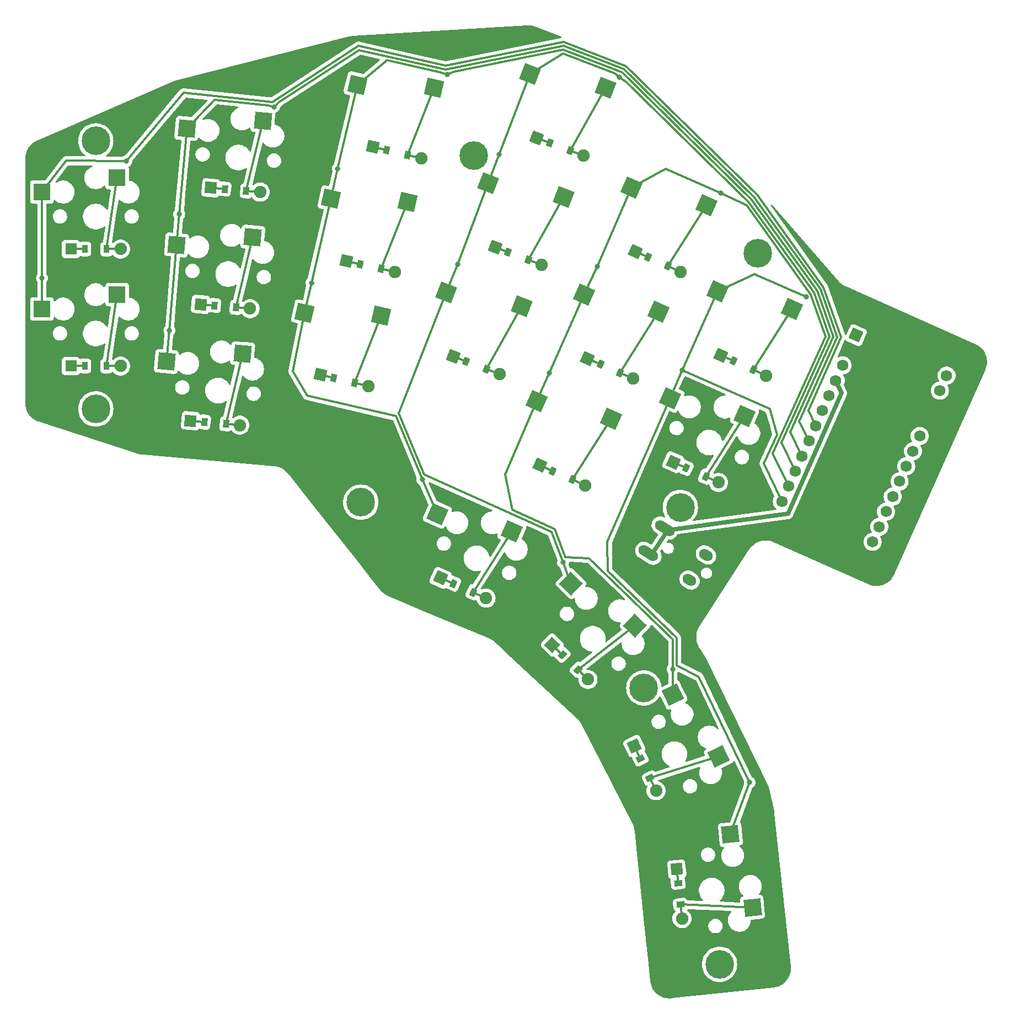
<source format=gbr>
%TF.GenerationSoftware,KiCad,Pcbnew,8.0.4*%
%TF.CreationDate,2024-09-03T17:33:54-06:00*%
%TF.ProjectId,swallowtail_split_rev2,7377616c-6c6f-4777-9461-696c5f73706c,v1.0.0*%
%TF.SameCoordinates,Original*%
%TF.FileFunction,Copper,L1,Top*%
%TF.FilePolarity,Positive*%
%FSLAX46Y46*%
G04 Gerber Fmt 4.6, Leading zero omitted, Abs format (unit mm)*
G04 Created by KiCad (PCBNEW 8.0.4) date 2024-09-03 17:33:54*
%MOMM*%
%LPD*%
G01*
G04 APERTURE LIST*
G04 Aperture macros list*
%AMHorizOval*
0 Thick line with rounded ends*
0 $1 width*
0 $2 $3 position (X,Y) of the first rounded end (center of the circle)*
0 $4 $5 position (X,Y) of the second rounded end (center of the circle)*
0 Add line between two ends*
20,1,$1,$2,$3,$4,$5,0*
0 Add two circle primitives to create the rounded ends*
1,1,$1,$2,$3*
1,1,$1,$4,$5*%
%AMRotRect*
0 Rectangle, with rotation*
0 The origin of the aperture is its center*
0 $1 length*
0 $2 width*
0 $3 Rotation angle, in degrees counterclockwise*
0 Add horizontal line*
21,1,$1,$2,0,0,$3*%
G04 Aperture macros list end*
%TA.AperFunction,ComponentPad*%
%ADD10C,4.400000*%
%TD*%
%TA.AperFunction,SMDPad,CuDef*%
%ADD11R,2.600000X2.600000*%
%TD*%
%TA.AperFunction,SMDPad,CuDef*%
%ADD12RotRect,2.600000X2.600000X355.000000*%
%TD*%
%TA.AperFunction,SMDPad,CuDef*%
%ADD13RotRect,2.600000X2.600000X347.000000*%
%TD*%
%TA.AperFunction,SMDPad,CuDef*%
%ADD14RotRect,2.600000X2.600000X339.000000*%
%TD*%
%TA.AperFunction,SMDPad,CuDef*%
%ADD15RotRect,2.600000X2.600000X336.000000*%
%TD*%
%TA.AperFunction,SMDPad,CuDef*%
%ADD16RotRect,2.600000X2.600000X316.000000*%
%TD*%
%TA.AperFunction,SMDPad,CuDef*%
%ADD17RotRect,2.600000X2.600000X296.000000*%
%TD*%
%TA.AperFunction,SMDPad,CuDef*%
%ADD18RotRect,2.600000X2.600000X276.000000*%
%TD*%
%TA.AperFunction,SMDPad,CuDef*%
%ADD19R,0.900000X1.200000*%
%TD*%
%TA.AperFunction,ComponentPad*%
%ADD20R,1.778000X1.778000*%
%TD*%
%TA.AperFunction,ComponentPad*%
%ADD21C,1.905000*%
%TD*%
%TA.AperFunction,SMDPad,CuDef*%
%ADD22RotRect,0.900000X1.200000X355.000000*%
%TD*%
%TA.AperFunction,ComponentPad*%
%ADD23RotRect,1.778000X1.778000X355.000000*%
%TD*%
%TA.AperFunction,SMDPad,CuDef*%
%ADD24RotRect,0.900000X1.200000X347.000000*%
%TD*%
%TA.AperFunction,ComponentPad*%
%ADD25RotRect,1.778000X1.778000X347.000000*%
%TD*%
%TA.AperFunction,SMDPad,CuDef*%
%ADD26RotRect,0.900000X1.200000X339.000000*%
%TD*%
%TA.AperFunction,ComponentPad*%
%ADD27RotRect,1.778000X1.778000X339.000000*%
%TD*%
%TA.AperFunction,SMDPad,CuDef*%
%ADD28RotRect,0.900000X1.200000X336.000000*%
%TD*%
%TA.AperFunction,ComponentPad*%
%ADD29RotRect,1.778000X1.778000X336.000000*%
%TD*%
%TA.AperFunction,SMDPad,CuDef*%
%ADD30RotRect,0.900000X1.200000X316.000000*%
%TD*%
%TA.AperFunction,ComponentPad*%
%ADD31RotRect,1.778000X1.778000X316.000000*%
%TD*%
%TA.AperFunction,SMDPad,CuDef*%
%ADD32RotRect,0.900000X1.200000X296.000000*%
%TD*%
%TA.AperFunction,ComponentPad*%
%ADD33RotRect,1.778000X1.778000X296.000000*%
%TD*%
%TA.AperFunction,SMDPad,CuDef*%
%ADD34RotRect,0.900000X1.200000X276.000000*%
%TD*%
%TA.AperFunction,ComponentPad*%
%ADD35RotRect,1.778000X1.778000X276.000000*%
%TD*%
%TA.AperFunction,ComponentPad*%
%ADD36RotRect,1.752600X1.752600X246.000000*%
%TD*%
%TA.AperFunction,ComponentPad*%
%ADD37C,1.752600*%
%TD*%
%TA.AperFunction,ComponentPad*%
%ADD38HorizOval,1.600000X-0.251601X0.163392X0.251601X-0.163392X0*%
%TD*%
%TA.AperFunction,ViaPad*%
%ADD39C,0.800000*%
%TD*%
%TA.AperFunction,Conductor*%
%ADD40C,0.356000*%
%TD*%
%TA.AperFunction,Conductor*%
%ADD41C,0.635000*%
%TD*%
G04 APERTURE END LIST*
D10*
%TO.P,_5,1*%
%TO.N,N/C*%
X201617989Y-69767853D03*
%TD*%
%TO.P,_6,1*%
%TO.N,N/C*%
X189737287Y-108745314D03*
%TD*%
%TO.P,_8,1*%
%TO.N,N/C*%
X195757060Y-178857151D03*
%TD*%
%TO.P,_7,1*%
%TO.N,N/C*%
X184138065Y-136465759D03*
%TD*%
%TO.P,_1,1*%
%TO.N,N/C*%
X100000000Y-93640000D03*
%TD*%
%TO.P,_3,1*%
%TO.N,N/C*%
X140691219Y-107955571D03*
%TD*%
%TO.P,_4,1*%
%TO.N,N/C*%
X157998686Y-54775837D03*
%TD*%
%TO.P,_2,1*%
%TO.N,N/C*%
X100000000Y-52510000D03*
%TD*%
D11*
%TO.P,S1,1*%
%TO.N,outer_home*%
X103275000Y-76100000D03*
%TO.P,S1,2*%
%TO.N,P19*%
X91725000Y-78300000D03*
%TD*%
%TO.P,S2,1*%
%TO.N,outer_top*%
X103275000Y-58150000D03*
%TO.P,S2,2*%
%TO.N,P19*%
X91725000Y-60350000D03*
%TD*%
D12*
%TO.P,S3,1*%
%TO.N,pinky_bottom*%
X122542581Y-85169493D03*
%TO.P,S3,2*%
%TO.N,P18*%
X110844790Y-86354472D03*
%TD*%
%TO.P,S4,1*%
%TO.N,pinky_home*%
X124107027Y-67287798D03*
%TO.P,S4,2*%
%TO.N,P18*%
X112409236Y-68472777D03*
%TD*%
%TO.P,S5,1*%
%TO.N,pinky_top*%
X125671472Y-49406103D03*
%TO.P,S5,2*%
%TO.N,P18*%
X113973681Y-50591082D03*
%TD*%
D13*
%TO.P,S6,1*%
%TO.N,ring_bottom*%
X143820193Y-79332764D03*
%TO.P,S6,2*%
%TO.N,P15*%
X132071326Y-78878193D03*
%TD*%
%TO.P,S7,1*%
%TO.N,ring_home*%
X147858064Y-61842822D03*
%TO.P,S7,2*%
%TO.N,P15*%
X136109197Y-61388251D03*
%TD*%
%TO.P,S8,1*%
%TO.N,ring_top*%
X151895936Y-44352879D03*
%TO.P,S8,2*%
%TO.N,P15*%
X140147069Y-43898308D03*
%TD*%
D14*
%TO.P,S9,1*%
%TO.N,middle_bottom*%
X165392614Y-77858740D03*
%TO.P,S9,2*%
%TO.N,P14*%
X153821351Y-75773468D03*
%TD*%
%TO.P,S10,1*%
%TO.N,middle_home*%
X171825319Y-61100971D03*
%TO.P,S10,2*%
%TO.N,P14*%
X160254056Y-59015699D03*
%TD*%
%TO.P,S11,1*%
%TO.N,middle_top*%
X178258023Y-44343203D03*
%TO.P,S11,2*%
%TO.N,P14*%
X166686760Y-42257931D03*
%TD*%
D15*
%TO.P,S12,1*%
%TO.N,index_bottom*%
X179123124Y-95153031D03*
%TO.P,S12,2*%
%TO.N,P16*%
X167676854Y-92465023D03*
%TD*%
%TO.P,S13,1*%
%TO.N,index_home*%
X186424046Y-78754890D03*
%TO.P,S13,2*%
%TO.N,P16*%
X174977776Y-76066882D03*
%TD*%
%TO.P,S14,1*%
%TO.N,index_top*%
X193724969Y-62356749D03*
%TO.P,S14,2*%
%TO.N,P16*%
X182278699Y-59668741D03*
%TD*%
%TO.P,S15,1*%
%TO.N,inner_home*%
X199582660Y-94684136D03*
%TO.P,S15,2*%
%TO.N,P10*%
X188136390Y-91996128D03*
%TD*%
%TO.P,S16,1*%
%TO.N,inner_top*%
X206883583Y-78285995D03*
%TO.P,S16,2*%
%TO.N,P10*%
X195437313Y-75597987D03*
%TD*%
%TO.P,S17,1*%
%TO.N,near_thumb*%
X163871454Y-112444548D03*
%TO.P,S17,2*%
%TO.N,P15*%
X152425184Y-109756540D03*
%TD*%
D16*
%TO.P,S18,1*%
%TO.N,home_thumb*%
X182786317Y-126888917D03*
%TO.P,S18,2*%
%TO.N,P14*%
X172949694Y-120448161D03*
%TD*%
D17*
%TO.P,S19,1*%
%TO.N,far_thumb*%
X195620208Y-146931448D03*
%TO.P,S19,2*%
%TO.N,P16*%
X188579674Y-137514793D03*
%TD*%
D18*
%TO.P,S20,1*%
%TO.N,farthest_thumb*%
X200825172Y-170154716D03*
%TO.P,S20,2*%
%TO.N,P10*%
X197429920Y-158897951D03*
%TD*%
D19*
%TO.P,D1,1*%
%TO.N,P7*%
X98350000Y-87050000D03*
%TO.P,D1,2*%
%TO.N,outer_home*%
X101650000Y-87050000D03*
D20*
%TO.P,D1,1*%
%TO.N,P7*%
X96190000Y-87050000D03*
D21*
%TO.P,D1,2*%
%TO.N,outer_home*%
X103810000Y-87050000D03*
%TD*%
D19*
%TO.P,D2,1*%
%TO.N,P6*%
X98350000Y-69100000D03*
%TO.P,D2,2*%
%TO.N,outer_top*%
X101650000Y-69100000D03*
D20*
%TO.P,D2,1*%
%TO.N,P6*%
X96190000Y-69100000D03*
D21*
%TO.P,D2,2*%
%TO.N,outer_top*%
X103810000Y-69100000D03*
%TD*%
D22*
%TO.P,D3,1*%
%TO.N,P8*%
X116681968Y-95648582D03*
%TO.P,D3,2*%
%TO.N,pinky_bottom*%
X119969410Y-95936196D03*
D23*
%TO.P,D3,1*%
%TO.N,P8*%
X114530187Y-95460326D03*
D21*
%TO.P,D3,2*%
%TO.N,pinky_bottom*%
X122121191Y-96124452D03*
%TD*%
D22*
%TO.P,D4,1*%
%TO.N,P7*%
X118246413Y-77766888D03*
%TO.P,D4,2*%
%TO.N,pinky_home*%
X121533855Y-78054502D03*
D23*
%TO.P,D4,1*%
%TO.N,P7*%
X116094632Y-77578632D03*
D21*
%TO.P,D4,2*%
%TO.N,pinky_home*%
X123685636Y-78242758D03*
%TD*%
D22*
%TO.P,D5,1*%
%TO.N,P6*%
X119810859Y-59885193D03*
%TO.P,D5,2*%
%TO.N,pinky_top*%
X123098301Y-60172807D03*
D23*
%TO.P,D5,1*%
%TO.N,P6*%
X117659078Y-59696937D03*
D21*
%TO.P,D5,2*%
%TO.N,pinky_top*%
X125250082Y-60361063D03*
%TD*%
D24*
%TO.P,D6,1*%
%TO.N,P8*%
X136558206Y-88894233D03*
%TO.P,D6,2*%
%TO.N,ring_bottom*%
X139773628Y-89636571D03*
D25*
%TO.P,D6,1*%
%TO.N,P8*%
X134453567Y-88408338D03*
D21*
%TO.P,D6,2*%
%TO.N,ring_bottom*%
X141878267Y-90122466D03*
%TD*%
D24*
%TO.P,D7,1*%
%TO.N,P7*%
X140596077Y-71404290D03*
%TO.P,D7,2*%
%TO.N,ring_home*%
X143811499Y-72146628D03*
D25*
%TO.P,D7,1*%
%TO.N,P7*%
X138491438Y-70918395D03*
D21*
%TO.P,D7,2*%
%TO.N,ring_home*%
X145916138Y-72632523D03*
%TD*%
D24*
%TO.P,D8,1*%
%TO.N,P6*%
X144633948Y-53914347D03*
%TO.P,D8,2*%
%TO.N,ring_top*%
X147849370Y-54656685D03*
D25*
%TO.P,D8,1*%
%TO.N,P6*%
X142529309Y-53428452D03*
D21*
%TO.P,D8,2*%
%TO.N,ring_top*%
X149954009Y-55142580D03*
%TD*%
D26*
%TO.P,D9,1*%
%TO.N,P8*%
X156870601Y-86316484D03*
%TO.P,D9,2*%
%TO.N,middle_bottom*%
X159951417Y-87499098D03*
D27*
%TO.P,D9,1*%
%TO.N,P8*%
X154854068Y-85542409D03*
D21*
%TO.P,D9,2*%
%TO.N,middle_bottom*%
X161967950Y-88273173D03*
%TD*%
D26*
%TO.P,D10,1*%
%TO.N,P7*%
X163303306Y-69558715D03*
%TO.P,D10,2*%
%TO.N,middle_home*%
X166384122Y-70741329D03*
D27*
%TO.P,D10,1*%
%TO.N,P7*%
X161286773Y-68784640D03*
D21*
%TO.P,D10,2*%
%TO.N,middle_home*%
X168400655Y-71515404D03*
%TD*%
D26*
%TO.P,D11,1*%
%TO.N,P6*%
X169736011Y-52800947D03*
%TO.P,D11,2*%
%TO.N,middle_top*%
X172816827Y-53983561D03*
D27*
%TO.P,D11,1*%
%TO.N,P6*%
X167719478Y-52026872D03*
D21*
%TO.P,D11,2*%
%TO.N,middle_top*%
X174833360Y-54757636D03*
%TD*%
D28*
%TO.P,D12,1*%
%TO.N,P8*%
X170170146Y-103153176D03*
%TO.P,D12,2*%
%TO.N,index_bottom*%
X173184846Y-104495406D03*
D29*
%TO.P,D12,1*%
%TO.N,P8*%
X168196888Y-102274624D03*
D21*
%TO.P,D12,2*%
%TO.N,index_bottom*%
X175158104Y-105373958D03*
%TD*%
D28*
%TO.P,D13,1*%
%TO.N,P7*%
X177471069Y-86755035D03*
%TO.P,D13,2*%
%TO.N,index_home*%
X180485769Y-88097265D03*
D29*
%TO.P,D13,1*%
%TO.N,P7*%
X175497811Y-85876483D03*
D21*
%TO.P,D13,2*%
%TO.N,index_home*%
X182459027Y-88975817D03*
%TD*%
D28*
%TO.P,D14,1*%
%TO.N,P6*%
X184771992Y-70356894D03*
%TO.P,D14,2*%
%TO.N,index_top*%
X187786692Y-71699124D03*
D29*
%TO.P,D14,1*%
%TO.N,P6*%
X182798734Y-69478342D03*
D21*
%TO.P,D14,2*%
%TO.N,index_top*%
X189759950Y-72577676D03*
%TD*%
D28*
%TO.P,D15,1*%
%TO.N,P7*%
X190629683Y-102684281D03*
%TO.P,D15,2*%
%TO.N,inner_home*%
X193644383Y-104026511D03*
D29*
%TO.P,D15,1*%
%TO.N,P7*%
X188656425Y-101805729D03*
D21*
%TO.P,D15,2*%
%TO.N,inner_home*%
X195617641Y-104905063D03*
%TD*%
D28*
%TO.P,D16,1*%
%TO.N,P6*%
X197930606Y-86286140D03*
%TO.P,D16,2*%
%TO.N,inner_top*%
X200945306Y-87628370D03*
D29*
%TO.P,D16,1*%
%TO.N,P6*%
X195957348Y-85407588D03*
D21*
%TO.P,D16,2*%
%TO.N,inner_top*%
X202918564Y-88506922D03*
%TD*%
D28*
%TO.P,D17,1*%
%TO.N,P9*%
X154918477Y-120444693D03*
%TO.P,D17,2*%
%TO.N,near_thumb*%
X157933177Y-121786923D03*
D29*
%TO.P,D17,1*%
%TO.N,P9*%
X152945219Y-119566141D03*
D21*
%TO.P,D17,2*%
%TO.N,near_thumb*%
X159906435Y-122665475D03*
%TD*%
D30*
%TO.P,D18,1*%
%TO.N,P9*%
X171637059Y-131344496D03*
%TO.P,D18,2*%
%TO.N,home_thumb*%
X174010881Y-133636868D03*
D31*
%TO.P,D18,1*%
%TO.N,P9*%
X170083285Y-129844034D03*
D21*
%TO.P,D18,2*%
%TO.N,home_thumb*%
X175564655Y-135137330D03*
%TD*%
D32*
%TO.P,D19,1*%
%TO.N,P9*%
X183619436Y-147305052D03*
%TO.P,D19,2*%
%TO.N,far_thumb*%
X185066060Y-150271072D03*
D33*
%TO.P,D19,1*%
%TO.N,P9*%
X182672554Y-145363657D03*
D21*
%TO.P,D19,2*%
%TO.N,far_thumb*%
X186012942Y-152212467D03*
%TD*%
D34*
%TO.P,D20,1*%
%TO.N,P9*%
X189420354Y-166401282D03*
%TO.P,D20,2*%
%TO.N,farthest_thumb*%
X189765298Y-169683204D03*
D35*
%TO.P,D20,1*%
%TO.N,P9*%
X189194573Y-164253115D03*
D21*
%TO.P,D20,2*%
%TO.N,farthest_thumb*%
X189991079Y-171831371D03*
%TD*%
D36*
%TO.P,MCU1,1*%
%TO.N,RAW*%
X216701889Y-82307103D03*
D37*
%TO.P,MCU1,2*%
%TO.N,GND*%
X215668777Y-84627508D03*
%TO.P,MCU1,3*%
%TO.N,RST*%
X214635666Y-86947914D03*
%TO.P,MCU1,4*%
%TO.N,VCC*%
X213602555Y-89268319D03*
%TO.P,MCU1,5*%
%TO.N,P21*%
X212569444Y-91588725D03*
%TO.P,MCU1,6*%
%TO.N,P20*%
X211536333Y-93909130D03*
%TO.P,MCU1,7*%
%TO.N,P19*%
X210503222Y-96229536D03*
%TO.P,MCU1,8*%
%TO.N,P18*%
X209470111Y-98549941D03*
%TO.P,MCU1,9*%
%TO.N,P15*%
X208437000Y-100870346D03*
%TO.P,MCU1,10*%
%TO.N,P14*%
X207403889Y-103190752D03*
%TO.P,MCU1,11*%
%TO.N,P16*%
X206370778Y-105511157D03*
%TO.P,MCU1,12*%
%TO.N,P10*%
X205337667Y-107831563D03*
%TO.P,MCU1,13*%
%TO.N,P1*%
X230624321Y-88505769D03*
%TO.P,MCU1,14*%
%TO.N,P0*%
X229591210Y-90826175D03*
%TO.P,MCU1,15*%
%TO.N,GND*%
X228558099Y-93146580D03*
%TO.P,MCU1,16*%
X227524988Y-95466986D03*
%TO.P,MCU1,17*%
%TO.N,P2*%
X226491877Y-97787391D03*
%TO.P,MCU1,18*%
%TO.N,P3*%
X225458766Y-100107796D03*
%TO.P,MCU1,19*%
%TO.N,P4*%
X224425655Y-102428202D03*
%TO.P,MCU1,20*%
%TO.N,P5*%
X223392544Y-104748607D03*
%TO.P,MCU1,21*%
%TO.N,P6*%
X222359433Y-107069013D03*
%TO.P,MCU1,22*%
%TO.N,P7*%
X221326322Y-109389418D03*
%TO.P,MCU1,23*%
%TO.N,P8*%
X220293211Y-111709824D03*
%TO.P,MCU1,24*%
%TO.N,P9*%
X219260099Y-114030229D03*
%TD*%
D38*
%TO.P,TRRS1,1*%
%TO.N,N/C*%
X184374179Y-115478332D03*
%TO.P,TRRS1,2*%
%TO.N,VCC*%
X187802056Y-112219550D03*
%TO.P,TRRS1,3*%
%TO.N,GND*%
X191156738Y-114398106D03*
%TO.P,TRRS1,4*%
%TO.N,P0*%
X193672750Y-116032023D03*
%TO.P,TRRS1,1*%
%TO.N,N/C*%
X186879518Y-111620447D03*
%TO.P,TRRS1,2*%
%TO.N,VCC*%
X185296716Y-116077435D03*
%TO.P,TRRS1,3*%
%TO.N,GND*%
X188651398Y-118255991D03*
%TO.P,TRRS1,4*%
%TO.N,P0*%
X191167410Y-119889908D03*
%TD*%
D39*
%TO.N,P14*%
X161950000Y-54550000D03*
X155550000Y-71400000D03*
%TO.N,P18*%
X127350000Y-47300000D03*
X112800000Y-63750000D03*
X111300000Y-81600000D03*
%TO.N,P15*%
X133100000Y-74300000D03*
X137150000Y-56750000D03*
%TO.N,P19*%
X104700000Y-55591176D03*
X91750000Y-73550000D03*
%TO.N,P15*%
X153950000Y-42350000D03*
%TO.N,P14*%
X180350000Y-42700000D03*
%TO.N,P16*%
X195950000Y-60550000D03*
%TO.N,P10*%
X209050000Y-76450000D03*
%TO.N,P16*%
X169650000Y-88150000D03*
X176950000Y-71750000D03*
%TO.N,P10*%
X190050000Y-87700000D03*
X200390051Y-150948724D03*
%TO.N,P16*%
X188579674Y-133550997D03*
%TO.N,P14*%
X171735286Y-117179735D03*
%TO.N,P15*%
X150130172Y-104469828D03*
%TD*%
D40*
%TO.N,P7*%
X140596077Y-71404290D02*
X138491438Y-70918395D01*
%TO.N,P6*%
X184771992Y-70356894D02*
X182798734Y-69478342D01*
%TO.N,P7*%
X177471069Y-86755035D02*
X175497811Y-85876483D01*
%TO.N,P8*%
X170170146Y-103153176D02*
X168196888Y-102274624D01*
%TO.N,P6*%
X144633948Y-53914347D02*
X142529309Y-53428452D01*
X169736011Y-52800947D02*
X167719478Y-52026872D01*
%TO.N,P7*%
X163303306Y-69558715D02*
X161286773Y-68784640D01*
%TO.N,P8*%
X156870601Y-86316484D02*
X154854068Y-85542409D01*
%TO.N,P7*%
X98350000Y-87050000D02*
X96190000Y-87050000D01*
%TO.N,P6*%
X98350000Y-69100000D02*
X96190000Y-69100000D01*
X119810859Y-59885193D02*
X117659078Y-59696937D01*
%TO.N,P7*%
X118246413Y-77766888D02*
X116094632Y-77578632D01*
%TO.N,P8*%
X116681968Y-95648582D02*
X114530187Y-95460326D01*
X136558206Y-88894233D02*
X134453567Y-88408338D01*
%TO.N,ring_top*%
X147849370Y-54656685D02*
X149954009Y-55142580D01*
X151895936Y-44352879D02*
X147849370Y-54656685D01*
%TO.N,middle_top*%
X172816827Y-53983561D02*
X174833360Y-54757636D01*
X178258023Y-44343203D02*
X172816827Y-53983561D01*
%TO.N,P14*%
X161950000Y-54550000D02*
X166686760Y-42257931D01*
X155550000Y-71400000D02*
X160254056Y-59015699D01*
%TO.N,middle_bottom*%
X159951417Y-87499098D02*
X161967950Y-88273173D01*
X165392614Y-77858740D02*
X159951417Y-87499098D01*
%TO.N,ring_bottom*%
X139773628Y-89636571D02*
X141878267Y-90122466D01*
X143820193Y-79332764D02*
X139773628Y-89636571D01*
%TO.N,ring_home*%
X143811499Y-72146628D02*
X145916138Y-72632523D01*
X147858064Y-61842822D02*
X143811499Y-72146628D01*
%TO.N,P18*%
X213828390Y-82592094D02*
X207999472Y-95528299D01*
X211239744Y-75210256D02*
X213828390Y-82592094D01*
X201066894Y-61083106D02*
X211239744Y-75210256D01*
X153717033Y-41560860D02*
X171817186Y-37936864D01*
X118250000Y-46200000D02*
X113973681Y-50591082D01*
X140440976Y-38543574D02*
X153717033Y-41560860D01*
X128107287Y-46557287D02*
X140440976Y-38543574D01*
X171817186Y-37936864D02*
X181068880Y-41496204D01*
X127350000Y-47300000D02*
X128107287Y-46557287D01*
X126450000Y-47017999D02*
X118250000Y-46200000D01*
X127350000Y-47300000D02*
X126450000Y-47017999D01*
X181068880Y-41496204D02*
X201066894Y-61083106D01*
X207999472Y-95528299D02*
X209470111Y-98549941D01*
%TO.N,P15*%
X210757706Y-75515109D02*
X213224904Y-82564954D01*
X171759795Y-38516946D02*
X180761956Y-41974400D01*
X206634345Y-97204264D02*
X208437000Y-100870346D01*
X213224904Y-82564954D02*
X206634345Y-97204264D01*
X180761956Y-41974400D02*
X200616387Y-61428266D01*
X200616387Y-61428266D02*
X210757706Y-75515109D01*
X144750000Y-40100000D02*
X140147069Y-43898308D01*
X152900000Y-41956389D02*
X144750000Y-40100000D01*
X153950000Y-42350000D02*
X155000000Y-41897842D01*
X153950000Y-42350000D02*
X152900000Y-41956389D01*
X155000000Y-41897842D02*
X171759795Y-38516946D01*
%TO.N,middle_home*%
X166384122Y-70741329D02*
X168400655Y-71515404D01*
X171825319Y-61100971D02*
X166384122Y-70741329D01*
D41*
%TO.N,VCC*%
X213602555Y-89268319D02*
X214492755Y-91177474D01*
X214492755Y-91177474D02*
X206268621Y-109708802D01*
X206268621Y-109708802D02*
X187802056Y-112219550D01*
D40*
%TO.N,P19*%
X104700000Y-55591176D02*
X113457151Y-45140761D01*
X113457151Y-45140761D02*
X127153928Y-46505766D01*
X140342478Y-37939206D02*
X153732127Y-40984890D01*
X127153928Y-46505766D02*
X140342478Y-37939206D01*
X153732127Y-40984890D02*
X171862507Y-37354239D01*
X209381075Y-93837202D02*
X210503222Y-96229536D01*
X171862507Y-37354239D02*
X181400000Y-41026724D01*
X181400000Y-41026724D02*
X201523141Y-60726859D01*
X201523141Y-60726859D02*
X211743360Y-74956640D01*
X211743360Y-74956640D02*
X214433724Y-82617592D01*
X214433724Y-82617592D02*
X209381075Y-93837202D01*
%TO.N,P14*%
X180350000Y-42700000D02*
X181510408Y-43489592D01*
X181510408Y-43489592D02*
X200214094Y-61826126D01*
X200214094Y-61826126D02*
X210253349Y-75791118D01*
X179700000Y-42162857D02*
X171700000Y-39100000D01*
X210253349Y-75791118D02*
X212625148Y-82538478D01*
X212625148Y-82538478D02*
X205304336Y-98804336D01*
X205304336Y-98804336D02*
X207403889Y-103190752D01*
X180350000Y-42700000D02*
X179700000Y-42162857D01*
X171700000Y-39100000D02*
X166686760Y-42257931D01*
%TO.N,P16*%
X195950000Y-60550000D02*
X199900000Y-62350000D01*
X199900000Y-62350000D02*
X209750000Y-76050000D01*
X209750000Y-76050000D02*
X212016377Y-82516632D01*
X212016377Y-82516632D02*
X203913687Y-100484959D01*
X203913687Y-100484959D02*
X206370778Y-105511157D01*
%TO.N,P18*%
X112800000Y-63750000D02*
X113973681Y-50591082D01*
X111300000Y-81600000D02*
X112409236Y-68472777D01*
X110844790Y-86354472D02*
X111300000Y-81600000D01*
X112409236Y-68472777D02*
X112800000Y-63750000D01*
%TO.N,P15*%
X133100000Y-74300000D02*
X136109197Y-61388251D01*
X137150000Y-56750000D02*
X140147069Y-43898308D01*
%TO.N,P19*%
X104700000Y-55591176D02*
X95450000Y-55550000D01*
X95450000Y-55550000D02*
X91725000Y-60350000D01*
X91725000Y-73525000D02*
X91725000Y-60350000D01*
X91750000Y-73550000D02*
X91725000Y-73525000D01*
X91725000Y-73575000D02*
X91750000Y-73550000D01*
X91725000Y-78300000D02*
X91725000Y-73575000D01*
%TO.N,P16*%
X182278699Y-59668741D02*
X187450000Y-56750000D01*
X187450000Y-56750000D02*
X195950000Y-60550000D01*
%TO.N,P10*%
X209050000Y-76450000D02*
X201100000Y-72950000D01*
X201100000Y-72950000D02*
X195437313Y-75597987D01*
%TO.N,P16*%
X169650000Y-88150000D02*
X174977776Y-76066882D01*
X176950000Y-71750000D02*
X182278699Y-59668741D01*
X174977776Y-76066882D02*
X176950000Y-71750000D01*
X167676854Y-92465023D02*
X169650000Y-88150000D01*
%TO.N,P10*%
X190050000Y-87700000D02*
X203450000Y-93650000D01*
X204600000Y-97600000D02*
X202600000Y-102000000D01*
X202600000Y-102000000D02*
X205337667Y-107831563D01*
X190050000Y-87700000D02*
X195437313Y-75597987D01*
X188136390Y-91996128D02*
X190050000Y-87700000D01*
%TO.N,P6*%
X197930606Y-86286140D02*
X195957348Y-85407588D01*
%TO.N,index_bottom*%
X175158104Y-105373958D02*
X173184846Y-104495406D01*
X179123124Y-95153031D02*
X173184846Y-104495406D01*
%TO.N,index_home*%
X186424046Y-78754890D02*
X180485769Y-88097265D01*
X180485769Y-88097265D02*
X182459027Y-88975817D01*
%TO.N,index_top*%
X187786692Y-71699124D02*
X189759950Y-72577676D01*
X193724969Y-62356749D02*
X187786692Y-71699124D01*
%TO.N,inner_top*%
X206883583Y-78285995D02*
X200945306Y-87628370D01*
X200945306Y-87628370D02*
X202918564Y-88506922D01*
%TO.N,inner_home*%
X193644383Y-104026511D02*
X199582660Y-94684136D01*
X195617641Y-104905063D02*
X193644383Y-104026511D01*
%TO.N,P7*%
X190629683Y-102684281D02*
X188656425Y-101805729D01*
%TO.N,P9*%
X154918477Y-120444693D02*
X152945219Y-119566141D01*
X171637059Y-131344496D02*
X170083285Y-129844034D01*
%TO.N,home_thumb*%
X182786317Y-126888917D02*
X174010881Y-133636868D01*
X174010881Y-133636868D02*
X175564655Y-135137330D01*
%TO.N,P9*%
X189194573Y-164253115D02*
X189420354Y-166401282D01*
X182672554Y-145363657D02*
X183619436Y-147305052D01*
%TO.N,near_thumb*%
X157933177Y-121786923D02*
X159906435Y-122665475D01*
X163871454Y-112444548D02*
X157933177Y-121786923D01*
%TO.N,farthest_thumb*%
X200825172Y-170154716D02*
X189765298Y-169683204D01*
X189765298Y-169683204D02*
X189991079Y-171831371D01*
%TO.N,far_thumb*%
X195620208Y-146931448D02*
X185066060Y-150271072D01*
X185066060Y-150271072D02*
X186012942Y-152212467D01*
%TO.N,P10*%
X200390051Y-150948724D02*
X197429920Y-158897951D01*
X200390051Y-150948724D02*
X192603046Y-134746954D01*
X189144834Y-128744972D02*
X178613159Y-118522090D01*
X189164190Y-133020025D02*
X189144834Y-128744972D01*
X178613159Y-118522090D02*
X178548520Y-113982576D01*
X178548520Y-113982576D02*
X188136390Y-91996128D01*
%TO.N,P16*%
X188579674Y-133550997D02*
X188579674Y-137514793D01*
X162850000Y-103650000D02*
X167676854Y-92465023D01*
X163921402Y-109110765D02*
X162850000Y-103650000D01*
X170450000Y-112050000D02*
X163921402Y-109110765D01*
X188579674Y-134338156D02*
X188579674Y-128979674D01*
X172083010Y-116382015D02*
X170450000Y-112050000D01*
X188579674Y-133550997D02*
X188579674Y-134338156D01*
X188579674Y-128979674D02*
X175750000Y-116550000D01*
%TO.N,P14*%
X171735286Y-117179735D02*
X170000000Y-112500000D01*
X172949694Y-120448161D02*
X171735286Y-117179735D01*
X170000000Y-112500000D02*
X150435898Y-103718978D01*
X150435898Y-103718978D02*
X146512161Y-94283841D01*
X146512161Y-94283841D02*
X153821351Y-75773468D01*
%TO.N,P15*%
X150130172Y-104469828D02*
X146100000Y-94750000D01*
X146100000Y-94750000D02*
X132450000Y-91550000D01*
X130250000Y-87850000D02*
X132071326Y-78878193D01*
X152425184Y-109756540D02*
X150130172Y-104469828D01*
%TO.N,P14*%
X153821351Y-75773468D02*
X155550000Y-71400000D01*
X160254056Y-59015699D02*
X161950000Y-54550000D01*
%TO.N,P15*%
X132071326Y-78878193D02*
X133100000Y-74300000D01*
X136109197Y-61388251D02*
X137150000Y-56750000D01*
D41*
%TO.N,VCC*%
X187802056Y-112219550D02*
X185296716Y-116077435D01*
D40*
%TO.N,pinky_bottom*%
X119969410Y-95936196D02*
X122121191Y-96124452D01*
X122542581Y-85169493D02*
X119969410Y-95936196D01*
%TO.N,pinky_top*%
X123098301Y-60172807D02*
X125250082Y-60361063D01*
X125671472Y-49406103D02*
X123098301Y-60172807D01*
%TO.N,pinky_home*%
X121533855Y-78054502D02*
X123685636Y-78242758D01*
X124107027Y-67287798D02*
X121533855Y-78054502D01*
%TO.N,outer_top*%
X101650000Y-69100000D02*
X103810000Y-69100000D01*
X103275000Y-58150000D02*
X101650000Y-69100000D01*
%TO.N,outer_home*%
X101650000Y-87050000D02*
X103810000Y-87050000D01*
X103275000Y-76100000D02*
X101650000Y-87050000D01*
%TO.N,P10*%
X192603046Y-134746954D02*
X189164190Y-133020025D01*
%TO.N,P16*%
X175750000Y-116550000D02*
X172083010Y-116382015D01*
%TO.N,P15*%
X132450000Y-91550000D02*
X130250000Y-87850000D01*
%TO.N,P10*%
X203450000Y-93650000D02*
X204600000Y-97600000D01*
%TD*%
%TA.AperFunction,Conductor*%
%TO.N,GND*%
G36*
X166407845Y-34753210D02*
G01*
X166646965Y-34769237D01*
X166657479Y-34770396D01*
X166894355Y-34806808D01*
X166904749Y-34808864D01*
X167137654Y-34865397D01*
X167147817Y-34868330D01*
X167377682Y-34945456D01*
X167382671Y-34947249D01*
X167402958Y-34955037D01*
X167402960Y-34955038D01*
X167402961Y-34955038D01*
X171384182Y-36483286D01*
X171441161Y-36505158D01*
X171496693Y-36547560D01*
X171520486Y-36613254D01*
X171504985Y-36681382D01*
X171455111Y-36730315D01*
X171421071Y-36742508D01*
X153767255Y-40277725D01*
X153715404Y-40277050D01*
X149445740Y-39305848D01*
X140566572Y-37286142D01*
X140556558Y-37283419D01*
X140551296Y-37281748D01*
X140551284Y-37281745D01*
X140551283Y-37281745D01*
X140490746Y-37268883D01*
X140489051Y-37268510D01*
X140428814Y-37254807D01*
X140423893Y-37254186D01*
X140419005Y-37253641D01*
X140357141Y-37252836D01*
X140355373Y-37252801D01*
X140293627Y-37251115D01*
X140288687Y-37251466D01*
X140283785Y-37251884D01*
X140223081Y-37263142D01*
X140221335Y-37263453D01*
X140160329Y-37273865D01*
X140155763Y-37275114D01*
X140150819Y-37276544D01*
X140093521Y-37299410D01*
X140091871Y-37300055D01*
X140034035Y-37322182D01*
X140029597Y-37324400D01*
X140025236Y-37326659D01*
X139973353Y-37360359D01*
X139971861Y-37361313D01*
X139919576Y-37394220D01*
X139915213Y-37397605D01*
X139906759Y-37403614D01*
X127018649Y-45775026D01*
X126951706Y-45795036D01*
X126938807Y-45794426D01*
X126911383Y-45791693D01*
X126425456Y-45743266D01*
X113528867Y-44458006D01*
X113527749Y-44457889D01*
X113464216Y-44450975D01*
X113463139Y-44450964D01*
X113462796Y-44450945D01*
X113461616Y-44450944D01*
X113460510Y-44450938D01*
X113459372Y-44450926D01*
X113459031Y-44450941D01*
X113457948Y-44450939D01*
X113394307Y-44457133D01*
X113393187Y-44457237D01*
X113329511Y-44462850D01*
X113328426Y-44463055D01*
X113328056Y-44463107D01*
X113326938Y-44463329D01*
X113325852Y-44463539D01*
X113324786Y-44463739D01*
X113324441Y-44463824D01*
X113323348Y-44464040D01*
X113262141Y-44482528D01*
X113261068Y-44482847D01*
X113199708Y-44500777D01*
X113198703Y-44501182D01*
X113198365Y-44501300D01*
X113197216Y-44501775D01*
X113196233Y-44502175D01*
X113195226Y-44502580D01*
X113194917Y-44502724D01*
X113193903Y-44503142D01*
X113137415Y-44533252D01*
X113136421Y-44533776D01*
X113079788Y-44563306D01*
X113078858Y-44563914D01*
X113078557Y-44564092D01*
X113077612Y-44564723D01*
X113076671Y-44565344D01*
X113075793Y-44565917D01*
X113075504Y-44566129D01*
X113074572Y-44566750D01*
X113025057Y-44607289D01*
X113024186Y-44607995D01*
X112974392Y-44648014D01*
X112973612Y-44648779D01*
X112973349Y-44649015D01*
X112972513Y-44649849D01*
X112971769Y-44650584D01*
X112970960Y-44651376D01*
X112970715Y-44651644D01*
X112969941Y-44652416D01*
X112969939Y-44652418D01*
X112969937Y-44652420D01*
X112929281Y-44701841D01*
X112928563Y-44702705D01*
X104584658Y-54659970D01*
X104526513Y-54698710D01*
X104515398Y-54701617D01*
X104417711Y-54722381D01*
X104243247Y-54800057D01*
X104243246Y-54800058D01*
X104135763Y-54878149D01*
X104069956Y-54901629D01*
X104062326Y-54901830D01*
X101710990Y-54891363D01*
X101644039Y-54871380D01*
X101598519Y-54818373D01*
X101588884Y-54749171D01*
X101618191Y-54685745D01*
X101635065Y-54669756D01*
X101799351Y-54541047D01*
X102031047Y-54309351D01*
X102233126Y-54051416D01*
X102402642Y-53771004D01*
X102537121Y-53472203D01*
X102538659Y-53467269D01*
X102550320Y-53429844D01*
X102634603Y-53159371D01*
X102693667Y-52837070D01*
X102713451Y-52510000D01*
X102693667Y-52182930D01*
X102634603Y-51860629D01*
X102592394Y-51725176D01*
X102537127Y-51547815D01*
X102537125Y-51547810D01*
X102537121Y-51547797D01*
X102402642Y-51248996D01*
X102233126Y-50968584D01*
X102186295Y-50908809D01*
X102031044Y-50710645D01*
X101799354Y-50478955D01*
X101541415Y-50276873D01*
X101261004Y-50107358D01*
X101215586Y-50086917D01*
X100962203Y-49972879D01*
X100962196Y-49972876D01*
X100962184Y-49972872D01*
X100649379Y-49875399D01*
X100649375Y-49875398D01*
X100649371Y-49875397D01*
X100327070Y-49816333D01*
X100327069Y-49816332D01*
X100327064Y-49816332D01*
X100000000Y-49796549D01*
X99672935Y-49816332D01*
X99610821Y-49827714D01*
X99350629Y-49875397D01*
X99350626Y-49875397D01*
X99350620Y-49875399D01*
X99037815Y-49972872D01*
X99037799Y-49972878D01*
X99037797Y-49972879D01*
X98987142Y-49995677D01*
X98738995Y-50107358D01*
X98458584Y-50276873D01*
X98200645Y-50478955D01*
X97968955Y-50710645D01*
X97766873Y-50968584D01*
X97597358Y-51248995D01*
X97554131Y-51345043D01*
X97488444Y-51490995D01*
X97462878Y-51547800D01*
X97462872Y-51547815D01*
X97365399Y-51860620D01*
X97365397Y-51860626D01*
X97365397Y-51860629D01*
X97324798Y-52082169D01*
X97306332Y-52182935D01*
X97286549Y-52510000D01*
X97306332Y-52837064D01*
X97306332Y-52837069D01*
X97306333Y-52837070D01*
X97365397Y-53159371D01*
X97365398Y-53159375D01*
X97365399Y-53159379D01*
X97462872Y-53472184D01*
X97462876Y-53472196D01*
X97462879Y-53472203D01*
X97588585Y-53751511D01*
X97597358Y-53771004D01*
X97766873Y-54051415D01*
X97968955Y-54309354D01*
X98200645Y-54541044D01*
X98345369Y-54654428D01*
X98386002Y-54711268D01*
X98389454Y-54781052D01*
X98354630Y-54841625D01*
X98292586Y-54873755D01*
X98268344Y-54876038D01*
X95480000Y-54863626D01*
X95471767Y-54863315D01*
X95431199Y-54860433D01*
X95431193Y-54860434D01*
X95416402Y-54862299D01*
X95400342Y-54863272D01*
X95385444Y-54863205D01*
X95385437Y-54863206D01*
X95345521Y-54870961D01*
X95337392Y-54872262D01*
X95297024Y-54877353D01*
X95282884Y-54882067D01*
X95267331Y-54886152D01*
X95252703Y-54888994D01*
X95252691Y-54888998D01*
X95215054Y-54904391D01*
X95207336Y-54907252D01*
X95168745Y-54920118D01*
X95168738Y-54920121D01*
X95155783Y-54927506D01*
X95141332Y-54934544D01*
X95127535Y-54940188D01*
X95127525Y-54940193D01*
X95093600Y-54962642D01*
X95086589Y-54966954D01*
X95051261Y-54987094D01*
X95039997Y-54996864D01*
X95027191Y-55006589D01*
X95014768Y-55014810D01*
X95014758Y-55014818D01*
X94985859Y-55043460D01*
X94979824Y-55049056D01*
X94949108Y-55075699D01*
X94939970Y-55087474D01*
X94929305Y-55099514D01*
X94918712Y-55110013D01*
X94918709Y-55110016D01*
X94895959Y-55143738D01*
X94891128Y-55150410D01*
X92296735Y-58493523D01*
X92240083Y-58534417D01*
X92198773Y-58541500D01*
X90376345Y-58541500D01*
X90315797Y-58548011D01*
X90315795Y-58548011D01*
X90178795Y-58599111D01*
X90061739Y-58686739D01*
X89974111Y-58803795D01*
X89923011Y-58940795D01*
X89923011Y-58940797D01*
X89916500Y-59001345D01*
X89916500Y-61698654D01*
X89923011Y-61759202D01*
X89923011Y-61759204D01*
X89974111Y-61896204D01*
X90061739Y-62013261D01*
X90178796Y-62100889D01*
X90315799Y-62151989D01*
X90343050Y-62154918D01*
X90376345Y-62158499D01*
X90376362Y-62158500D01*
X90914500Y-62158500D01*
X90981539Y-62178185D01*
X91027294Y-62230989D01*
X91038500Y-62282500D01*
X91038500Y-72934870D01*
X91018815Y-73001909D01*
X91014504Y-73007600D01*
X91014779Y-73007800D01*
X91010957Y-73013059D01*
X90915473Y-73178443D01*
X90915470Y-73178450D01*
X90860976Y-73346166D01*
X90856458Y-73360072D01*
X90836496Y-73550000D01*
X90856458Y-73739928D01*
X90856459Y-73739931D01*
X90915470Y-73921549D01*
X90915473Y-73921556D01*
X91010959Y-74086943D01*
X91014778Y-74092199D01*
X91012281Y-74094012D01*
X91036831Y-74144855D01*
X91038500Y-74165129D01*
X91038500Y-76367500D01*
X91018815Y-76434539D01*
X90966011Y-76480294D01*
X90914500Y-76491500D01*
X90376345Y-76491500D01*
X90315797Y-76498011D01*
X90315795Y-76498011D01*
X90178795Y-76549111D01*
X90061739Y-76636739D01*
X89974111Y-76753795D01*
X89923011Y-76890795D01*
X89923011Y-76890797D01*
X89916500Y-76951345D01*
X89916500Y-79648654D01*
X89923011Y-79709202D01*
X89923011Y-79709204D01*
X89967289Y-79827915D01*
X89974111Y-79846204D01*
X90061739Y-79963261D01*
X90178796Y-80050889D01*
X90315799Y-80101989D01*
X90343050Y-80104918D01*
X90376345Y-80108499D01*
X90376362Y-80108500D01*
X93073638Y-80108500D01*
X93073654Y-80108499D01*
X93100692Y-80105591D01*
X93134201Y-80101989D01*
X93271204Y-80050889D01*
X93388261Y-79963261D01*
X93475889Y-79846204D01*
X93526989Y-79709201D01*
X93531859Y-79663905D01*
X93533499Y-79648654D01*
X93533500Y-79648637D01*
X93533500Y-79608443D01*
X93553185Y-79541404D01*
X93605989Y-79495649D01*
X93675147Y-79485705D01*
X93738703Y-79514730D01*
X93745181Y-79520762D01*
X93843330Y-79618911D01*
X93843338Y-79618918D01*
X94025382Y-79758607D01*
X94025385Y-79758608D01*
X94025388Y-79758611D01*
X94224112Y-79873344D01*
X94224117Y-79873346D01*
X94224123Y-79873349D01*
X94301934Y-79905579D01*
X94436113Y-79961158D01*
X94657762Y-80020548D01*
X94885266Y-80050500D01*
X94885273Y-80050500D01*
X95114727Y-80050500D01*
X95114734Y-80050500D01*
X95342238Y-80020548D01*
X95563887Y-79961158D01*
X95775888Y-79873344D01*
X95974612Y-79758611D01*
X96156661Y-79618919D01*
X96156665Y-79618914D01*
X96156670Y-79618911D01*
X96318911Y-79456670D01*
X96318914Y-79456665D01*
X96318919Y-79456661D01*
X96458611Y-79274612D01*
X96573344Y-79075888D01*
X96661158Y-78863887D01*
X96720548Y-78642238D01*
X96750500Y-78414734D01*
X96750500Y-78185266D01*
X96720548Y-77957762D01*
X96661158Y-77736113D01*
X96600408Y-77589450D01*
X96573349Y-77524123D01*
X96573346Y-77524117D01*
X96573344Y-77524112D01*
X96458611Y-77325388D01*
X96458608Y-77325385D01*
X96458607Y-77325382D01*
X96337576Y-77167653D01*
X96318919Y-77143339D01*
X96318918Y-77143338D01*
X96318911Y-77143330D01*
X96156670Y-76981089D01*
X96156661Y-76981081D01*
X95974617Y-76841392D01*
X95963644Y-76835057D01*
X95782021Y-76730197D01*
X95775890Y-76726657D01*
X95775876Y-76726650D01*
X95563887Y-76638842D01*
X95498478Y-76621316D01*
X95342238Y-76579452D01*
X95290573Y-76572650D01*
X95114741Y-76549500D01*
X95114734Y-76549500D01*
X94885266Y-76549500D01*
X94885258Y-76549500D01*
X94668715Y-76578009D01*
X94657762Y-76579452D01*
X94626536Y-76587819D01*
X94436112Y-76638842D01*
X94224123Y-76726650D01*
X94224109Y-76726657D01*
X94025382Y-76841392D01*
X93843338Y-76981081D01*
X93745181Y-77079238D01*
X93683858Y-77112723D01*
X93614166Y-77107739D01*
X93558233Y-77065867D01*
X93533816Y-77000403D01*
X93533500Y-76991557D01*
X93533500Y-76951362D01*
X93533499Y-76951345D01*
X93529036Y-76909839D01*
X93526989Y-76890799D01*
X93522279Y-76878172D01*
X93501472Y-76822385D01*
X93475889Y-76753796D01*
X93388261Y-76636739D01*
X93271204Y-76549111D01*
X93134203Y-76498011D01*
X93073654Y-76491500D01*
X93073638Y-76491500D01*
X92535500Y-76491500D01*
X92468461Y-76471815D01*
X92422706Y-76419011D01*
X92411500Y-76367500D01*
X92411500Y-74220659D01*
X92431185Y-74153620D01*
X92443351Y-74137686D01*
X92443586Y-74137425D01*
X92489040Y-74086944D01*
X92584527Y-73921556D01*
X92643542Y-73739928D01*
X92663504Y-73550000D01*
X92643542Y-73360072D01*
X92584527Y-73178444D01*
X92489040Y-73013056D01*
X92443350Y-72962312D01*
X92413120Y-72899320D01*
X92411500Y-72879340D01*
X92411500Y-68162345D01*
X94792500Y-68162345D01*
X94792500Y-70037654D01*
X94799011Y-70098202D01*
X94799011Y-70098204D01*
X94842025Y-70213524D01*
X94850111Y-70235204D01*
X94937739Y-70352261D01*
X95054796Y-70439889D01*
X95191799Y-70490989D01*
X95219050Y-70493918D01*
X95252345Y-70497499D01*
X95252362Y-70497500D01*
X97127638Y-70497500D01*
X97127654Y-70497499D01*
X97154692Y-70494591D01*
X97188201Y-70490989D01*
X97325204Y-70439889D01*
X97442261Y-70352261D01*
X97529889Y-70235204D01*
X97529891Y-70235197D01*
X97534137Y-70227424D01*
X97535680Y-70228266D01*
X97571162Y-70180866D01*
X97636625Y-70156446D01*
X97688810Y-70163948D01*
X97790799Y-70201989D01*
X97818050Y-70204918D01*
X97851345Y-70208499D01*
X97851362Y-70208500D01*
X98848638Y-70208500D01*
X98848654Y-70208499D01*
X98875692Y-70205591D01*
X98909201Y-70201989D01*
X99046204Y-70150889D01*
X99163261Y-70063261D01*
X99250889Y-69946204D01*
X99301989Y-69809201D01*
X99306458Y-69767635D01*
X99308499Y-69748654D01*
X99308500Y-69748637D01*
X99308500Y-68451362D01*
X99308499Y-68451345D01*
X99304696Y-68415982D01*
X99301989Y-68390799D01*
X99299507Y-68384145D01*
X99279133Y-68329520D01*
X99250889Y-68253796D01*
X99163261Y-68136739D01*
X99046204Y-68049111D01*
X99024552Y-68041035D01*
X98909203Y-67998011D01*
X98848654Y-67991500D01*
X98848638Y-67991500D01*
X97851362Y-67991500D01*
X97851345Y-67991500D01*
X97790798Y-67998010D01*
X97688810Y-68036051D01*
X97619118Y-68041035D01*
X97557795Y-68007550D01*
X97535011Y-67972098D01*
X97534137Y-67972576D01*
X97529889Y-67964797D01*
X97529889Y-67964796D01*
X97442261Y-67847739D01*
X97325204Y-67760111D01*
X97312391Y-67755332D01*
X97188203Y-67709011D01*
X97127654Y-67702500D01*
X97127638Y-67702500D01*
X95252362Y-67702500D01*
X95252345Y-67702500D01*
X95191797Y-67709011D01*
X95191795Y-67709011D01*
X95054795Y-67760111D01*
X94937739Y-67847739D01*
X94850111Y-67964795D01*
X94799011Y-68101795D01*
X94799011Y-68101797D01*
X94792500Y-68162345D01*
X92411500Y-68162345D01*
X92411500Y-64013312D01*
X93398600Y-64013312D01*
X93398600Y-64186687D01*
X93425720Y-64357913D01*
X93479290Y-64522788D01*
X93479291Y-64522791D01*
X93541902Y-64645670D01*
X93557998Y-64677260D01*
X93659899Y-64817514D01*
X93782486Y-64940101D01*
X93922740Y-65042002D01*
X93980812Y-65071591D01*
X94077208Y-65120708D01*
X94077211Y-65120709D01*
X94128816Y-65137476D01*
X94242088Y-65174280D01*
X94321391Y-65186840D01*
X94413313Y-65201400D01*
X94413318Y-65201400D01*
X94586687Y-65201400D01*
X94669695Y-65188252D01*
X94757912Y-65174280D01*
X94922791Y-65120708D01*
X95077260Y-65042002D01*
X95217514Y-64940101D01*
X95340101Y-64817514D01*
X95442002Y-64677260D01*
X95520708Y-64522791D01*
X95574280Y-64357912D01*
X95589830Y-64259735D01*
X95601400Y-64186687D01*
X95601400Y-64013312D01*
X95581515Y-63887767D01*
X95574280Y-63842088D01*
X95527564Y-63698310D01*
X95520709Y-63677211D01*
X95520708Y-63677208D01*
X95472998Y-63583573D01*
X95442002Y-63522740D01*
X95340101Y-63382486D01*
X95217514Y-63259899D01*
X95077260Y-63157998D01*
X94922791Y-63079291D01*
X94922788Y-63079290D01*
X94757913Y-63025720D01*
X94586687Y-62998600D01*
X94586682Y-62998600D01*
X94413318Y-62998600D01*
X94413313Y-62998600D01*
X94242086Y-63025720D01*
X94077211Y-63079290D01*
X94077208Y-63079291D01*
X93922739Y-63157998D01*
X93846955Y-63213059D01*
X93782486Y-63259899D01*
X93782484Y-63259901D01*
X93782483Y-63259901D01*
X93659901Y-63382483D01*
X93659901Y-63382484D01*
X93659899Y-63382486D01*
X93618962Y-63438831D01*
X93557998Y-63522739D01*
X93479291Y-63677208D01*
X93479290Y-63677211D01*
X93425720Y-63842086D01*
X93398600Y-64013312D01*
X92411500Y-64013312D01*
X92411500Y-62282500D01*
X92431185Y-62215461D01*
X92483989Y-62169706D01*
X92535500Y-62158500D01*
X93073638Y-62158500D01*
X93073654Y-62158499D01*
X93100692Y-62155591D01*
X93134201Y-62151989D01*
X93271204Y-62100889D01*
X93388261Y-62013261D01*
X93475889Y-61896204D01*
X93522662Y-61770801D01*
X93526988Y-61759204D01*
X93526988Y-61759203D01*
X93526989Y-61759201D01*
X93532073Y-61711912D01*
X93533499Y-61698654D01*
X93533500Y-61698637D01*
X93533500Y-61658443D01*
X93553185Y-61591404D01*
X93605989Y-61545649D01*
X93675147Y-61535705D01*
X93738703Y-61564730D01*
X93745181Y-61570762D01*
X93843330Y-61668911D01*
X93843338Y-61668918D01*
X93843339Y-61668919D01*
X93882068Y-61698637D01*
X94025382Y-61808607D01*
X94025385Y-61808608D01*
X94025388Y-61808611D01*
X94224112Y-61923344D01*
X94224117Y-61923346D01*
X94224123Y-61923349D01*
X94315480Y-61961190D01*
X94436113Y-62011158D01*
X94657762Y-62070548D01*
X94885266Y-62100500D01*
X94885273Y-62100500D01*
X95114727Y-62100500D01*
X95114734Y-62100500D01*
X95342238Y-62070548D01*
X95563887Y-62011158D01*
X95775888Y-61923344D01*
X95974612Y-61808611D01*
X96156661Y-61668919D01*
X96156665Y-61668914D01*
X96156670Y-61668911D01*
X96318911Y-61506670D01*
X96318914Y-61506665D01*
X96318919Y-61506661D01*
X96458611Y-61324612D01*
X96573344Y-61125888D01*
X96661158Y-60913887D01*
X96720548Y-60692238D01*
X96750500Y-60464734D01*
X96750500Y-60235266D01*
X96720548Y-60007762D01*
X96661158Y-59786113D01*
X96588130Y-59609808D01*
X96573349Y-59574123D01*
X96573346Y-59574117D01*
X96573344Y-59574112D01*
X96458611Y-59375388D01*
X96458608Y-59375385D01*
X96458607Y-59375382D01*
X96335342Y-59214742D01*
X96318919Y-59193339D01*
X96318918Y-59193338D01*
X96318911Y-59193330D01*
X96156670Y-59031089D01*
X96156661Y-59031081D01*
X95974617Y-58891392D01*
X95775890Y-58776657D01*
X95775876Y-58776650D01*
X95563887Y-58688842D01*
X95541453Y-58682831D01*
X95342238Y-58629452D01*
X95304215Y-58624446D01*
X95114741Y-58599500D01*
X95114734Y-58599500D01*
X94885266Y-58599500D01*
X94885258Y-58599500D01*
X94668715Y-58628009D01*
X94657762Y-58629452D01*
X94614414Y-58641067D01*
X94436112Y-58688842D01*
X94224123Y-58776650D01*
X94224108Y-58776657D01*
X94030494Y-58888441D01*
X93962594Y-58904914D01*
X93896567Y-58882061D01*
X93853376Y-58827140D01*
X93846735Y-58757587D01*
X93870531Y-58705032D01*
X95747612Y-56286242D01*
X95804262Y-56245351D01*
X95846119Y-56238269D01*
X99380235Y-56254001D01*
X99447185Y-56273984D01*
X99492705Y-56326991D01*
X99502340Y-56396193D01*
X99473033Y-56459619D01*
X99427135Y-56492560D01*
X99375079Y-56514122D01*
X99224118Y-56576653D01*
X99224109Y-56576657D01*
X99025382Y-56691392D01*
X98843338Y-56831081D01*
X98681081Y-56993338D01*
X98541392Y-57175382D01*
X98426657Y-57374109D01*
X98426650Y-57374123D01*
X98338842Y-57586112D01*
X98279453Y-57807759D01*
X98279451Y-57807770D01*
X98249500Y-58035258D01*
X98249500Y-58264741D01*
X98273353Y-58445909D01*
X98279452Y-58492238D01*
X98336469Y-58705031D01*
X98338842Y-58713887D01*
X98426650Y-58925876D01*
X98426657Y-58925890D01*
X98488319Y-59032692D01*
X98539145Y-59120726D01*
X98541392Y-59124617D01*
X98681081Y-59306661D01*
X98681089Y-59306670D01*
X98843330Y-59468911D01*
X98843338Y-59468918D01*
X99025382Y-59608607D01*
X99025385Y-59608608D01*
X99025388Y-59608611D01*
X99224112Y-59723344D01*
X99224117Y-59723346D01*
X99224123Y-59723349D01*
X99309908Y-59758882D01*
X99436113Y-59811158D01*
X99657762Y-59870548D01*
X99885266Y-59900500D01*
X99885273Y-59900500D01*
X100114727Y-59900500D01*
X100114734Y-59900500D01*
X100342238Y-59870548D01*
X100563887Y-59811158D01*
X100775888Y-59723344D01*
X100974612Y-59608611D01*
X101156661Y-59468919D01*
X101156665Y-59468914D01*
X101156670Y-59468911D01*
X101254819Y-59370762D01*
X101316142Y-59337277D01*
X101385834Y-59342261D01*
X101441767Y-59384133D01*
X101466184Y-59449597D01*
X101466500Y-59458443D01*
X101466500Y-59498654D01*
X101473011Y-59559202D01*
X101473011Y-59559204D01*
X101518517Y-59681206D01*
X101524111Y-59696204D01*
X101611739Y-59813261D01*
X101728796Y-59900889D01*
X101865799Y-59951989D01*
X101893050Y-59954918D01*
X101926345Y-59958499D01*
X101926362Y-59958500D01*
X102168837Y-59958500D01*
X102235876Y-59978185D01*
X102281631Y-60030989D01*
X102291575Y-60100147D01*
X102291506Y-60100617D01*
X102070705Y-61588474D01*
X101866957Y-62961420D01*
X101837644Y-63024843D01*
X101778696Y-63062351D01*
X101708827Y-63062035D01*
X101650220Y-63023995D01*
X101639755Y-63009228D01*
X101639596Y-63009335D01*
X101637347Y-63005969D01*
X101637343Y-63005962D01*
X101568210Y-62915866D01*
X101480536Y-62801607D01*
X101480530Y-62801600D01*
X101298399Y-62619469D01*
X101298392Y-62619463D01*
X101094046Y-62462663D01*
X101094044Y-62462661D01*
X101094038Y-62462657D01*
X101094033Y-62462654D01*
X101094030Y-62462652D01*
X100870969Y-62333867D01*
X100870952Y-62333859D01*
X100632982Y-62235289D01*
X100432076Y-62181457D01*
X100384175Y-62168622D01*
X100342118Y-62163085D01*
X100128800Y-62135000D01*
X100128793Y-62135000D01*
X99871207Y-62135000D01*
X99871199Y-62135000D01*
X99615825Y-62168622D01*
X99367017Y-62235289D01*
X99129047Y-62333859D01*
X99129030Y-62333867D01*
X98905969Y-62462652D01*
X98905953Y-62462663D01*
X98701607Y-62619463D01*
X98701600Y-62619469D01*
X98519469Y-62801600D01*
X98519463Y-62801607D01*
X98362663Y-63005953D01*
X98362652Y-63005969D01*
X98233867Y-63229030D01*
X98233859Y-63229047D01*
X98135289Y-63467017D01*
X98068622Y-63715825D01*
X98035000Y-63971199D01*
X98035000Y-64228800D01*
X98054795Y-64379149D01*
X98068622Y-64484175D01*
X98085967Y-64548909D01*
X98135289Y-64732982D01*
X98233859Y-64970952D01*
X98233867Y-64970969D01*
X98362652Y-65194030D01*
X98362663Y-65194046D01*
X98519463Y-65398392D01*
X98519469Y-65398399D01*
X98701600Y-65580530D01*
X98701607Y-65580536D01*
X98835730Y-65683452D01*
X98905962Y-65737343D01*
X98905969Y-65737347D01*
X99129030Y-65866132D01*
X99129035Y-65866134D01*
X99129038Y-65866136D01*
X99129042Y-65866137D01*
X99129047Y-65866140D01*
X99210981Y-65900078D01*
X99367016Y-65964710D01*
X99615825Y-66031378D01*
X99871207Y-66065000D01*
X99871214Y-66065000D01*
X100128786Y-66065000D01*
X100128793Y-66065000D01*
X100384175Y-66031378D01*
X100632984Y-65964710D01*
X100870962Y-65866136D01*
X101094038Y-65737343D01*
X101258264Y-65611327D01*
X101323430Y-65586135D01*
X101391875Y-65600173D01*
X101441865Y-65648987D01*
X101457529Y-65717078D01*
X101456405Y-65727907D01*
X101131945Y-67914271D01*
X101102632Y-67977695D01*
X101052623Y-68012249D01*
X100988811Y-68036051D01*
X100953793Y-68049112D01*
X100836739Y-68136739D01*
X100749111Y-68253795D01*
X100698011Y-68390795D01*
X100698011Y-68390797D01*
X100691500Y-68451345D01*
X100691500Y-69748654D01*
X100698011Y-69809202D01*
X100698011Y-69809204D01*
X100749111Y-69946204D01*
X100836739Y-70063261D01*
X100953796Y-70150889D01*
X101090799Y-70201989D01*
X101118050Y-70204918D01*
X101151345Y-70208499D01*
X101151362Y-70208500D01*
X102148638Y-70208500D01*
X102148654Y-70208499D01*
X102175692Y-70205591D01*
X102209201Y-70201989D01*
X102346204Y-70150889D01*
X102463261Y-70063261D01*
X102484917Y-70034331D01*
X102540847Y-69992463D01*
X102610539Y-69987478D01*
X102671863Y-70020962D01*
X102675388Y-70024636D01*
X102817100Y-70178576D01*
X102866235Y-70216819D01*
X103004735Y-70324619D01*
X103008170Y-70327292D01*
X103221112Y-70442530D01*
X103312673Y-70473963D01*
X103450113Y-70521147D01*
X103450115Y-70521147D01*
X103450117Y-70521148D01*
X103688938Y-70561000D01*
X103688939Y-70561000D01*
X103931061Y-70561000D01*
X103931062Y-70561000D01*
X104169883Y-70521148D01*
X104398888Y-70442530D01*
X104611830Y-70327292D01*
X104802900Y-70178576D01*
X104966886Y-70000440D01*
X105099315Y-69797742D01*
X105196575Y-69576012D01*
X105256013Y-69341297D01*
X105270907Y-69161548D01*
X105276007Y-69100006D01*
X105276007Y-69099993D01*
X105257193Y-68872946D01*
X105256013Y-68858703D01*
X105196575Y-68623988D01*
X105099315Y-68402258D01*
X105092390Y-68391659D01*
X104966888Y-68199562D01*
X104903007Y-68130169D01*
X104802900Y-68021424D01*
X104699018Y-67940569D01*
X104611832Y-67872709D01*
X104611827Y-67872706D01*
X104398894Y-67757473D01*
X104398891Y-67757472D01*
X104398888Y-67757470D01*
X104398882Y-67757468D01*
X104398880Y-67757467D01*
X104169886Y-67678852D01*
X103990767Y-67648963D01*
X103931062Y-67639000D01*
X103688938Y-67639000D01*
X103641173Y-67646970D01*
X103450113Y-67678852D01*
X103221119Y-67757467D01*
X103221105Y-67757473D01*
X103008172Y-67872706D01*
X103008167Y-67872709D01*
X102817101Y-68021422D01*
X102716992Y-68130169D01*
X102657105Y-68166159D01*
X102587267Y-68164058D01*
X102529651Y-68124533D01*
X102502550Y-68060134D01*
X102503105Y-68027988D01*
X103098891Y-64013312D01*
X104398600Y-64013312D01*
X104398600Y-64186687D01*
X104425720Y-64357913D01*
X104479290Y-64522788D01*
X104479291Y-64522791D01*
X104541902Y-64645670D01*
X104557998Y-64677260D01*
X104659899Y-64817514D01*
X104782486Y-64940101D01*
X104922740Y-65042002D01*
X104980812Y-65071591D01*
X105077208Y-65120708D01*
X105077211Y-65120709D01*
X105128816Y-65137476D01*
X105242088Y-65174280D01*
X105321391Y-65186840D01*
X105413313Y-65201400D01*
X105413318Y-65201400D01*
X105586687Y-65201400D01*
X105669695Y-65188252D01*
X105757912Y-65174280D01*
X105922791Y-65120708D01*
X106077260Y-65042002D01*
X106217514Y-64940101D01*
X106340101Y-64817514D01*
X106442002Y-64677260D01*
X106520708Y-64522791D01*
X106574280Y-64357912D01*
X106589830Y-64259735D01*
X106601400Y-64186687D01*
X106601400Y-64013312D01*
X106581515Y-63887767D01*
X106574280Y-63842088D01*
X106527564Y-63698310D01*
X106520709Y-63677211D01*
X106520708Y-63677208D01*
X106472998Y-63583573D01*
X106442002Y-63522740D01*
X106340101Y-63382486D01*
X106217514Y-63259899D01*
X106077260Y-63157998D01*
X105922791Y-63079291D01*
X105922788Y-63079290D01*
X105757913Y-63025720D01*
X105586687Y-62998600D01*
X105586682Y-62998600D01*
X105413318Y-62998600D01*
X105413313Y-62998600D01*
X105242086Y-63025720D01*
X105077211Y-63079290D01*
X105077208Y-63079291D01*
X104922739Y-63157998D01*
X104846955Y-63213059D01*
X104782486Y-63259899D01*
X104782484Y-63259901D01*
X104782483Y-63259901D01*
X104659901Y-63382483D01*
X104659901Y-63382484D01*
X104659899Y-63382486D01*
X104618962Y-63438831D01*
X104557998Y-63522739D01*
X104479291Y-63677208D01*
X104479290Y-63677211D01*
X104425720Y-63842086D01*
X104398600Y-64013312D01*
X103098891Y-64013312D01*
X103462005Y-61566490D01*
X103491317Y-61503070D01*
X103550265Y-61465562D01*
X103620134Y-61465878D01*
X103678355Y-61503668D01*
X103678413Y-61503618D01*
X103678590Y-61503820D01*
X103678741Y-61503918D01*
X103679556Y-61504922D01*
X103681089Y-61506670D01*
X103843330Y-61668911D01*
X103843338Y-61668918D01*
X103843339Y-61668919D01*
X103882068Y-61698637D01*
X104025382Y-61808607D01*
X104025385Y-61808608D01*
X104025388Y-61808611D01*
X104224112Y-61923344D01*
X104224117Y-61923346D01*
X104224123Y-61923349D01*
X104315480Y-61961190D01*
X104436113Y-62011158D01*
X104657762Y-62070548D01*
X104885266Y-62100500D01*
X104885273Y-62100500D01*
X105114727Y-62100500D01*
X105114734Y-62100500D01*
X105342238Y-62070548D01*
X105563887Y-62011158D01*
X105775888Y-61923344D01*
X105974612Y-61808611D01*
X106156661Y-61668919D01*
X106156665Y-61668914D01*
X106156670Y-61668911D01*
X106318911Y-61506670D01*
X106318914Y-61506665D01*
X106318919Y-61506661D01*
X106458611Y-61324612D01*
X106573344Y-61125888D01*
X106661158Y-60913887D01*
X106720548Y-60692238D01*
X106750500Y-60464734D01*
X106750500Y-60235266D01*
X106720548Y-60007762D01*
X106661158Y-59786113D01*
X106588130Y-59609808D01*
X106573349Y-59574123D01*
X106573346Y-59574117D01*
X106573344Y-59574112D01*
X106458611Y-59375388D01*
X106458608Y-59375385D01*
X106458607Y-59375382D01*
X106335342Y-59214742D01*
X106318919Y-59193339D01*
X106318918Y-59193338D01*
X106318911Y-59193330D01*
X106156670Y-59031089D01*
X106156661Y-59031081D01*
X105974617Y-58891392D01*
X105775890Y-58776657D01*
X105775876Y-58776650D01*
X105563887Y-58688842D01*
X105541453Y-58682831D01*
X105342238Y-58629452D01*
X105240092Y-58616004D01*
X105191314Y-58609582D01*
X105127418Y-58581315D01*
X105088947Y-58522991D01*
X105083500Y-58486643D01*
X105083500Y-56801362D01*
X105083499Y-56801345D01*
X105077978Y-56750000D01*
X105076989Y-56740799D01*
X105065082Y-56708876D01*
X105025888Y-56603793D01*
X105021637Y-56596008D01*
X105023368Y-56595062D01*
X105002938Y-56540301D01*
X105017783Y-56472026D01*
X105067184Y-56422616D01*
X105076163Y-56418174D01*
X105156752Y-56382294D01*
X105311253Y-56270042D01*
X105439040Y-56128120D01*
X105534527Y-55962732D01*
X105593542Y-55781104D01*
X105612104Y-55604487D01*
X105638688Y-55539875D01*
X105640339Y-55537861D01*
X113708117Y-45910114D01*
X113766262Y-45871375D01*
X113815455Y-45866369D01*
X117024274Y-46186156D01*
X117089030Y-46212392D01*
X117129323Y-46269473D01*
X117132359Y-46339277D01*
X117100810Y-46396058D01*
X114760856Y-48798809D01*
X114699982Y-48833103D01*
X114661215Y-48835824D01*
X112787806Y-48671922D01*
X112787797Y-48671922D01*
X112787796Y-48671922D01*
X112732432Y-48673020D01*
X112726895Y-48673130D01*
X112726894Y-48673130D01*
X112585961Y-48712094D01*
X112585960Y-48712094D01*
X112461712Y-48789187D01*
X112364216Y-48898160D01*
X112301368Y-49030191D01*
X112289602Y-49089960D01*
X112054521Y-51776954D01*
X112055729Y-51837867D01*
X112055729Y-51837868D01*
X112094693Y-51978801D01*
X112094693Y-51978802D01*
X112128432Y-52033178D01*
X112171786Y-52103051D01*
X112280761Y-52200548D01*
X112412789Y-52263394D01*
X112472554Y-52275159D01*
X113005387Y-52321775D01*
X113070455Y-52347227D01*
X113111434Y-52403818D01*
X113118089Y-52456319D01*
X112173084Y-63051400D01*
X112147521Y-63116426D01*
X112141725Y-63123355D01*
X112060961Y-63213054D01*
X112060957Y-63213059D01*
X111965473Y-63378443D01*
X111965470Y-63378450D01*
X111906459Y-63560068D01*
X111906458Y-63560072D01*
X111886496Y-63750000D01*
X111906458Y-63939928D01*
X111906459Y-63939931D01*
X111965470Y-64121549D01*
X111965473Y-64121556D01*
X112046615Y-64262098D01*
X112063088Y-64329998D01*
X112062806Y-64334323D01*
X111884741Y-66486420D01*
X111859595Y-66551608D01*
X111803198Y-66592853D01*
X111750356Y-66599723D01*
X111223361Y-66553617D01*
X111223352Y-66553617D01*
X111223351Y-66553617D01*
X111167987Y-66554715D01*
X111162450Y-66554825D01*
X111162449Y-66554825D01*
X111021516Y-66593789D01*
X111021515Y-66593789D01*
X110897267Y-66670882D01*
X110799771Y-66779855D01*
X110736923Y-66911886D01*
X110725157Y-66971655D01*
X110490076Y-69658649D01*
X110490076Y-69658659D01*
X110490076Y-69658662D01*
X110490706Y-69690414D01*
X110491284Y-69719562D01*
X110491284Y-69719563D01*
X110530248Y-69860496D01*
X110530248Y-69860497D01*
X110563987Y-69914873D01*
X110607341Y-69984746D01*
X110716316Y-70082243D01*
X110848344Y-70145089D01*
X110908109Y-70156854D01*
X111449910Y-70204254D01*
X111514977Y-70229706D01*
X111555956Y-70286297D01*
X111562661Y-70338223D01*
X110669821Y-80904504D01*
X110644561Y-80969648D01*
X110638412Y-80977034D01*
X110560961Y-81063054D01*
X110560957Y-81063059D01*
X110465473Y-81228443D01*
X110465470Y-81228450D01*
X110419824Y-81368936D01*
X110406458Y-81410072D01*
X110386496Y-81600000D01*
X110406458Y-81789928D01*
X110406459Y-81789931D01*
X110465470Y-81971549D01*
X110465473Y-81971556D01*
X110539408Y-82099616D01*
X110555881Y-82167517D01*
X110555457Y-82173434D01*
X110344970Y-84371879D01*
X110318985Y-84436737D01*
X110262061Y-84477251D01*
X110210727Y-84483589D01*
X109658915Y-84435312D01*
X109658906Y-84435312D01*
X109658905Y-84435312D01*
X109603541Y-84436410D01*
X109598004Y-84436520D01*
X109598003Y-84436520D01*
X109457070Y-84475484D01*
X109457069Y-84475484D01*
X109332821Y-84552577D01*
X109235325Y-84661550D01*
X109172477Y-84793581D01*
X109160711Y-84853350D01*
X108925630Y-87540344D01*
X108925630Y-87540354D01*
X108925630Y-87540357D01*
X108926838Y-87601257D01*
X108926838Y-87601258D01*
X108965802Y-87742191D01*
X108965802Y-87742192D01*
X109011996Y-87816641D01*
X109042895Y-87866441D01*
X109151870Y-87963938D01*
X109283898Y-88026784D01*
X109325584Y-88034990D01*
X109343668Y-88038550D01*
X110342936Y-88125974D01*
X112030675Y-88273632D01*
X112091575Y-88272424D01*
X112232510Y-88233459D01*
X112356759Y-88156367D01*
X112454256Y-88047392D01*
X112517102Y-87915364D01*
X112528867Y-87855599D01*
X112532275Y-87816640D01*
X112557726Y-87751571D01*
X112614315Y-87710591D01*
X112684077Y-87706712D01*
X112744862Y-87741164D01*
X112754178Y-87751958D01*
X112788409Y-87796568D01*
X112788417Y-87796577D01*
X112950658Y-87958818D01*
X112950666Y-87958825D01*
X112950667Y-87958826D01*
X112988215Y-87987638D01*
X113132710Y-88098514D01*
X113132713Y-88098515D01*
X113132716Y-88098518D01*
X113331440Y-88213251D01*
X113331445Y-88213253D01*
X113331451Y-88213256D01*
X113422808Y-88251097D01*
X113543441Y-88301065D01*
X113765090Y-88360455D01*
X113992594Y-88390407D01*
X113992601Y-88390407D01*
X114222055Y-88390407D01*
X114222062Y-88390407D01*
X114449566Y-88360455D01*
X114671215Y-88301065D01*
X114883216Y-88213251D01*
X115081940Y-88098518D01*
X115263989Y-87958826D01*
X115263993Y-87958821D01*
X115263998Y-87958818D01*
X115426239Y-87796577D01*
X115426242Y-87796572D01*
X115426247Y-87796568D01*
X115565939Y-87614519D01*
X115680672Y-87415795D01*
X115768486Y-87203794D01*
X115827876Y-86982145D01*
X115857828Y-86754641D01*
X115857828Y-86525173D01*
X115827876Y-86297669D01*
X115768486Y-86076020D01*
X115707048Y-85927695D01*
X115680677Y-85864030D01*
X115680674Y-85864024D01*
X115680672Y-85864019D01*
X115565939Y-85665295D01*
X115565936Y-85665292D01*
X115565935Y-85665289D01*
X115429962Y-85488088D01*
X115426247Y-85483246D01*
X115426246Y-85483245D01*
X115426239Y-85483237D01*
X115263998Y-85320996D01*
X115263989Y-85320988D01*
X115081945Y-85181299D01*
X115032782Y-85152915D01*
X114919113Y-85087288D01*
X114883218Y-85066564D01*
X114883204Y-85066557D01*
X114671215Y-84978749D01*
X114623332Y-84965919D01*
X114449566Y-84919359D01*
X114403286Y-84913266D01*
X114222069Y-84889407D01*
X114222062Y-84889407D01*
X113992594Y-84889407D01*
X113992586Y-84889407D01*
X113794310Y-84915512D01*
X113765090Y-84919359D01*
X113671404Y-84944461D01*
X113543440Y-84978749D01*
X113331451Y-85066557D01*
X113331437Y-85066564D01*
X113132715Y-85181296D01*
X113067130Y-85231622D01*
X112959795Y-85313983D01*
X112894628Y-85339177D01*
X112826183Y-85325139D01*
X112776193Y-85276325D01*
X112760529Y-85208234D01*
X112760782Y-85204799D01*
X112763949Y-85168598D01*
X112763950Y-85168587D01*
X112762742Y-85107687D01*
X112723777Y-84966752D01*
X112723777Y-84966751D01*
X112672738Y-84884493D01*
X112646685Y-84842503D01*
X112537710Y-84745006D01*
X112405682Y-84682160D01*
X112405680Y-84682159D01*
X112357540Y-84672683D01*
X112345917Y-84670395D01*
X112345915Y-84670394D01*
X112345911Y-84670394D01*
X111825614Y-84624874D01*
X111760545Y-84599422D01*
X111719566Y-84542831D01*
X111712985Y-84489528D01*
X111713930Y-84479656D01*
X111922334Y-82302963D01*
X111948319Y-82238107D01*
X111953609Y-82231824D01*
X112039040Y-82136944D01*
X112134527Y-81971556D01*
X112193542Y-81789928D01*
X112213504Y-81600000D01*
X112193542Y-81410072D01*
X112134527Y-81228444D01*
X112054367Y-81089603D01*
X112037894Y-81021703D01*
X112038191Y-81017206D01*
X112260112Y-78390889D01*
X114620729Y-78390889D01*
X114621937Y-78451802D01*
X114621937Y-78451803D01*
X114660901Y-78592736D01*
X114660901Y-78592737D01*
X114707395Y-78667669D01*
X114737994Y-78716986D01*
X114846969Y-78814483D01*
X114978997Y-78877329D01*
X115034344Y-78888224D01*
X115038767Y-78889095D01*
X115733504Y-78949876D01*
X116906902Y-79052535D01*
X116967802Y-79051327D01*
X117108737Y-79012362D01*
X117232986Y-78935270D01*
X117330483Y-78826295D01*
X117330483Y-78826293D01*
X117335394Y-78818913D01*
X117336860Y-78819888D01*
X117376323Y-78775768D01*
X117443663Y-78757139D01*
X117495007Y-78769160D01*
X117593295Y-78815946D01*
X117653060Y-78827711D01*
X118646541Y-78914629D01*
X118707441Y-78913421D01*
X118848377Y-78874456D01*
X118972626Y-78797364D01*
X119070122Y-78688390D01*
X119132968Y-78556362D01*
X119144733Y-78496597D01*
X119145831Y-78484055D01*
X119257797Y-77204269D01*
X119257796Y-77204268D01*
X119257798Y-77204257D01*
X119256590Y-77143357D01*
X119217625Y-77002422D01*
X119217625Y-77002421D01*
X119169791Y-76925329D01*
X119140533Y-76878173D01*
X119137546Y-76875501D01*
X119093925Y-76836474D01*
X119031559Y-76780676D01*
X118934735Y-76734587D01*
X118899529Y-76717829D01*
X118853508Y-76708770D01*
X118839766Y-76706065D01*
X118839764Y-76706064D01*
X118839760Y-76706064D01*
X117846295Y-76619147D01*
X117846286Y-76619147D01*
X117846285Y-76619147D01*
X117785385Y-76620355D01*
X117680467Y-76649362D01*
X117610606Y-76648253D01*
X117552435Y-76609550D01*
X117532830Y-76572250D01*
X117531917Y-76572650D01*
X117528362Y-76564526D01*
X117471567Y-76472991D01*
X117451270Y-76440278D01*
X117342295Y-76342781D01*
X117210267Y-76279935D01*
X117210265Y-76279934D01*
X117150496Y-76268168D01*
X115282372Y-76104729D01*
X115282363Y-76104729D01*
X115282362Y-76104729D01*
X115226998Y-76105827D01*
X115221461Y-76105937D01*
X115221460Y-76105937D01*
X115080527Y-76144901D01*
X115080526Y-76144901D01*
X114956278Y-76221994D01*
X114858782Y-76330967D01*
X114795934Y-76462998D01*
X114784168Y-76522767D01*
X114620729Y-78390889D01*
X112260112Y-78390889D01*
X112769405Y-72363676D01*
X113745442Y-72363676D01*
X113745442Y-72537051D01*
X113772562Y-72708277D01*
X113826132Y-72873152D01*
X113826133Y-72873155D01*
X113894637Y-73007600D01*
X113904840Y-73027624D01*
X114006741Y-73167878D01*
X114129328Y-73290465D01*
X114269582Y-73392366D01*
X114345344Y-73430968D01*
X114424050Y-73471072D01*
X114424053Y-73471073D01*
X114445730Y-73478116D01*
X114588930Y-73524644D01*
X114668233Y-73537204D01*
X114760155Y-73551764D01*
X114760160Y-73551764D01*
X114933529Y-73551764D01*
X115016537Y-73538616D01*
X115104754Y-73524644D01*
X115269633Y-73471072D01*
X115424102Y-73392366D01*
X115564356Y-73290465D01*
X115686943Y-73167878D01*
X115788844Y-73027624D01*
X115867550Y-72873155D01*
X115891020Y-72800920D01*
X118360913Y-72800920D01*
X118360913Y-73058521D01*
X118376702Y-73178443D01*
X118394535Y-73313896D01*
X118403182Y-73346166D01*
X118461202Y-73562703D01*
X118559772Y-73800673D01*
X118559780Y-73800690D01*
X118688565Y-74023751D01*
X118688576Y-74023767D01*
X118845376Y-74228113D01*
X118845382Y-74228120D01*
X119027513Y-74410251D01*
X119027519Y-74410256D01*
X119231875Y-74567064D01*
X119231882Y-74567068D01*
X119454943Y-74695853D01*
X119454948Y-74695855D01*
X119454951Y-74695857D01*
X119454955Y-74695858D01*
X119454960Y-74695861D01*
X119481268Y-74706758D01*
X119692929Y-74794431D01*
X119941738Y-74861099D01*
X120197120Y-74894721D01*
X120197127Y-74894721D01*
X120454699Y-74894721D01*
X120454706Y-74894721D01*
X120710088Y-74861099D01*
X120958897Y-74794431D01*
X121196875Y-74695857D01*
X121419951Y-74567064D01*
X121438386Y-74552918D01*
X121503553Y-74527723D01*
X121571998Y-74541760D01*
X121621989Y-74590573D01*
X121637654Y-74658664D01*
X121634477Y-74680117D01*
X121121114Y-76828134D01*
X121086385Y-76888761D01*
X121033554Y-76918826D01*
X120931890Y-76946933D01*
X120807641Y-77024026D01*
X120807639Y-77024028D01*
X120710147Y-77132998D01*
X120710146Y-77132999D01*
X120710146Y-77133000D01*
X120708032Y-77137441D01*
X120647299Y-77265029D01*
X120635533Y-77324798D01*
X120522470Y-78617120D01*
X120522470Y-78617130D01*
X120522470Y-78617133D01*
X120523608Y-78674479D01*
X120523678Y-78678033D01*
X120523678Y-78678034D01*
X120562642Y-78818967D01*
X120562642Y-78818968D01*
X120636676Y-78938287D01*
X120639735Y-78943217D01*
X120748709Y-79040714D01*
X120880737Y-79103560D01*
X120940502Y-79115325D01*
X121933983Y-79202243D01*
X121994883Y-79201035D01*
X122135819Y-79162070D01*
X122260068Y-79084978D01*
X122285572Y-79056470D01*
X122344941Y-79019633D01*
X122414802Y-79020740D01*
X122472974Y-79059442D01*
X122481795Y-79071328D01*
X122528747Y-79143195D01*
X122544158Y-79159936D01*
X122692736Y-79321334D01*
X122780440Y-79389597D01*
X122864811Y-79455266D01*
X122883806Y-79470050D01*
X123096748Y-79585288D01*
X123141528Y-79600661D01*
X123325749Y-79663905D01*
X123325751Y-79663905D01*
X123325753Y-79663906D01*
X123564574Y-79703758D01*
X123564575Y-79703758D01*
X123806697Y-79703758D01*
X123806698Y-79703758D01*
X124045519Y-79663906D01*
X124274524Y-79585288D01*
X124487466Y-79470050D01*
X124678536Y-79321334D01*
X124842522Y-79143198D01*
X124974951Y-78940500D01*
X125072211Y-78718770D01*
X125131649Y-78484055D01*
X125147232Y-78295997D01*
X125151643Y-78242764D01*
X125151643Y-78242751D01*
X125136045Y-78054513D01*
X125131649Y-78001461D01*
X125072211Y-77766746D01*
X124974951Y-77545016D01*
X124957183Y-77517820D01*
X124842524Y-77342320D01*
X124817264Y-77314881D01*
X124678536Y-77164182D01*
X124595753Y-77099749D01*
X124487468Y-77015467D01*
X124487463Y-77015464D01*
X124274530Y-76900231D01*
X124274527Y-76900230D01*
X124274524Y-76900228D01*
X124274518Y-76900226D01*
X124274516Y-76900225D01*
X124045522Y-76821610D01*
X123866403Y-76791721D01*
X123806698Y-76781758D01*
X123564574Y-76781758D01*
X123516809Y-76789728D01*
X123325749Y-76821610D01*
X123096755Y-76900225D01*
X123096741Y-76900231D01*
X122883808Y-77015464D01*
X122883803Y-77015467D01*
X122692737Y-77164181D01*
X122692733Y-77164184D01*
X122690739Y-77166351D01*
X122689706Y-77166971D01*
X122688966Y-77167653D01*
X122688825Y-77167500D01*
X122630850Y-77202338D01*
X122561012Y-77200234D01*
X122503398Y-77160707D01*
X122476300Y-77096306D01*
X122478909Y-77053543D01*
X123370631Y-73322390D01*
X124703584Y-73322390D01*
X124703584Y-73495765D01*
X124730704Y-73666991D01*
X124784274Y-73831866D01*
X124784275Y-73831869D01*
X124840496Y-73942207D01*
X124862982Y-73986338D01*
X124964883Y-74126592D01*
X125087470Y-74249179D01*
X125227724Y-74351080D01*
X125303486Y-74389682D01*
X125382192Y-74429786D01*
X125382195Y-74429787D01*
X125464632Y-74456572D01*
X125547072Y-74483358D01*
X125626375Y-74495918D01*
X125718297Y-74510478D01*
X125718302Y-74510478D01*
X125891671Y-74510478D01*
X125974679Y-74497330D01*
X126062896Y-74483358D01*
X126227775Y-74429786D01*
X126382244Y-74351080D01*
X126522498Y-74249179D01*
X126645085Y-74126592D01*
X126746986Y-73986338D01*
X126825692Y-73831869D01*
X126879264Y-73666990D01*
X126897514Y-73551764D01*
X126906384Y-73495765D01*
X126906384Y-73322390D01*
X126883584Y-73178443D01*
X126879264Y-73151166D01*
X126825692Y-72986287D01*
X126825692Y-72986286D01*
X126785588Y-72907580D01*
X126746986Y-72831818D01*
X126645085Y-72691564D01*
X126522498Y-72568977D01*
X126382244Y-72467076D01*
X126371340Y-72461520D01*
X126227775Y-72388369D01*
X126227772Y-72388368D01*
X126062897Y-72334798D01*
X125891671Y-72307678D01*
X125891666Y-72307678D01*
X125718302Y-72307678D01*
X125718297Y-72307678D01*
X125547070Y-72334798D01*
X125382195Y-72388368D01*
X125382192Y-72388369D01*
X125227723Y-72467076D01*
X125170055Y-72508975D01*
X125087470Y-72568977D01*
X125087468Y-72568979D01*
X125087467Y-72568979D01*
X124964885Y-72691561D01*
X124964885Y-72691562D01*
X124964883Y-72691564D01*
X124927735Y-72742694D01*
X124862982Y-72831817D01*
X124784275Y-72986286D01*
X124784274Y-72986289D01*
X124730704Y-73151164D01*
X124703584Y-73322390D01*
X123370631Y-73322390D01*
X123996494Y-70703644D01*
X124031222Y-70643019D01*
X124093215Y-70610791D01*
X124162791Y-70617196D01*
X124215472Y-70656983D01*
X124314802Y-70786431D01*
X124314810Y-70786440D01*
X124477051Y-70948681D01*
X124477059Y-70948688D01*
X124477060Y-70948689D01*
X124527683Y-70987534D01*
X124659103Y-71088377D01*
X124659106Y-71088378D01*
X124659109Y-71088381D01*
X124857833Y-71203114D01*
X124857838Y-71203116D01*
X124857844Y-71203119D01*
X124940140Y-71237207D01*
X125069834Y-71290928D01*
X125291483Y-71350318D01*
X125518987Y-71380270D01*
X125518994Y-71380270D01*
X125748448Y-71380270D01*
X125748455Y-71380270D01*
X125975959Y-71350318D01*
X126197608Y-71290928D01*
X126409609Y-71203114D01*
X126608333Y-71088381D01*
X126790382Y-70948689D01*
X126790386Y-70948684D01*
X126790391Y-70948681D01*
X126952632Y-70786440D01*
X126952635Y-70786435D01*
X126952640Y-70786431D01*
X127092332Y-70604382D01*
X127207065Y-70405658D01*
X127294879Y-70193657D01*
X127354269Y-69972008D01*
X127384221Y-69744504D01*
X127384221Y-69515036D01*
X127354269Y-69287532D01*
X127294879Y-69065883D01*
X127244911Y-68945250D01*
X127207070Y-68853893D01*
X127207067Y-68853887D01*
X127207065Y-68853882D01*
X127092332Y-68655158D01*
X127092329Y-68655155D01*
X127092328Y-68655152D01*
X126952639Y-68473108D01*
X126952632Y-68473100D01*
X126790391Y-68310859D01*
X126790382Y-68310851D01*
X126608338Y-68171162D01*
X126593066Y-68162345D01*
X126423289Y-68064324D01*
X126409611Y-68056427D01*
X126409597Y-68056420D01*
X126197608Y-67968612D01*
X126183366Y-67964796D01*
X125975959Y-67909222D01*
X125975954Y-67909221D01*
X125972038Y-67908172D01*
X125972495Y-67906464D01*
X125916968Y-67877372D01*
X125882434Y-67816634D01*
X125879601Y-67777390D01*
X125881239Y-67758676D01*
X126019091Y-66183018D01*
X126026186Y-66101925D01*
X126026185Y-66101924D01*
X126026187Y-66101913D01*
X126024979Y-66041013D01*
X125986014Y-65900078D01*
X125986014Y-65900077D01*
X125944449Y-65833088D01*
X125908922Y-65775829D01*
X125799947Y-65678332D01*
X125667919Y-65615486D01*
X125667917Y-65615485D01*
X125608148Y-65603719D01*
X122921152Y-65368638D01*
X122921143Y-65368638D01*
X122921142Y-65368638D01*
X122865778Y-65369736D01*
X122860241Y-65369846D01*
X122860240Y-65369846D01*
X122719307Y-65408810D01*
X122719306Y-65408810D01*
X122595058Y-65485903D01*
X122497562Y-65594876D01*
X122434714Y-65726907D01*
X122422949Y-65786676D01*
X122419541Y-65825630D01*
X122394088Y-65890698D01*
X122337497Y-65931677D01*
X122267735Y-65935555D01*
X122206951Y-65901101D01*
X122197638Y-65890310D01*
X122163409Y-65845702D01*
X122163405Y-65845698D01*
X122163402Y-65845694D01*
X122001160Y-65683452D01*
X122001151Y-65683444D01*
X121819107Y-65543755D01*
X121784081Y-65523533D01*
X121629336Y-65434191D01*
X121620380Y-65429020D01*
X121620366Y-65429013D01*
X121408377Y-65341205D01*
X121186728Y-65281815D01*
X121148705Y-65276809D01*
X120959231Y-65251863D01*
X120959224Y-65251863D01*
X120729756Y-65251863D01*
X120729748Y-65251863D01*
X120513205Y-65280372D01*
X120502252Y-65281815D01*
X120443681Y-65297509D01*
X120280602Y-65341205D01*
X120068613Y-65429013D01*
X120068599Y-65429020D01*
X119869872Y-65543755D01*
X119687828Y-65683444D01*
X119525571Y-65845701D01*
X119385882Y-66027745D01*
X119271147Y-66226472D01*
X119271140Y-66226486D01*
X119183332Y-66438475D01*
X119166875Y-66499894D01*
X119128928Y-66641519D01*
X119123943Y-66660122D01*
X119123941Y-66660133D01*
X119093990Y-66887621D01*
X119093990Y-67117104D01*
X119118018Y-67299604D01*
X119123942Y-67344601D01*
X119154188Y-67457482D01*
X119183332Y-67566250D01*
X119271140Y-67778239D01*
X119271147Y-67778253D01*
X119295417Y-67820290D01*
X119378847Y-67964796D01*
X119385882Y-67976980D01*
X119525571Y-68159024D01*
X119525579Y-68159033D01*
X119687820Y-68321274D01*
X119687828Y-68321281D01*
X119687829Y-68321282D01*
X119698564Y-68329519D01*
X119869872Y-68460970D01*
X119869875Y-68460971D01*
X119869878Y-68460974D01*
X120068602Y-68575707D01*
X120068607Y-68575709D01*
X120068613Y-68575712D01*
X120152952Y-68610646D01*
X120280603Y-68663521D01*
X120502252Y-68722911D01*
X120729756Y-68752863D01*
X120729763Y-68752863D01*
X120959217Y-68752863D01*
X120959224Y-68752863D01*
X121186728Y-68722911D01*
X121408377Y-68663521D01*
X121620378Y-68575707D01*
X121819102Y-68460974D01*
X121992022Y-68328286D01*
X122057188Y-68303093D01*
X122125633Y-68317131D01*
X122175623Y-68365944D01*
X122191287Y-68434035D01*
X122191034Y-68437468D01*
X122187867Y-68473667D01*
X122187867Y-68473680D01*
X122187867Y-68473683D01*
X122188525Y-68506848D01*
X122189075Y-68534583D01*
X122189075Y-68534584D01*
X122228039Y-68675517D01*
X122228039Y-68675518D01*
X122275613Y-68752192D01*
X122305132Y-68799767D01*
X122414107Y-68897264D01*
X122546135Y-68960110D01*
X122605900Y-68971875D01*
X122847453Y-68993007D01*
X122912519Y-69018459D01*
X122953498Y-69075050D01*
X122957377Y-69144811D01*
X122957248Y-69145358D01*
X122283867Y-71962928D01*
X122249138Y-72023556D01*
X122187145Y-72055784D01*
X122117569Y-72049379D01*
X122062501Y-72006376D01*
X122055876Y-71996105D01*
X121963260Y-71835689D01*
X121963249Y-71835674D01*
X121938691Y-71803670D01*
X121876863Y-71723094D01*
X121806449Y-71631328D01*
X121806443Y-71631321D01*
X121624312Y-71449190D01*
X121624305Y-71449184D01*
X121419959Y-71292384D01*
X121419957Y-71292382D01*
X121419951Y-71292378D01*
X121419946Y-71292375D01*
X121419943Y-71292373D01*
X121196882Y-71163588D01*
X121196865Y-71163580D01*
X120958895Y-71065010D01*
X120801156Y-71022744D01*
X120710088Y-70998343D01*
X120678165Y-70994140D01*
X120454713Y-70964721D01*
X120454706Y-70964721D01*
X120197120Y-70964721D01*
X120197112Y-70964721D01*
X119941738Y-70998343D01*
X119692930Y-71065010D01*
X119454960Y-71163580D01*
X119454943Y-71163588D01*
X119231882Y-71292373D01*
X119231866Y-71292384D01*
X119027520Y-71449184D01*
X119027513Y-71449190D01*
X118845382Y-71631321D01*
X118845376Y-71631328D01*
X118688576Y-71835674D01*
X118688565Y-71835690D01*
X118559780Y-72058751D01*
X118559772Y-72058768D01*
X118461202Y-72296738D01*
X118394535Y-72545546D01*
X118360913Y-72800920D01*
X115891020Y-72800920D01*
X115921122Y-72708276D01*
X115938818Y-72596546D01*
X115948242Y-72537051D01*
X115948242Y-72363676D01*
X115932464Y-72264066D01*
X115921122Y-72192452D01*
X115881061Y-72069155D01*
X115867551Y-72027575D01*
X115867550Y-72027572D01*
X115820270Y-71934781D01*
X115788844Y-71873104D01*
X115686943Y-71732850D01*
X115564356Y-71610263D01*
X115424102Y-71508362D01*
X115269633Y-71429655D01*
X115269630Y-71429654D01*
X115104755Y-71376084D01*
X114933529Y-71348964D01*
X114933524Y-71348964D01*
X114760160Y-71348964D01*
X114760155Y-71348964D01*
X114588928Y-71376084D01*
X114424053Y-71429654D01*
X114424050Y-71429655D01*
X114269581Y-71508362D01*
X114206840Y-71553947D01*
X114129328Y-71610263D01*
X114129326Y-71610265D01*
X114129325Y-71610265D01*
X114006743Y-71732847D01*
X114006743Y-71732848D01*
X114006741Y-71732850D01*
X113962978Y-71793083D01*
X113904840Y-71873103D01*
X113826133Y-72027572D01*
X113826132Y-72027575D01*
X113772562Y-72192450D01*
X113745442Y-72363676D01*
X112769405Y-72363676D01*
X112930380Y-70458619D01*
X112955640Y-70393477D01*
X113012109Y-70352331D01*
X113064744Y-70345534D01*
X113595121Y-70391937D01*
X113656021Y-70390729D01*
X113796956Y-70351764D01*
X113921205Y-70274672D01*
X114018702Y-70165697D01*
X114081548Y-70033669D01*
X114093313Y-69973904D01*
X114096721Y-69934945D01*
X114122172Y-69869876D01*
X114178761Y-69828896D01*
X114248523Y-69825017D01*
X114309308Y-69859469D01*
X114318624Y-69870263D01*
X114352855Y-69914873D01*
X114352863Y-69914882D01*
X114515104Y-70077123D01*
X114515112Y-70077130D01*
X114515113Y-70077131D01*
X114542572Y-70098201D01*
X114697156Y-70216819D01*
X114697159Y-70216820D01*
X114697162Y-70216823D01*
X114895886Y-70331556D01*
X114895891Y-70331558D01*
X114895897Y-70331561D01*
X114945872Y-70352261D01*
X115107887Y-70419370D01*
X115329536Y-70478760D01*
X115546086Y-70507269D01*
X115549854Y-70507766D01*
X115557040Y-70508712D01*
X115557047Y-70508712D01*
X115786501Y-70508712D01*
X115786508Y-70508712D01*
X116014012Y-70478760D01*
X116235661Y-70419370D01*
X116447662Y-70331556D01*
X116646386Y-70216823D01*
X116828435Y-70077131D01*
X116828439Y-70077126D01*
X116828444Y-70077123D01*
X116990685Y-69914882D01*
X116990688Y-69914877D01*
X116990693Y-69914873D01*
X117130385Y-69732824D01*
X117245118Y-69534100D01*
X117332932Y-69322099D01*
X117392322Y-69100450D01*
X117422274Y-68872946D01*
X117422274Y-68643478D01*
X117392322Y-68415974D01*
X117332932Y-68194325D01*
X117267373Y-68036051D01*
X117245123Y-67982335D01*
X117245120Y-67982329D01*
X117245118Y-67982324D01*
X117130385Y-67783600D01*
X117130382Y-67783597D01*
X117130381Y-67783594D01*
X116990692Y-67601550D01*
X116990685Y-67601542D01*
X116828444Y-67439301D01*
X116828435Y-67439293D01*
X116646391Y-67299604D01*
X116625916Y-67287783D01*
X116447662Y-67184868D01*
X116447650Y-67184862D01*
X116235661Y-67097054D01*
X116150315Y-67074186D01*
X116014012Y-67037664D01*
X115958496Y-67030355D01*
X115786515Y-67007712D01*
X115786508Y-67007712D01*
X115557040Y-67007712D01*
X115557032Y-67007712D01*
X115340489Y-67036221D01*
X115329536Y-67037664D01*
X115322908Y-67039440D01*
X115107886Y-67097054D01*
X114895897Y-67184862D01*
X114895883Y-67184869D01*
X114697161Y-67299601D01*
X114611658Y-67365211D01*
X114524241Y-67432288D01*
X114459074Y-67457482D01*
X114390629Y-67443444D01*
X114340639Y-67394630D01*
X114324975Y-67326539D01*
X114325228Y-67323104D01*
X114328395Y-67286903D01*
X114328396Y-67286892D01*
X114327188Y-67225992D01*
X114288223Y-67085057D01*
X114288223Y-67085056D01*
X114254281Y-67030353D01*
X114211131Y-66960808D01*
X114102156Y-66863311D01*
X113970128Y-66800465D01*
X113970126Y-66800464D01*
X113910357Y-66788698D01*
X113365206Y-66741004D01*
X113300137Y-66715552D01*
X113259158Y-66658961D01*
X113252435Y-66607254D01*
X113431395Y-64444336D01*
X113456541Y-64379149D01*
X113462824Y-64371589D01*
X113477509Y-64355280D01*
X113539040Y-64286944D01*
X113634527Y-64121556D01*
X113693542Y-63939928D01*
X113713504Y-63750000D01*
X113693542Y-63560072D01*
X113634527Y-63378444D01*
X113556979Y-63244128D01*
X113540507Y-63176229D01*
X113540854Y-63171142D01*
X113778280Y-60509194D01*
X116185175Y-60509194D01*
X116185175Y-60509204D01*
X116185175Y-60509207D01*
X116185619Y-60531583D01*
X116186383Y-60570107D01*
X116186383Y-60570108D01*
X116225347Y-60711041D01*
X116225347Y-60711042D01*
X116272921Y-60787716D01*
X116302440Y-60835291D01*
X116411415Y-60932788D01*
X116543443Y-60995634D01*
X116598790Y-61006529D01*
X116603213Y-61007400D01*
X117297950Y-61068181D01*
X118471348Y-61170840D01*
X118532248Y-61169632D01*
X118673183Y-61130667D01*
X118797432Y-61053575D01*
X118894929Y-60944600D01*
X118894929Y-60944598D01*
X118899840Y-60937218D01*
X118901306Y-60938193D01*
X118940769Y-60894073D01*
X119008109Y-60875444D01*
X119059453Y-60887465D01*
X119157741Y-60934251D01*
X119217506Y-60946016D01*
X120210987Y-61032934D01*
X120271887Y-61031726D01*
X120412823Y-60992761D01*
X120537072Y-60915669D01*
X120634568Y-60806695D01*
X120697414Y-60674667D01*
X120709179Y-60614902D01*
X120710277Y-60602360D01*
X120822243Y-59322574D01*
X120822242Y-59322573D01*
X120822244Y-59322562D01*
X120821036Y-59261662D01*
X120782071Y-59120727D01*
X120782071Y-59120726D01*
X120730203Y-59037131D01*
X120704979Y-58996478D01*
X120596005Y-58898981D01*
X120463977Y-58836135D01*
X120463975Y-58836134D01*
X120417954Y-58827075D01*
X120404212Y-58824370D01*
X120404210Y-58824369D01*
X120404206Y-58824369D01*
X119410741Y-58737452D01*
X119410732Y-58737452D01*
X119410731Y-58737452D01*
X119349831Y-58738660D01*
X119244913Y-58767667D01*
X119175052Y-58766558D01*
X119116881Y-58727855D01*
X119097276Y-58690555D01*
X119096363Y-58690955D01*
X119092808Y-58682831D01*
X119051347Y-58616010D01*
X119015716Y-58558583D01*
X118906741Y-58461086D01*
X118774713Y-58398240D01*
X118774711Y-58398239D01*
X118714942Y-58386473D01*
X116846818Y-58223034D01*
X116846809Y-58223034D01*
X116846808Y-58223034D01*
X116791444Y-58224132D01*
X116785907Y-58224242D01*
X116785906Y-58224242D01*
X116644973Y-58263206D01*
X116644972Y-58263206D01*
X116520724Y-58340299D01*
X116423228Y-58449272D01*
X116360380Y-58581303D01*
X116348614Y-58641072D01*
X116185175Y-60509194D01*
X113778280Y-60509194D01*
X114315864Y-54481981D01*
X115309887Y-54481981D01*
X115309887Y-54655356D01*
X115337007Y-54826582D01*
X115390577Y-54991457D01*
X115390578Y-54991460D01*
X115449247Y-55106603D01*
X115469285Y-55145929D01*
X115571186Y-55286183D01*
X115693773Y-55408770D01*
X115834027Y-55510671D01*
X115891343Y-55539875D01*
X115988495Y-55589377D01*
X115988498Y-55589378D01*
X116064478Y-55614065D01*
X116153375Y-55642949D01*
X116232678Y-55655509D01*
X116324600Y-55670069D01*
X116324605Y-55670069D01*
X116497974Y-55670069D01*
X116580982Y-55656921D01*
X116669199Y-55642949D01*
X116834078Y-55589377D01*
X116988547Y-55510671D01*
X117128801Y-55408770D01*
X117251388Y-55286183D01*
X117353289Y-55145929D01*
X117431995Y-54991460D01*
X117485567Y-54826581D01*
X117499539Y-54738364D01*
X117512687Y-54655356D01*
X117512687Y-54481981D01*
X117494461Y-54366915D01*
X117485567Y-54310757D01*
X117441162Y-54174090D01*
X117431996Y-54145880D01*
X117431995Y-54145877D01*
X117383864Y-54051415D01*
X117353289Y-53991409D01*
X117251388Y-53851155D01*
X117128801Y-53728568D01*
X116988547Y-53626667D01*
X116834078Y-53547960D01*
X116834075Y-53547959D01*
X116669200Y-53494389D01*
X116497974Y-53467269D01*
X116497969Y-53467269D01*
X116324605Y-53467269D01*
X116324600Y-53467269D01*
X116153373Y-53494389D01*
X115988498Y-53547959D01*
X115988495Y-53547960D01*
X115834026Y-53626667D01*
X115758446Y-53681580D01*
X115693773Y-53728568D01*
X115693771Y-53728570D01*
X115693770Y-53728570D01*
X115571188Y-53851152D01*
X115571188Y-53851153D01*
X115571186Y-53851155D01*
X115556670Y-53871135D01*
X115469285Y-53991408D01*
X115390578Y-54145877D01*
X115390577Y-54145880D01*
X115337007Y-54310755D01*
X115309887Y-54481981D01*
X114315864Y-54481981D01*
X114485903Y-52575565D01*
X114511466Y-52510541D01*
X114568126Y-52469658D01*
X114620220Y-52463055D01*
X115159566Y-52510242D01*
X115220466Y-52509034D01*
X115361401Y-52470069D01*
X115485650Y-52392977D01*
X115583147Y-52284002D01*
X115645993Y-52151974D01*
X115657758Y-52092209D01*
X115661166Y-52053250D01*
X115686617Y-51988181D01*
X115743206Y-51947201D01*
X115812968Y-51943322D01*
X115873753Y-51977774D01*
X115883069Y-51988568D01*
X115917300Y-52033178D01*
X115917308Y-52033187D01*
X116079549Y-52195428D01*
X116079557Y-52195435D01*
X116079558Y-52195436D01*
X116086220Y-52200548D01*
X116261601Y-52335124D01*
X116261604Y-52335125D01*
X116261607Y-52335128D01*
X116460331Y-52449861D01*
X116460336Y-52449863D01*
X116460342Y-52449866D01*
X116544138Y-52484575D01*
X116672332Y-52537675D01*
X116893981Y-52597065D01*
X117121485Y-52627017D01*
X117121492Y-52627017D01*
X117350946Y-52627017D01*
X117350953Y-52627017D01*
X117578457Y-52597065D01*
X117800106Y-52537675D01*
X118012107Y-52449861D01*
X118210831Y-52335128D01*
X118392880Y-52195436D01*
X118392884Y-52195431D01*
X118392889Y-52195428D01*
X118555130Y-52033187D01*
X118555133Y-52033182D01*
X118555138Y-52033178D01*
X118694830Y-51851129D01*
X118809563Y-51652405D01*
X118897377Y-51440404D01*
X118956767Y-51218755D01*
X118986719Y-50991251D01*
X118986719Y-50761783D01*
X118956767Y-50534279D01*
X118897377Y-50312630D01*
X118840255Y-50174725D01*
X118809568Y-50100640D01*
X118809565Y-50100634D01*
X118809563Y-50100629D01*
X118694830Y-49901905D01*
X118694827Y-49901902D01*
X118694826Y-49901899D01*
X118555137Y-49719855D01*
X118555130Y-49719847D01*
X118392889Y-49557606D01*
X118392880Y-49557598D01*
X118210836Y-49417909D01*
X118012109Y-49303174D01*
X118012095Y-49303167D01*
X117800106Y-49215359D01*
X117578457Y-49155969D01*
X117540434Y-49150963D01*
X117350960Y-49126017D01*
X117350953Y-49126017D01*
X117121485Y-49126017D01*
X117121477Y-49126017D01*
X116904934Y-49154526D01*
X116893981Y-49155969D01*
X116807885Y-49179038D01*
X116672331Y-49215359D01*
X116672330Y-49215359D01*
X116557474Y-49262934D01*
X116488004Y-49270403D01*
X116425525Y-49239127D01*
X116389874Y-49179038D01*
X116392368Y-49109213D01*
X116421186Y-49061862D01*
X118469333Y-46958750D01*
X118530206Y-46924457D01*
X118570475Y-46921876D01*
X121764247Y-47240474D01*
X121828999Y-47266715D01*
X121869286Y-47323800D01*
X121872316Y-47393604D01*
X121837126Y-47453965D01*
X121799389Y-47478422D01*
X121633053Y-47547320D01*
X121633044Y-47547325D01*
X121434317Y-47662060D01*
X121252273Y-47801749D01*
X121090016Y-47964006D01*
X120950327Y-48146050D01*
X120835592Y-48344777D01*
X120835585Y-48344791D01*
X120747777Y-48556780D01*
X120736405Y-48599223D01*
X120706162Y-48712094D01*
X120688388Y-48778427D01*
X120688386Y-48778438D01*
X120658435Y-49005926D01*
X120658435Y-49235409D01*
X120682463Y-49417909D01*
X120688387Y-49462906D01*
X120731565Y-49624049D01*
X120747777Y-49684555D01*
X120835585Y-49896544D01*
X120835591Y-49896556D01*
X120937828Y-50073637D01*
X120950327Y-50095285D01*
X121090016Y-50277329D01*
X121090024Y-50277338D01*
X121252265Y-50439579D01*
X121252273Y-50439586D01*
X121252274Y-50439587D01*
X121302897Y-50478432D01*
X121434317Y-50579275D01*
X121434320Y-50579276D01*
X121434323Y-50579279D01*
X121633047Y-50694012D01*
X121633052Y-50694014D01*
X121633058Y-50694017D01*
X121724415Y-50731858D01*
X121845048Y-50781826D01*
X122066697Y-50841216D01*
X122294201Y-50871168D01*
X122294208Y-50871168D01*
X122523662Y-50871168D01*
X122523669Y-50871168D01*
X122751173Y-50841216D01*
X122972822Y-50781826D01*
X123184823Y-50694012D01*
X123383547Y-50579279D01*
X123556467Y-50446591D01*
X123621633Y-50421398D01*
X123690078Y-50435436D01*
X123740068Y-50484249D01*
X123755732Y-50552340D01*
X123755479Y-50555773D01*
X123752312Y-50591972D01*
X123752312Y-50591985D01*
X123752312Y-50591988D01*
X123753057Y-50629534D01*
X123753520Y-50652888D01*
X123753520Y-50652889D01*
X123792484Y-50793822D01*
X123792484Y-50793823D01*
X123840058Y-50870497D01*
X123869577Y-50918072D01*
X123978552Y-51015569D01*
X124110580Y-51078415D01*
X124170345Y-51090180D01*
X124411898Y-51111312D01*
X124476964Y-51136764D01*
X124517943Y-51193355D01*
X124521822Y-51263116D01*
X124521693Y-51263663D01*
X123848312Y-54081234D01*
X123813583Y-54141862D01*
X123751590Y-54174090D01*
X123682014Y-54167685D01*
X123626946Y-54124682D01*
X123620321Y-54114411D01*
X123613055Y-54101826D01*
X123527701Y-53953988D01*
X123416490Y-53809055D01*
X123370894Y-53749633D01*
X123370888Y-53749626D01*
X123188757Y-53567495D01*
X123188750Y-53567489D01*
X122984404Y-53410689D01*
X122984402Y-53410687D01*
X122984396Y-53410683D01*
X122984391Y-53410680D01*
X122984388Y-53410678D01*
X122761327Y-53281893D01*
X122761310Y-53281885D01*
X122523340Y-53183315D01*
X122365601Y-53141049D01*
X122274533Y-53116648D01*
X122242610Y-53112445D01*
X122019158Y-53083026D01*
X122019151Y-53083026D01*
X121761565Y-53083026D01*
X121761557Y-53083026D01*
X121506183Y-53116648D01*
X121257375Y-53183315D01*
X121019405Y-53281885D01*
X121019388Y-53281893D01*
X120796327Y-53410678D01*
X120796311Y-53410689D01*
X120591965Y-53567489D01*
X120591958Y-53567495D01*
X120409827Y-53749626D01*
X120409821Y-53749633D01*
X120253021Y-53953979D01*
X120253010Y-53953995D01*
X120124225Y-54177056D01*
X120124217Y-54177073D01*
X120025647Y-54415043D01*
X119958980Y-54663851D01*
X119925358Y-54919225D01*
X119925358Y-55176826D01*
X119950961Y-55371291D01*
X119958060Y-55425216D01*
X119958980Y-55432200D01*
X120025647Y-55681008D01*
X120124217Y-55918978D01*
X120124225Y-55918995D01*
X120253010Y-56142056D01*
X120253021Y-56142072D01*
X120409821Y-56346418D01*
X120409827Y-56346425D01*
X120591958Y-56528556D01*
X120591965Y-56528562D01*
X120690008Y-56603793D01*
X120796320Y-56685369D01*
X120796327Y-56685373D01*
X121019388Y-56814158D01*
X121019393Y-56814160D01*
X121019396Y-56814162D01*
X121019400Y-56814163D01*
X121019405Y-56814166D01*
X121060242Y-56831081D01*
X121257374Y-56912736D01*
X121506183Y-56979404D01*
X121761565Y-57013026D01*
X121761572Y-57013026D01*
X122019144Y-57013026D01*
X122019151Y-57013026D01*
X122274533Y-56979404D01*
X122523342Y-56912736D01*
X122761320Y-56814162D01*
X122984396Y-56685369D01*
X123002832Y-56671221D01*
X123067998Y-56646027D01*
X123136443Y-56660064D01*
X123186435Y-56708876D01*
X123202100Y-56776967D01*
X123198923Y-56798420D01*
X122685560Y-58946438D01*
X122650831Y-59007066D01*
X122598000Y-59037131D01*
X122496336Y-59065238D01*
X122372087Y-59142331D01*
X122372085Y-59142333D01*
X122274593Y-59251303D01*
X122211745Y-59383334D01*
X122199979Y-59443103D01*
X122086916Y-60735425D01*
X122086916Y-60735435D01*
X122086916Y-60735438D01*
X122087042Y-60741766D01*
X122088124Y-60796338D01*
X122088124Y-60796339D01*
X122127088Y-60937272D01*
X122127088Y-60937273D01*
X122199250Y-61053575D01*
X122204181Y-61061522D01*
X122313155Y-61159019D01*
X122445183Y-61221865D01*
X122504948Y-61233630D01*
X123498429Y-61320548D01*
X123559329Y-61319340D01*
X123700265Y-61280375D01*
X123824514Y-61203283D01*
X123850018Y-61174775D01*
X123909387Y-61137938D01*
X123979248Y-61139045D01*
X124037420Y-61177747D01*
X124046241Y-61189633D01*
X124093193Y-61261500D01*
X124093196Y-61261503D01*
X124257182Y-61439639D01*
X124343292Y-61506661D01*
X124425648Y-61570762D01*
X124448252Y-61588355D01*
X124661194Y-61703593D01*
X124780108Y-61744416D01*
X124890195Y-61782210D01*
X124890197Y-61782210D01*
X124890199Y-61782211D01*
X125129020Y-61822063D01*
X125129021Y-61822063D01*
X125371143Y-61822063D01*
X125371144Y-61822063D01*
X125609965Y-61782211D01*
X125838970Y-61703593D01*
X126051912Y-61588355D01*
X126242982Y-61439639D01*
X126406968Y-61261503D01*
X126539397Y-61058805D01*
X126636657Y-60837075D01*
X126696095Y-60602360D01*
X126707515Y-60464542D01*
X126716089Y-60361069D01*
X126716089Y-60361056D01*
X126699493Y-60160775D01*
X126696095Y-60119766D01*
X126636657Y-59885051D01*
X126539397Y-59663321D01*
X126488284Y-59585086D01*
X126406970Y-59460625D01*
X126345146Y-59393467D01*
X126242982Y-59282487D01*
X126129045Y-59193806D01*
X126051914Y-59133772D01*
X126051909Y-59133769D01*
X125838976Y-59018536D01*
X125838973Y-59018535D01*
X125838970Y-59018533D01*
X125838964Y-59018531D01*
X125838962Y-59018530D01*
X125609968Y-58939915D01*
X125430849Y-58910026D01*
X125371144Y-58900063D01*
X125129020Y-58900063D01*
X125081255Y-58908033D01*
X124890195Y-58939915D01*
X124661201Y-59018530D01*
X124661187Y-59018536D01*
X124448254Y-59133769D01*
X124448249Y-59133772D01*
X124257183Y-59282486D01*
X124257179Y-59282489D01*
X124255185Y-59284656D01*
X124254152Y-59285276D01*
X124253412Y-59285958D01*
X124253271Y-59285805D01*
X124195296Y-59320643D01*
X124125458Y-59318539D01*
X124067844Y-59279012D01*
X124040746Y-59214611D01*
X124043355Y-59171848D01*
X124935077Y-55440695D01*
X126268029Y-55440695D01*
X126268029Y-55614070D01*
X126295149Y-55785296D01*
X126348719Y-55950171D01*
X126348720Y-55950174D01*
X126424355Y-56098613D01*
X126427427Y-56104643D01*
X126529328Y-56244897D01*
X126651915Y-56367484D01*
X126792169Y-56469385D01*
X126848610Y-56498143D01*
X126946637Y-56548091D01*
X126946640Y-56548092D01*
X126994761Y-56563727D01*
X127111517Y-56601663D01*
X127190820Y-56614223D01*
X127282742Y-56628783D01*
X127282747Y-56628783D01*
X127456116Y-56628783D01*
X127539124Y-56615635D01*
X127627341Y-56601663D01*
X127792220Y-56548091D01*
X127946689Y-56469385D01*
X128086943Y-56367484D01*
X128209530Y-56244897D01*
X128311431Y-56104643D01*
X128390137Y-55950174D01*
X128443709Y-55785295D01*
X128461959Y-55670069D01*
X128470829Y-55614070D01*
X128470829Y-55440695D01*
X128446356Y-55286184D01*
X128443709Y-55269471D01*
X128405024Y-55150410D01*
X128390138Y-55104594D01*
X128390137Y-55104591D01*
X128341092Y-55008336D01*
X128311431Y-54950123D01*
X128209530Y-54809869D01*
X128086943Y-54687282D01*
X127946689Y-54585381D01*
X127934578Y-54579210D01*
X127792220Y-54506674D01*
X127792217Y-54506673D01*
X127627342Y-54453103D01*
X127456116Y-54425983D01*
X127456111Y-54425983D01*
X127282747Y-54425983D01*
X127282742Y-54425983D01*
X127111515Y-54453103D01*
X126946640Y-54506673D01*
X126946637Y-54506674D01*
X126792168Y-54585381D01*
X126712148Y-54643519D01*
X126651915Y-54687282D01*
X126651913Y-54687284D01*
X126651912Y-54687284D01*
X126529330Y-54809866D01*
X126529330Y-54809867D01*
X126529328Y-54809869D01*
X126510363Y-54835972D01*
X126427427Y-54950122D01*
X126348720Y-55104591D01*
X126348719Y-55104594D01*
X126295149Y-55269469D01*
X126268029Y-55440695D01*
X124935077Y-55440695D01*
X125560940Y-52821950D01*
X125595668Y-52761325D01*
X125657661Y-52729097D01*
X125727237Y-52735502D01*
X125779918Y-52775289D01*
X125879247Y-52904736D01*
X125879255Y-52904745D01*
X126041496Y-53066986D01*
X126041504Y-53066993D01*
X126223548Y-53206682D01*
X126223551Y-53206683D01*
X126223554Y-53206686D01*
X126422278Y-53321419D01*
X126422283Y-53321421D01*
X126422289Y-53321424D01*
X126513646Y-53359265D01*
X126634279Y-53409233D01*
X126855928Y-53468623D01*
X127083432Y-53498575D01*
X127083439Y-53498575D01*
X127312893Y-53498575D01*
X127312900Y-53498575D01*
X127540404Y-53468623D01*
X127762053Y-53409233D01*
X127974054Y-53321419D01*
X128172778Y-53206686D01*
X128354827Y-53066994D01*
X128354831Y-53066989D01*
X128354836Y-53066986D01*
X128517077Y-52904745D01*
X128517080Y-52904740D01*
X128517085Y-52904736D01*
X128656777Y-52722687D01*
X128771510Y-52523963D01*
X128859324Y-52311962D01*
X128918714Y-52090313D01*
X128948666Y-51862809D01*
X128948666Y-51633341D01*
X128918714Y-51405837D01*
X128859324Y-51184188D01*
X128804156Y-51051002D01*
X128771515Y-50972198D01*
X128771512Y-50972192D01*
X128771510Y-50972187D01*
X128656777Y-50773463D01*
X128656774Y-50773460D01*
X128656773Y-50773457D01*
X128517084Y-50591413D01*
X128517077Y-50591405D01*
X128354836Y-50429164D01*
X128354827Y-50429156D01*
X128172783Y-50289467D01*
X128143542Y-50272585D01*
X128066506Y-50228108D01*
X127974056Y-50174732D01*
X127974042Y-50174725D01*
X127762053Y-50086917D01*
X127540404Y-50027527D01*
X127540399Y-50027526D01*
X127536483Y-50026477D01*
X127536940Y-50024769D01*
X127481413Y-49995677D01*
X127446879Y-49934939D01*
X127444046Y-49895695D01*
X127447583Y-49855275D01*
X127587259Y-48258770D01*
X127612711Y-48193702D01*
X127660348Y-48156300D01*
X127806752Y-48091118D01*
X127961253Y-47978866D01*
X128089040Y-47836944D01*
X128184527Y-47671556D01*
X128243542Y-47489928D01*
X128251151Y-47417526D01*
X128277735Y-47352912D01*
X128287642Y-47341963D01*
X128530069Y-47104200D01*
X128549329Y-47088755D01*
X140527792Y-39305847D01*
X140594731Y-39285829D01*
X140622827Y-39288910D01*
X143537642Y-39951367D01*
X143598651Y-39985419D01*
X143631566Y-40047050D01*
X143625935Y-40116692D01*
X143589082Y-40167924D01*
X141108998Y-42214473D01*
X141044762Y-42241959D01*
X141002182Y-42239654D01*
X139239820Y-41832782D01*
X139239818Y-41832781D01*
X139193901Y-41827255D01*
X139179345Y-41825503D01*
X139179344Y-41825503D01*
X139179343Y-41825503D01*
X139106851Y-41834988D01*
X139034358Y-41844474D01*
X139034356Y-41844475D01*
X138900594Y-41903521D01*
X138900585Y-41903527D01*
X138788874Y-41997869D01*
X138708268Y-42119860D01*
X138708266Y-42119864D01*
X138688297Y-42177411D01*
X138081543Y-44805556D01*
X138081542Y-44805558D01*
X138078516Y-44830705D01*
X138074264Y-44866032D01*
X138093235Y-45011019D01*
X138117641Y-45066307D01*
X138152282Y-45144782D01*
X138152288Y-45144791D01*
X138246630Y-45256502D01*
X138343643Y-45320604D01*
X138368626Y-45337111D01*
X138426173Y-45357079D01*
X138896174Y-45465587D01*
X138946341Y-45477169D01*
X139007234Y-45511430D01*
X139039938Y-45573173D01*
X139039207Y-45626153D01*
X136627074Y-55969586D01*
X136592678Y-56030403D01*
X136579201Y-56041741D01*
X136538750Y-56071130D01*
X136538746Y-56071134D01*
X136410959Y-56213057D01*
X136315473Y-56378443D01*
X136315470Y-56378450D01*
X136256459Y-56560068D01*
X136256458Y-56560072D01*
X136236496Y-56750000D01*
X136256458Y-56939928D01*
X136256459Y-56939931D01*
X136315470Y-57121549D01*
X136315474Y-57121558D01*
X136325534Y-57138983D01*
X136342005Y-57206884D01*
X136339137Y-57228131D01*
X135863576Y-59347428D01*
X135829691Y-59408531D01*
X135768150Y-59441614D01*
X135714691Y-59441100D01*
X135201949Y-59322725D01*
X135201946Y-59322724D01*
X135156029Y-59317198D01*
X135141473Y-59315446D01*
X135141472Y-59315446D01*
X135141471Y-59315446D01*
X135068979Y-59324931D01*
X134996486Y-59334417D01*
X134996484Y-59334418D01*
X134862722Y-59393464D01*
X134862713Y-59393470D01*
X134751002Y-59487812D01*
X134670396Y-59609803D01*
X134670394Y-59609807D01*
X134650425Y-59667354D01*
X134043671Y-62295499D01*
X134043670Y-62295501D01*
X134039684Y-62328624D01*
X134036392Y-62355975D01*
X134055363Y-62500962D01*
X134079769Y-62556250D01*
X134114410Y-62634725D01*
X134114416Y-62634734D01*
X134208758Y-62746445D01*
X134305771Y-62810547D01*
X134330754Y-62827054D01*
X134388301Y-62847022D01*
X134764335Y-62933836D01*
X134908729Y-62967172D01*
X134969622Y-63001433D01*
X135002326Y-63063176D01*
X135001599Y-63116139D01*
X132576969Y-73519648D01*
X132542581Y-73580470D01*
X132529094Y-73591819D01*
X132488744Y-73621136D01*
X132360959Y-73763057D01*
X132265473Y-73928443D01*
X132265470Y-73928450D01*
X132206459Y-74110068D01*
X132206458Y-74110072D01*
X132186496Y-74300000D01*
X132206458Y-74489928D01*
X132206459Y-74489931D01*
X132265472Y-74671554D01*
X132275400Y-74688750D01*
X132291871Y-74756650D01*
X132288996Y-74777933D01*
X131826226Y-76837526D01*
X131792323Y-76898619D01*
X131730773Y-76931685D01*
X131677348Y-76931164D01*
X131164077Y-76812667D01*
X131164075Y-76812666D01*
X131118158Y-76807140D01*
X131103602Y-76805388D01*
X131103601Y-76805388D01*
X131103600Y-76805388D01*
X131031108Y-76814873D01*
X130958615Y-76824359D01*
X130958613Y-76824360D01*
X130824851Y-76883406D01*
X130824842Y-76883412D01*
X130713131Y-76977754D01*
X130632525Y-77099745D01*
X130632523Y-77099749D01*
X130612554Y-77157296D01*
X130005800Y-79785441D01*
X130005799Y-79785443D01*
X129998521Y-79845918D01*
X130000085Y-79857867D01*
X130017492Y-79990904D01*
X130041898Y-80046192D01*
X130076539Y-80124667D01*
X130076545Y-80124676D01*
X130170887Y-80236387D01*
X130281763Y-80309649D01*
X130292883Y-80316996D01*
X130350430Y-80336964D01*
X130924613Y-80469524D01*
X130985504Y-80503784D01*
X131018208Y-80565527D01*
X131018238Y-80615014D01*
X129581148Y-87694082D01*
X129579804Y-87699966D01*
X129568004Y-87746378D01*
X129567601Y-87754034D01*
X129565295Y-87772174D01*
X129563771Y-87779678D01*
X129563770Y-87779687D01*
X129563581Y-87827560D01*
X129563411Y-87833584D01*
X129560893Y-87881417D01*
X129561991Y-87888996D01*
X129563269Y-87907248D01*
X129563238Y-87914913D01*
X129570159Y-87950437D01*
X129572035Y-87960068D01*
X129572398Y-87961928D01*
X129573404Y-87967859D01*
X129580265Y-88015252D01*
X129580265Y-88015254D01*
X129580266Y-88015255D01*
X129582819Y-88022472D01*
X129587626Y-88040100D01*
X129589095Y-88047640D01*
X129607255Y-88091975D01*
X129609404Y-88097610D01*
X129625371Y-88142735D01*
X129625372Y-88142737D01*
X129629285Y-88149317D01*
X129637447Y-88165683D01*
X129640353Y-88172778D01*
X129640355Y-88172782D01*
X129666812Y-88212716D01*
X129670022Y-88217828D01*
X130700928Y-89951625D01*
X131787311Y-91778724D01*
X131823033Y-91838801D01*
X131827948Y-91849039D01*
X131828261Y-91848886D01*
X131830949Y-91854352D01*
X131830950Y-91854355D01*
X131830952Y-91854358D01*
X131838885Y-91867149D01*
X131862622Y-91905425D01*
X131863823Y-91907403D01*
X131894485Y-91958971D01*
X131898099Y-91963880D01*
X131897819Y-91964085D01*
X131898243Y-91964651D01*
X131898519Y-91964441D01*
X131902220Y-91969276D01*
X131902222Y-91969278D01*
X131902224Y-91969281D01*
X131939596Y-92009279D01*
X131943226Y-92013164D01*
X131944790Y-92014870D01*
X131984944Y-92059487D01*
X131989444Y-92063595D01*
X131989209Y-92063852D01*
X131989740Y-92064328D01*
X131989970Y-92064067D01*
X131994545Y-92068088D01*
X131994547Y-92068090D01*
X132043317Y-92103126D01*
X132045086Y-92104421D01*
X132093277Y-92140427D01*
X132093280Y-92140428D01*
X132093285Y-92140432D01*
X132098499Y-92143582D01*
X132098317Y-92143882D01*
X132098924Y-92144240D01*
X132099101Y-92143936D01*
X132104363Y-92146982D01*
X132104373Y-92146989D01*
X132159096Y-92171863D01*
X132160957Y-92172730D01*
X132215317Y-92198675D01*
X132215327Y-92198677D01*
X132221043Y-92200746D01*
X132220924Y-92201074D01*
X132221601Y-92201312D01*
X132221715Y-92200981D01*
X132227475Y-92202944D01*
X132227481Y-92202947D01*
X132285950Y-92216654D01*
X132288174Y-92217198D01*
X132346381Y-92231996D01*
X132352409Y-92232912D01*
X132352356Y-92233258D01*
X132363588Y-92234854D01*
X145351228Y-95279576D01*
X145538758Y-95323539D01*
X145599535Y-95358005D01*
X145625000Y-95396772D01*
X148425892Y-102151865D01*
X149229005Y-104088785D01*
X149250564Y-104140779D01*
X149258058Y-104210246D01*
X149253951Y-104226590D01*
X149236632Y-104279893D01*
X149236630Y-104279898D01*
X149227301Y-104368658D01*
X149216668Y-104469828D01*
X149236630Y-104659756D01*
X149236631Y-104659759D01*
X149295642Y-104841377D01*
X149295645Y-104841384D01*
X149391132Y-105006772D01*
X149462348Y-105085865D01*
X149504485Y-105132664D01*
X149518919Y-105148694D01*
X149673420Y-105260946D01*
X149693521Y-105269895D01*
X149746759Y-105315144D01*
X149756833Y-105333798D01*
X151047236Y-108306326D01*
X151055875Y-108375660D01*
X151046771Y-108406139D01*
X150224493Y-110253008D01*
X150205811Y-110310970D01*
X150205811Y-110310972D01*
X150196769Y-110456916D01*
X150196769Y-110456917D01*
X150229210Y-110599495D01*
X150229210Y-110599496D01*
X150229211Y-110599497D01*
X150300505Y-110727158D01*
X150300509Y-110727163D01*
X150404873Y-110829560D01*
X150404878Y-110829563D01*
X150404880Y-110829565D01*
X150457559Y-110860146D01*
X152921643Y-111957227D01*
X152979618Y-111975913D01*
X153125561Y-111984955D01*
X153268139Y-111952514D01*
X153395803Y-111881218D01*
X153412216Y-111864490D01*
X153498204Y-111776850D01*
X153498205Y-111776847D01*
X153498209Y-111776844D01*
X153528790Y-111724165D01*
X153544425Y-111689047D01*
X153589671Y-111635812D01*
X153656520Y-111615488D01*
X153723744Y-111634531D01*
X153770001Y-111686896D01*
X153772265Y-111692029D01*
X153843698Y-111864483D01*
X153843702Y-111864492D01*
X153958437Y-112063219D01*
X154098126Y-112245263D01*
X154098134Y-112245272D01*
X154260375Y-112407513D01*
X154260383Y-112407520D01*
X154442427Y-112547209D01*
X154442430Y-112547210D01*
X154442433Y-112547213D01*
X154641157Y-112661946D01*
X154641162Y-112661948D01*
X154641168Y-112661951D01*
X154698830Y-112685835D01*
X154853158Y-112749760D01*
X155074807Y-112809150D01*
X155302311Y-112839102D01*
X155302318Y-112839102D01*
X155531772Y-112839102D01*
X155531779Y-112839102D01*
X155759283Y-112809150D01*
X155980932Y-112749760D01*
X156192933Y-112661946D01*
X156391657Y-112547213D01*
X156573706Y-112407521D01*
X156573710Y-112407516D01*
X156573715Y-112407513D01*
X156735956Y-112245272D01*
X156735959Y-112245267D01*
X156735964Y-112245263D01*
X156875656Y-112063214D01*
X156990389Y-111864490D01*
X157078203Y-111652489D01*
X157137593Y-111430840D01*
X157167545Y-111203336D01*
X157167545Y-110973868D01*
X157137593Y-110746364D01*
X157078203Y-110524715D01*
X157011135Y-110362798D01*
X156990394Y-110312725D01*
X156990391Y-110312719D01*
X156990389Y-110312714D01*
X156875656Y-110113990D01*
X156875653Y-110113987D01*
X156875652Y-110113984D01*
X156735963Y-109931940D01*
X156735956Y-109931932D01*
X156573715Y-109769691D01*
X156573706Y-109769683D01*
X156391662Y-109629994D01*
X156192935Y-109515259D01*
X156192921Y-109515252D01*
X155980932Y-109427444D01*
X155759283Y-109368054D01*
X155713193Y-109361986D01*
X155531786Y-109338102D01*
X155531779Y-109338102D01*
X155302311Y-109338102D01*
X155302303Y-109338102D01*
X155085760Y-109366611D01*
X155074807Y-109368054D01*
X155038117Y-109377885D01*
X154853157Y-109427444D01*
X154853156Y-109427444D01*
X154770260Y-109461781D01*
X154700790Y-109469250D01*
X154638311Y-109437974D01*
X154602660Y-109377885D01*
X154605154Y-109308060D01*
X154609518Y-109296809D01*
X154625871Y-109260081D01*
X154644557Y-109202106D01*
X154653599Y-109056163D01*
X154621158Y-108913585D01*
X154549862Y-108785921D01*
X154549858Y-108785916D01*
X154445494Y-108683519D01*
X154445486Y-108683514D01*
X154392815Y-108652937D01*
X154392811Y-108652935D01*
X154392809Y-108652934D01*
X153448036Y-108232294D01*
X152331694Y-107735266D01*
X152278456Y-107690015D01*
X152268384Y-107671364D01*
X152238642Y-107602851D01*
X151113997Y-105012157D01*
X151105359Y-104942824D01*
X151135576Y-104879826D01*
X151195056Y-104843166D01*
X151264913Y-104844482D01*
X151278516Y-104849651D01*
X159058399Y-108341522D01*
X160804678Y-109125310D01*
X160857779Y-109170720D01*
X160877900Y-109237630D01*
X160858653Y-109304796D01*
X160806148Y-109350894D01*
X160768751Y-109360450D01*
X160768884Y-109361456D01*
X160718761Y-109368055D01*
X160537355Y-109391938D01*
X160443669Y-109417040D01*
X160315705Y-109451328D01*
X160103716Y-109539136D01*
X160103702Y-109539143D01*
X159904975Y-109653878D01*
X159722931Y-109793567D01*
X159560674Y-109955824D01*
X159420985Y-110137868D01*
X159306250Y-110336595D01*
X159306243Y-110336609D01*
X159218435Y-110548598D01*
X159191469Y-110649238D01*
X159165443Y-110746372D01*
X159159046Y-110770245D01*
X159159044Y-110770256D01*
X159129093Y-110997744D01*
X159129093Y-111227227D01*
X159151402Y-111396672D01*
X159159045Y-111454724D01*
X159205678Y-111628764D01*
X159218435Y-111676373D01*
X159306243Y-111888362D01*
X159306250Y-111888376D01*
X159362009Y-111984954D01*
X159407195Y-112063219D01*
X159420985Y-112087103D01*
X159560674Y-112269147D01*
X159560682Y-112269156D01*
X159722923Y-112431397D01*
X159722931Y-112431404D01*
X159904975Y-112571093D01*
X159904978Y-112571094D01*
X159904981Y-112571097D01*
X160103705Y-112685830D01*
X160103710Y-112685832D01*
X160103716Y-112685835D01*
X160195073Y-112723676D01*
X160315706Y-112773644D01*
X160537355Y-112833034D01*
X160764859Y-112862986D01*
X160764866Y-112862986D01*
X160994320Y-112862986D01*
X160994327Y-112862986D01*
X161221831Y-112833034D01*
X161443480Y-112773644D01*
X161526380Y-112739305D01*
X161595843Y-112731837D01*
X161658323Y-112763111D01*
X161693976Y-112823200D01*
X161691483Y-112893025D01*
X161687109Y-112904299D01*
X161670765Y-112941010D01*
X161670763Y-112941015D01*
X161652081Y-112998978D01*
X161652081Y-112998980D01*
X161651446Y-113009236D01*
X161643039Y-113144925D01*
X161675480Y-113287503D01*
X161675480Y-113287504D01*
X161675481Y-113287505D01*
X161746775Y-113415166D01*
X161746779Y-113415171D01*
X161851143Y-113517568D01*
X161851148Y-113517571D01*
X161851150Y-113517573D01*
X161903829Y-113548154D01*
X162125341Y-113646777D01*
X162178577Y-113692026D01*
X162198899Y-113758875D01*
X162179854Y-113826099D01*
X162179554Y-113826574D01*
X160625924Y-116270817D01*
X160573349Y-116316835D01*
X160504241Y-116327123D01*
X160440541Y-116298416D01*
X160402474Y-116239827D01*
X160398337Y-116220489D01*
X160390888Y-116163906D01*
X160324220Y-115915097D01*
X160230037Y-115687720D01*
X160225650Y-115677128D01*
X160225642Y-115677111D01*
X160096857Y-115454050D01*
X160096853Y-115454043D01*
X160003004Y-115331737D01*
X159940046Y-115249688D01*
X159940040Y-115249681D01*
X159757909Y-115067550D01*
X159757902Y-115067544D01*
X159553556Y-114910744D01*
X159553554Y-114910742D01*
X159553548Y-114910738D01*
X159553543Y-114910735D01*
X159553540Y-114910733D01*
X159330479Y-114781948D01*
X159330462Y-114781940D01*
X159092492Y-114683370D01*
X158934753Y-114641104D01*
X158843685Y-114616703D01*
X158811762Y-114612500D01*
X158588310Y-114583081D01*
X158588303Y-114583081D01*
X158330717Y-114583081D01*
X158330709Y-114583081D01*
X158075335Y-114616703D01*
X157826527Y-114683370D01*
X157588557Y-114781940D01*
X157588540Y-114781948D01*
X157365479Y-114910733D01*
X157365463Y-114910744D01*
X157161117Y-115067544D01*
X157161110Y-115067550D01*
X156978979Y-115249681D01*
X156978973Y-115249688D01*
X156822173Y-115454034D01*
X156822162Y-115454050D01*
X156693377Y-115677111D01*
X156693369Y-115677128D01*
X156594799Y-115915098D01*
X156528132Y-116163906D01*
X156494510Y-116419280D01*
X156494510Y-116676881D01*
X156519790Y-116868896D01*
X156528132Y-116932256D01*
X156552533Y-117023324D01*
X156594799Y-117181063D01*
X156693369Y-117419033D01*
X156693377Y-117419050D01*
X156822162Y-117642111D01*
X156822173Y-117642127D01*
X156978973Y-117846473D01*
X156978979Y-117846480D01*
X157161110Y-118028611D01*
X157161117Y-118028617D01*
X157226367Y-118078685D01*
X157365472Y-118185424D01*
X157365479Y-118185428D01*
X157588540Y-118314213D01*
X157588545Y-118314215D01*
X157588548Y-118314217D01*
X157588552Y-118314218D01*
X157588557Y-118314221D01*
X157682896Y-118353297D01*
X157826526Y-118412791D01*
X158075335Y-118479459D01*
X158330717Y-118513081D01*
X158330724Y-118513081D01*
X158588296Y-118513081D01*
X158588303Y-118513081D01*
X158843685Y-118479459D01*
X158992187Y-118439668D01*
X159062035Y-118441331D01*
X159119898Y-118480493D01*
X159147402Y-118544722D01*
X159135816Y-118613624D01*
X159128928Y-118625961D01*
X157942190Y-120492993D01*
X157889615Y-120539011D01*
X157829874Y-120550238D01*
X157724599Y-120543716D01*
X157724598Y-120543716D01*
X157582020Y-120576157D01*
X157582019Y-120576157D01*
X157582017Y-120576158D01*
X157454356Y-120647452D01*
X157454351Y-120647456D01*
X157351954Y-120751820D01*
X157351949Y-120751828D01*
X157321372Y-120804499D01*
X156793718Y-121989627D01*
X156775034Y-122047600D01*
X156775034Y-122047603D01*
X156765992Y-122193543D01*
X156798433Y-122336124D01*
X156869727Y-122463784D01*
X156869730Y-122463789D01*
X156974098Y-122566190D01*
X156974100Y-122566191D01*
X156974102Y-122566193D01*
X157026781Y-122596774D01*
X157937838Y-123002402D01*
X157995813Y-123021088D01*
X158141756Y-123030130D01*
X158284334Y-122997689D01*
X158317758Y-122979022D01*
X158385885Y-122963520D01*
X158451579Y-122987311D01*
X158493982Y-123042843D01*
X158498425Y-123056843D01*
X158519859Y-123141487D01*
X158617119Y-123363216D01*
X158749546Y-123565912D01*
X158749549Y-123565915D01*
X158913535Y-123744051D01*
X158946083Y-123769384D01*
X159087992Y-123879837D01*
X159104605Y-123892767D01*
X159317547Y-124008005D01*
X159416798Y-124042078D01*
X159546548Y-124086622D01*
X159546550Y-124086622D01*
X159546552Y-124086623D01*
X159785373Y-124126475D01*
X159785374Y-124126475D01*
X160027496Y-124126475D01*
X160027497Y-124126475D01*
X160266318Y-124086623D01*
X160495323Y-124008005D01*
X160708265Y-123892767D01*
X160899335Y-123744051D01*
X161063321Y-123565915D01*
X161195750Y-123363217D01*
X161293010Y-123141487D01*
X161352448Y-122906772D01*
X161367649Y-122723317D01*
X161372442Y-122665481D01*
X161372442Y-122665468D01*
X161353770Y-122440132D01*
X161352448Y-122424178D01*
X161293010Y-122189463D01*
X161195750Y-121967733D01*
X161116797Y-121846886D01*
X161063323Y-121765037D01*
X160966790Y-121660175D01*
X160899335Y-121586899D01*
X160761728Y-121479795D01*
X160708267Y-121438184D01*
X160708262Y-121438181D01*
X160495329Y-121322948D01*
X160495326Y-121322947D01*
X160495323Y-121322945D01*
X160495317Y-121322943D01*
X160495315Y-121322942D01*
X160266321Y-121244327D01*
X160087202Y-121214438D01*
X160027497Y-121204475D01*
X159785373Y-121204475D01*
X159737608Y-121212445D01*
X159546548Y-121244327D01*
X159317554Y-121322942D01*
X159317533Y-121322951D01*
X159316399Y-121323565D01*
X159315883Y-121323675D01*
X159312849Y-121325006D01*
X159312575Y-121324381D01*
X159248069Y-121338152D01*
X159182700Y-121313481D01*
X159141046Y-121257385D01*
X159136332Y-121187674D01*
X159152743Y-121147990D01*
X160709743Y-118698445D01*
X162382610Y-118698445D01*
X162382610Y-118871820D01*
X162409730Y-119043046D01*
X162463300Y-119207921D01*
X162463301Y-119207924D01*
X162542008Y-119362393D01*
X162643909Y-119502647D01*
X162766496Y-119625234D01*
X162906750Y-119727135D01*
X162982512Y-119765737D01*
X163061218Y-119805841D01*
X163061221Y-119805842D01*
X163139045Y-119831128D01*
X163226098Y-119859413D01*
X163305401Y-119871973D01*
X163397323Y-119886533D01*
X163397328Y-119886533D01*
X163570697Y-119886533D01*
X163653705Y-119873385D01*
X163741922Y-119859413D01*
X163906801Y-119805841D01*
X164061270Y-119727135D01*
X164201524Y-119625234D01*
X164324111Y-119502647D01*
X164426012Y-119362393D01*
X164504718Y-119207924D01*
X164558290Y-119043045D01*
X164572262Y-118954828D01*
X164585410Y-118871820D01*
X164585410Y-118698445D01*
X164567331Y-118584305D01*
X164558290Y-118527221D01*
X164529843Y-118439668D01*
X164504719Y-118362344D01*
X164504718Y-118362341D01*
X164454374Y-118263536D01*
X164426012Y-118207873D01*
X164324111Y-118067619D01*
X164201524Y-117945032D01*
X164061270Y-117843131D01*
X163906801Y-117764424D01*
X163906798Y-117764423D01*
X163741923Y-117710853D01*
X163570697Y-117683733D01*
X163570692Y-117683733D01*
X163397328Y-117683733D01*
X163397323Y-117683733D01*
X163226096Y-117710853D01*
X163061221Y-117764423D01*
X163061218Y-117764424D01*
X162906749Y-117843131D01*
X162885457Y-117858601D01*
X162766496Y-117945032D01*
X162766494Y-117945034D01*
X162766493Y-117945034D01*
X162643911Y-118067616D01*
X162643911Y-118067617D01*
X162643909Y-118067619D01*
X162622949Y-118096468D01*
X162542008Y-118207872D01*
X162463301Y-118362341D01*
X162463300Y-118362344D01*
X162409730Y-118527219D01*
X162382610Y-118698445D01*
X160709743Y-118698445D01*
X162654459Y-115638926D01*
X162707033Y-115592910D01*
X162776141Y-115582622D01*
X162839841Y-115611329D01*
X162877908Y-115669918D01*
X162878876Y-115673333D01*
X162879889Y-115677111D01*
X162891342Y-115719856D01*
X162979150Y-115931845D01*
X162979157Y-115931859D01*
X163093892Y-116130586D01*
X163233581Y-116312630D01*
X163233589Y-116312639D01*
X163395830Y-116474880D01*
X163395838Y-116474887D01*
X163395839Y-116474888D01*
X163446462Y-116513733D01*
X163577882Y-116614576D01*
X163577885Y-116614577D01*
X163577888Y-116614580D01*
X163776612Y-116729313D01*
X163776617Y-116729315D01*
X163776623Y-116729318D01*
X163867980Y-116767159D01*
X163988613Y-116817127D01*
X164210262Y-116876517D01*
X164437766Y-116906469D01*
X164437773Y-116906469D01*
X164667227Y-116906469D01*
X164667234Y-116906469D01*
X164894738Y-116876517D01*
X165116387Y-116817127D01*
X165328388Y-116729313D01*
X165527112Y-116614580D01*
X165709161Y-116474888D01*
X165709165Y-116474883D01*
X165709170Y-116474880D01*
X165871411Y-116312639D01*
X165871414Y-116312634D01*
X165871419Y-116312630D01*
X166011111Y-116130581D01*
X166125844Y-115931857D01*
X166213658Y-115719856D01*
X166273048Y-115498207D01*
X166303000Y-115270703D01*
X166303000Y-115041235D01*
X166273048Y-114813731D01*
X166213658Y-114592082D01*
X166125844Y-114380081D01*
X166011111Y-114181357D01*
X166011108Y-114181354D01*
X166011107Y-114181351D01*
X165900698Y-114037465D01*
X165871419Y-113999308D01*
X165871418Y-113999307D01*
X165871411Y-113999299D01*
X165709170Y-113837058D01*
X165709161Y-113837050D01*
X165527122Y-113697365D01*
X165527098Y-113697349D01*
X165437816Y-113645803D01*
X165389600Y-113595237D01*
X165376376Y-113526630D01*
X165386533Y-113487986D01*
X166072141Y-111948089D01*
X166090827Y-111890114D01*
X166099869Y-111744171D01*
X166093659Y-111716878D01*
X166097979Y-111647143D01*
X166139315Y-111590813D01*
X166204544Y-111565773D01*
X166265342Y-111576238D01*
X166960779Y-111888374D01*
X169408953Y-112987196D01*
X169462054Y-113032606D01*
X169474442Y-113057212D01*
X170869223Y-116818672D01*
X170874075Y-116888373D01*
X170870890Y-116900101D01*
X170841745Y-116989801D01*
X170841744Y-116989805D01*
X170841744Y-116989807D01*
X170821782Y-117179735D01*
X170841744Y-117369663D01*
X170841745Y-117369666D01*
X170900756Y-117551284D01*
X170900759Y-117551291D01*
X170996246Y-117716679D01*
X171124033Y-117858601D01*
X171273354Y-117967089D01*
X171316019Y-118022418D01*
X171316697Y-118024200D01*
X171340577Y-118088469D01*
X171695083Y-119042580D01*
X171699980Y-119112278D01*
X171668045Y-119171906D01*
X170711923Y-120162001D01*
X170674536Y-120210091D01*
X170616128Y-120344130D01*
X170616125Y-120344139D01*
X170597846Y-120489210D01*
X170597846Y-120489212D01*
X170621178Y-120633563D01*
X170684232Y-120765488D01*
X170684233Y-120765491D01*
X170716813Y-120804506D01*
X170723275Y-120812244D01*
X172663533Y-122685930D01*
X172711622Y-122723317D01*
X172711623Y-122723317D01*
X172711624Y-122723318D01*
X172834074Y-122776676D01*
X172845670Y-122781729D01*
X172990746Y-122800009D01*
X173135095Y-122776677D01*
X173267023Y-122713622D01*
X173313777Y-122674580D01*
X173341834Y-122645526D01*
X173402563Y-122610975D01*
X173472331Y-122614743D01*
X173528987Y-122655631D01*
X173554543Y-122720659D01*
X173555032Y-122731663D01*
X173555032Y-122837908D01*
X173576069Y-122997689D01*
X173584984Y-123065405D01*
X173584985Y-123065407D01*
X173644374Y-123287054D01*
X173732182Y-123499043D01*
X173732189Y-123499057D01*
X173846924Y-123697784D01*
X173986613Y-123879828D01*
X173986621Y-123879837D01*
X174148862Y-124042078D01*
X174148870Y-124042085D01*
X174148871Y-124042086D01*
X174199494Y-124080931D01*
X174330914Y-124181774D01*
X174330917Y-124181775D01*
X174330920Y-124181778D01*
X174529644Y-124296511D01*
X174529649Y-124296513D01*
X174529655Y-124296516D01*
X174621012Y-124334357D01*
X174741645Y-124384325D01*
X174963294Y-124443715D01*
X175190798Y-124473667D01*
X175190805Y-124473667D01*
X175420259Y-124473667D01*
X175420266Y-124473667D01*
X175647770Y-124443715D01*
X175869419Y-124384325D01*
X176081420Y-124296511D01*
X176280144Y-124181778D01*
X176462193Y-124042086D01*
X176462197Y-124042081D01*
X176462202Y-124042078D01*
X176624443Y-123879837D01*
X176624446Y-123879832D01*
X176624451Y-123879828D01*
X176764143Y-123697779D01*
X176878876Y-123499055D01*
X176966690Y-123287054D01*
X177026080Y-123065405D01*
X177056032Y-122837901D01*
X177056032Y-122608433D01*
X177026080Y-122380929D01*
X176966690Y-122159280D01*
X176896417Y-121989626D01*
X176878881Y-121947290D01*
X176878878Y-121947284D01*
X176878876Y-121947279D01*
X176764143Y-121748555D01*
X176764140Y-121748552D01*
X176764139Y-121748549D01*
X176624450Y-121566505D01*
X176624443Y-121566497D01*
X176462202Y-121404256D01*
X176462193Y-121404248D01*
X176280149Y-121264559D01*
X176262802Y-121254544D01*
X176081420Y-121149823D01*
X176081408Y-121149817D01*
X175869419Y-121062009D01*
X175647770Y-121002619D01*
X175609747Y-120997613D01*
X175420273Y-120972667D01*
X175420266Y-120972667D01*
X175249422Y-120972667D01*
X175182383Y-120952982D01*
X175136628Y-120900178D01*
X175126684Y-120831020D01*
X175155709Y-120767464D01*
X175160224Y-120762530D01*
X175187459Y-120734326D01*
X175187460Y-120734325D01*
X175187459Y-120734325D01*
X175187463Y-120734322D01*
X175224850Y-120686233D01*
X175283262Y-120552185D01*
X175301542Y-120407109D01*
X175278210Y-120262760D01*
X175215155Y-120130832D01*
X175215154Y-120130831D01*
X175215154Y-120130830D01*
X175176123Y-120084090D01*
X175176113Y-120084078D01*
X173343365Y-118314213D01*
X173235853Y-118210390D01*
X173203731Y-118185417D01*
X173187766Y-118173005D01*
X173187765Y-118173004D01*
X173187763Y-118173003D01*
X173053724Y-118114595D01*
X173053715Y-118114592D01*
X172908644Y-118096313D01*
X172908642Y-118096313D01*
X172908641Y-118096313D01*
X172899779Y-118096468D01*
X172899727Y-118093529D01*
X172845077Y-118086622D01*
X172791499Y-118041775D01*
X172778420Y-118016156D01*
X172601584Y-117540226D01*
X172596688Y-117470530D01*
X172599885Y-117458736D01*
X172628828Y-117369663D01*
X172645418Y-117211812D01*
X172672001Y-117147201D01*
X172729298Y-117107216D01*
X172774406Y-117100907D01*
X175412078Y-117221738D01*
X175478145Y-117244470D01*
X175492684Y-117256549D01*
X181187362Y-122773680D01*
X181221814Y-122834466D01*
X181217933Y-122904228D01*
X181176953Y-122960817D01*
X181111883Y-122986267D01*
X181053628Y-122977300D01*
X180994366Y-122952753D01*
X180772717Y-122893363D01*
X180734694Y-122888357D01*
X180545220Y-122863411D01*
X180545213Y-122863411D01*
X180315745Y-122863411D01*
X180315737Y-122863411D01*
X180099194Y-122891920D01*
X180088241Y-122893363D01*
X179994555Y-122918465D01*
X179866591Y-122952753D01*
X179654602Y-123040561D01*
X179654588Y-123040568D01*
X179455861Y-123155303D01*
X179273817Y-123294992D01*
X179111560Y-123457249D01*
X178971871Y-123639293D01*
X178857136Y-123838020D01*
X178857129Y-123838034D01*
X178769321Y-124050023D01*
X178709932Y-124271670D01*
X178709930Y-124271681D01*
X178679979Y-124499169D01*
X178679979Y-124728652D01*
X178691407Y-124815448D01*
X178709931Y-124956149D01*
X178709932Y-124956151D01*
X178769321Y-125177798D01*
X178857129Y-125389787D01*
X178857136Y-125389801D01*
X178971871Y-125588528D01*
X179111560Y-125770572D01*
X179111568Y-125770581D01*
X179273809Y-125932822D01*
X179273817Y-125932829D01*
X179455861Y-126072518D01*
X179455864Y-126072519D01*
X179455867Y-126072522D01*
X179654591Y-126187255D01*
X179654596Y-126187257D01*
X179654602Y-126187260D01*
X179745959Y-126225101D01*
X179866592Y-126275069D01*
X180088241Y-126334459D01*
X180315745Y-126364411D01*
X180315752Y-126364411D01*
X180486589Y-126364411D01*
X180553628Y-126384096D01*
X180599383Y-126436900D01*
X180609327Y-126506058D01*
X180580302Y-126569614D01*
X180575787Y-126574548D01*
X180548551Y-126602751D01*
X180548550Y-126602752D01*
X180511159Y-126650847D01*
X180452751Y-126784886D01*
X180452748Y-126784895D01*
X180434593Y-126928983D01*
X180434469Y-126929969D01*
X180441504Y-126973490D01*
X180457801Y-127074319D01*
X180520855Y-127206244D01*
X180520856Y-127206247D01*
X180559887Y-127252987D01*
X180559898Y-127253000D01*
X180726045Y-127413446D01*
X180734320Y-127421437D01*
X180768870Y-127482166D01*
X180765102Y-127551935D01*
X180724213Y-127608590D01*
X180723769Y-127608933D01*
X178429760Y-129372932D01*
X178364617Y-129398193D01*
X178296158Y-129384225D01*
X178246118Y-129335463D01*
X178230385Y-129267387D01*
X178231231Y-129258472D01*
X178262262Y-129022776D01*
X178262262Y-128765190D01*
X178228640Y-128509808D01*
X178161972Y-128260999D01*
X178091813Y-128091620D01*
X178063402Y-128023030D01*
X178063394Y-128023013D01*
X177934609Y-127799952D01*
X177934605Y-127799945D01*
X177889461Y-127741112D01*
X177777798Y-127595590D01*
X177777792Y-127595583D01*
X177595661Y-127413452D01*
X177595654Y-127413446D01*
X177391308Y-127256646D01*
X177391306Y-127256644D01*
X177391300Y-127256640D01*
X177391295Y-127256637D01*
X177391292Y-127256635D01*
X177168231Y-127127850D01*
X177168214Y-127127842D01*
X176930244Y-127029272D01*
X176722060Y-126973490D01*
X176681437Y-126962605D01*
X176649514Y-126958402D01*
X176426062Y-126928983D01*
X176426055Y-126928983D01*
X176168469Y-126928983D01*
X176168461Y-126928983D01*
X175913087Y-126962605D01*
X175664279Y-127029272D01*
X175426309Y-127127842D01*
X175426292Y-127127850D01*
X175203231Y-127256635D01*
X175203215Y-127256646D01*
X174998869Y-127413446D01*
X174998862Y-127413452D01*
X174816731Y-127595583D01*
X174816725Y-127595590D01*
X174659925Y-127799936D01*
X174659914Y-127799952D01*
X174531129Y-128023013D01*
X174531121Y-128023030D01*
X174432551Y-128261000D01*
X174365884Y-128509808D01*
X174332262Y-128765182D01*
X174332262Y-129022783D01*
X174357085Y-129211322D01*
X174365884Y-129278158D01*
X174377882Y-129322936D01*
X174432551Y-129526965D01*
X174531121Y-129764935D01*
X174531129Y-129764952D01*
X174659914Y-129988013D01*
X174659925Y-129988029D01*
X174816725Y-130192375D01*
X174816731Y-130192382D01*
X174998862Y-130374513D01*
X174998868Y-130374518D01*
X175203224Y-130531326D01*
X175203231Y-130531330D01*
X175426292Y-130660115D01*
X175426297Y-130660117D01*
X175426300Y-130660119D01*
X175426304Y-130660120D01*
X175426309Y-130660123D01*
X175520648Y-130699199D01*
X175664278Y-130758693D01*
X175913087Y-130825361D01*
X176152785Y-130856918D01*
X176216682Y-130885184D01*
X176255153Y-130943509D01*
X176255984Y-131013374D01*
X176218912Y-131072597D01*
X176212187Y-131078155D01*
X174461900Y-132424055D01*
X174396757Y-132449316D01*
X174336778Y-132439433D01*
X174240083Y-132397298D01*
X174240085Y-132397298D01*
X174095007Y-132379017D01*
X173950660Y-132402349D01*
X173950653Y-132402351D01*
X173818733Y-132465402D01*
X173818727Y-132465406D01*
X173771985Y-132504438D01*
X173771981Y-132504442D01*
X173771976Y-132504446D01*
X173771976Y-132504447D01*
X173650962Y-132629761D01*
X172870811Y-133437629D01*
X172833426Y-133485714D01*
X172833425Y-133485717D01*
X172781953Y-133603841D01*
X172775013Y-133619767D01*
X172759747Y-133740925D01*
X172756733Y-133764841D01*
X172761576Y-133794803D01*
X172780065Y-133909191D01*
X172843119Y-134041118D01*
X172843120Y-134041120D01*
X172857844Y-134058752D01*
X172882162Y-134087873D01*
X173599542Y-134780639D01*
X173647631Y-134818026D01*
X173781677Y-134876437D01*
X173781676Y-134876437D01*
X173781679Y-134876438D01*
X173926755Y-134894719D01*
X173964909Y-134888551D01*
X174034225Y-134897285D01*
X174087821Y-134942110D01*
X174108674Y-135008795D01*
X174108270Y-135021201D01*
X174098648Y-135137334D01*
X174098648Y-135137336D01*
X174118641Y-135378623D01*
X174178080Y-135613342D01*
X174275339Y-135835071D01*
X174407766Y-136037767D01*
X174407769Y-136037770D01*
X174571755Y-136215906D01*
X174762825Y-136364622D01*
X174975767Y-136479860D01*
X175094681Y-136520683D01*
X175204768Y-136558477D01*
X175204770Y-136558477D01*
X175204772Y-136558478D01*
X175443593Y-136598330D01*
X175443594Y-136598330D01*
X175685716Y-136598330D01*
X175685717Y-136598330D01*
X175924538Y-136558478D01*
X176153543Y-136479860D01*
X176366485Y-136364622D01*
X176557555Y-136215906D01*
X176721541Y-136037770D01*
X176853970Y-135835072D01*
X176951230Y-135613342D01*
X177010668Y-135378627D01*
X177030662Y-135137330D01*
X177030662Y-135137323D01*
X177013014Y-134924343D01*
X177010668Y-134896033D01*
X176951230Y-134661318D01*
X176853970Y-134439588D01*
X176820674Y-134388624D01*
X176721543Y-134236892D01*
X176701772Y-134215415D01*
X176557555Y-134058754D01*
X176485768Y-134002880D01*
X176366487Y-133910039D01*
X176366482Y-133910036D01*
X176153549Y-133794803D01*
X176153546Y-133794802D01*
X176153543Y-133794800D01*
X176153537Y-133794798D01*
X176153535Y-133794797D01*
X175924541Y-133716182D01*
X175745422Y-133686293D01*
X175685717Y-133676330D01*
X175450432Y-133676330D01*
X175383393Y-133656645D01*
X175337638Y-133603841D01*
X175327694Y-133534683D01*
X175356719Y-133471127D01*
X175374845Y-133454032D01*
X176449175Y-132627916D01*
X179152231Y-132627916D01*
X179152231Y-132801291D01*
X179179351Y-132972517D01*
X179232921Y-133137392D01*
X179232922Y-133137395D01*
X179311629Y-133291864D01*
X179413530Y-133432118D01*
X179536117Y-133554705D01*
X179676371Y-133656606D01*
X179752133Y-133695208D01*
X179830839Y-133735312D01*
X179830842Y-133735313D01*
X179913279Y-133762098D01*
X179995719Y-133788884D01*
X180075022Y-133801444D01*
X180166944Y-133816004D01*
X180166949Y-133816004D01*
X180340318Y-133816004D01*
X180423326Y-133802856D01*
X180511543Y-133788884D01*
X180676422Y-133735312D01*
X180830891Y-133656606D01*
X180971145Y-133554705D01*
X181093732Y-133432118D01*
X181195633Y-133291864D01*
X181274339Y-133137395D01*
X181327911Y-132972516D01*
X181341883Y-132884299D01*
X181355031Y-132801291D01*
X181355031Y-132627916D01*
X181337298Y-132515960D01*
X181327911Y-132456692D01*
X181274339Y-132291813D01*
X181274339Y-132291812D01*
X181195632Y-132137343D01*
X181093732Y-131997090D01*
X180971145Y-131874503D01*
X180830891Y-131772602D01*
X180676422Y-131693895D01*
X180676419Y-131693894D01*
X180511544Y-131640324D01*
X180340318Y-131613204D01*
X180340313Y-131613204D01*
X180166949Y-131613204D01*
X180166944Y-131613204D01*
X179995717Y-131640324D01*
X179830842Y-131693894D01*
X179830839Y-131693895D01*
X179676370Y-131772602D01*
X179596350Y-131830740D01*
X179536117Y-131874503D01*
X179536115Y-131874505D01*
X179536114Y-131874505D01*
X179413532Y-131997087D01*
X179413532Y-131997088D01*
X179413530Y-131997090D01*
X179369767Y-132057323D01*
X179311629Y-132137343D01*
X179232922Y-132291812D01*
X179232921Y-132291815D01*
X179179351Y-132456690D01*
X179152231Y-132627916D01*
X176449175Y-132627916D01*
X176649693Y-132473726D01*
X180548845Y-129475437D01*
X180613986Y-129450177D01*
X180682445Y-129464145D01*
X180732485Y-129512907D01*
X180748430Y-129573736D01*
X180748430Y-129784492D01*
X180760339Y-129874942D01*
X180778382Y-130011989D01*
X180828216Y-130197973D01*
X180837772Y-130233638D01*
X180925580Y-130445627D01*
X180925587Y-130445641D01*
X181040322Y-130644368D01*
X181180010Y-130826411D01*
X181180019Y-130826421D01*
X181342260Y-130988662D01*
X181342268Y-130988669D01*
X181524312Y-131128358D01*
X181524315Y-131128359D01*
X181524318Y-131128362D01*
X181723042Y-131243095D01*
X181723047Y-131243097D01*
X181723053Y-131243100D01*
X181814410Y-131280941D01*
X181935043Y-131330909D01*
X182156692Y-131390299D01*
X182384196Y-131420251D01*
X182384203Y-131420251D01*
X182613657Y-131420251D01*
X182613664Y-131420251D01*
X182841168Y-131390299D01*
X183062817Y-131330909D01*
X183274818Y-131243095D01*
X183473542Y-131128362D01*
X183655591Y-130988670D01*
X183655595Y-130988665D01*
X183655600Y-130988662D01*
X183817841Y-130826421D01*
X183817850Y-130826411D01*
X183957537Y-130644368D01*
X183957536Y-130644368D01*
X183957541Y-130644363D01*
X184072274Y-130445639D01*
X184160088Y-130233638D01*
X184219478Y-130011989D01*
X184249430Y-129784485D01*
X184249430Y-129555017D01*
X184248470Y-129547729D01*
X184243886Y-129512907D01*
X184219478Y-129327513D01*
X184160088Y-129105864D01*
X184072274Y-128893863D01*
X183957541Y-128695139D01*
X183957538Y-128695136D01*
X183957537Y-128695133D01*
X183888495Y-128605157D01*
X183844872Y-128548307D01*
X183819678Y-128483140D01*
X183833716Y-128414695D01*
X183854047Y-128386687D01*
X185024086Y-127175078D01*
X185061473Y-127126989D01*
X185119885Y-126992941D01*
X185134820Y-126874404D01*
X185162731Y-126810354D01*
X185220840Y-126771559D01*
X185290699Y-126770339D01*
X185344129Y-126800849D01*
X186178219Y-127608933D01*
X187855457Y-129233879D01*
X187889908Y-129294663D01*
X187893174Y-129322936D01*
X187893174Y-132908101D01*
X187873489Y-132975140D01*
X187861325Y-132991073D01*
X187840633Y-133014053D01*
X187840632Y-133014054D01*
X187745147Y-133179440D01*
X187745144Y-133179447D01*
X187708618Y-133291864D01*
X187686132Y-133361069D01*
X187666170Y-133550997D01*
X187686132Y-133740925D01*
X187686133Y-133740928D01*
X187745144Y-133922546D01*
X187745147Y-133922553D01*
X187840634Y-134087941D01*
X187861323Y-134110918D01*
X187891553Y-134173909D01*
X187893174Y-134193891D01*
X187893174Y-135759996D01*
X187873489Y-135827035D01*
X187823532Y-135871446D01*
X187011371Y-136267564D01*
X186942487Y-136279260D01*
X186878215Y-136251858D01*
X186838961Y-136194058D01*
X186833239Y-136163600D01*
X186831732Y-136138695D01*
X186831732Y-136138694D01*
X186831732Y-136138689D01*
X186772668Y-135816388D01*
X186677148Y-135509851D01*
X186675192Y-135503574D01*
X186675190Y-135503569D01*
X186675186Y-135503556D01*
X186540707Y-135204755D01*
X186371191Y-134924343D01*
X186329702Y-134871386D01*
X186169109Y-134666404D01*
X185937419Y-134434714D01*
X185679480Y-134232632D01*
X185399069Y-134063117D01*
X185389370Y-134058752D01*
X185100268Y-133928638D01*
X185100261Y-133928635D01*
X185100249Y-133928631D01*
X184787444Y-133831158D01*
X184787440Y-133831157D01*
X184787436Y-133831156D01*
X184465135Y-133772092D01*
X184465134Y-133772091D01*
X184465129Y-133772091D01*
X184138065Y-133752308D01*
X183811000Y-133772091D01*
X183810995Y-133772092D01*
X183488694Y-133831156D01*
X183488691Y-133831156D01*
X183488685Y-133831158D01*
X183175880Y-133928631D01*
X183175864Y-133928637D01*
X183175862Y-133928638D01*
X183115906Y-133955622D01*
X182877060Y-134063117D01*
X182596649Y-134232632D01*
X182338710Y-134434714D01*
X182107020Y-134666404D01*
X181904938Y-134924343D01*
X181735423Y-135204754D01*
X181600943Y-135503559D01*
X181600937Y-135503574D01*
X181503464Y-135816379D01*
X181503462Y-135816385D01*
X181503462Y-135816388D01*
X181500038Y-135835072D01*
X181444397Y-136138694D01*
X181424614Y-136465759D01*
X181444397Y-136792823D01*
X181444397Y-136792828D01*
X181444398Y-136792829D01*
X181503462Y-137115130D01*
X181503463Y-137115134D01*
X181503464Y-137115138D01*
X181600937Y-137427943D01*
X181600941Y-137427955D01*
X181600944Y-137427962D01*
X181735423Y-137726763D01*
X181904938Y-138007174D01*
X182107020Y-138265113D01*
X182338710Y-138496803D01*
X182338714Y-138496806D01*
X182596649Y-138698885D01*
X182877061Y-138868401D01*
X183175862Y-139002880D01*
X183175875Y-139002884D01*
X183175880Y-139002886D01*
X183384416Y-139067868D01*
X183488694Y-139100362D01*
X183810995Y-139159426D01*
X184138065Y-139179210D01*
X184465135Y-139159426D01*
X184787436Y-139100362D01*
X185100268Y-139002880D01*
X185399069Y-138868401D01*
X185679481Y-138698885D01*
X185937416Y-138496806D01*
X186169112Y-138265110D01*
X186371191Y-138007175D01*
X186495004Y-137802363D01*
X186546529Y-137755180D01*
X186615388Y-137743341D01*
X186679717Y-137770610D01*
X186712568Y-137812159D01*
X187545402Y-139519723D01*
X187545412Y-139519741D01*
X187577808Y-139571312D01*
X187577810Y-139571314D01*
X187683797Y-139672051D01*
X187813871Y-139738848D01*
X187813874Y-139738849D01*
X187906398Y-139756529D01*
X187957494Y-139766293D01*
X188103033Y-139752163D01*
X188160320Y-139731466D01*
X188193699Y-139715185D01*
X188262581Y-139703488D01*
X188326853Y-139730889D01*
X188366109Y-139788688D01*
X188367884Y-139858536D01*
X188362620Y-139874084D01*
X188354184Y-139894451D01*
X188354182Y-139894456D01*
X188294793Y-140116103D01*
X188294791Y-140116114D01*
X188264840Y-140343602D01*
X188264840Y-140573085D01*
X188289786Y-140762559D01*
X188294792Y-140800582D01*
X188330896Y-140935325D01*
X188354182Y-141022231D01*
X188441990Y-141234220D01*
X188441997Y-141234234D01*
X188556732Y-141432961D01*
X188696421Y-141615005D01*
X188696429Y-141615014D01*
X188858670Y-141777255D01*
X188858678Y-141777262D01*
X189040722Y-141916951D01*
X189040725Y-141916952D01*
X189040728Y-141916955D01*
X189239452Y-142031688D01*
X189239457Y-142031690D01*
X189239463Y-142031693D01*
X189330820Y-142069534D01*
X189451453Y-142119502D01*
X189673102Y-142178892D01*
X189900606Y-142208844D01*
X189900613Y-142208844D01*
X190130067Y-142208844D01*
X190130074Y-142208844D01*
X190357578Y-142178892D01*
X190579227Y-142119502D01*
X190791228Y-142031688D01*
X190989952Y-141916955D01*
X191172001Y-141777263D01*
X191172005Y-141777258D01*
X191172010Y-141777255D01*
X191334251Y-141615014D01*
X191334254Y-141615009D01*
X191334259Y-141615005D01*
X191473951Y-141432956D01*
X191588684Y-141234232D01*
X191676498Y-141022231D01*
X191735888Y-140800582D01*
X191765840Y-140573078D01*
X191765840Y-140343610D01*
X191735888Y-140116106D01*
X191676498Y-139894457D01*
X191612043Y-139738849D01*
X191588689Y-139682467D01*
X191588686Y-139682461D01*
X191588684Y-139682456D01*
X191473951Y-139483732D01*
X191473948Y-139483729D01*
X191473947Y-139483726D01*
X191334258Y-139301682D01*
X191334251Y-139301674D01*
X191172010Y-139139433D01*
X191172001Y-139139425D01*
X190989957Y-138999736D01*
X190791230Y-138885001D01*
X190791216Y-138884994D01*
X190579227Y-138797186D01*
X190579222Y-138797184D01*
X190574701Y-138795973D01*
X190515042Y-138759605D01*
X190484517Y-138696756D01*
X190492815Y-138627381D01*
X190537304Y-138573506D01*
X190552445Y-138564749D01*
X190565097Y-138558577D01*
X190584616Y-138549058D01*
X190636195Y-138516657D01*
X190736932Y-138410670D01*
X190803729Y-138280596D01*
X190831174Y-138136973D01*
X190817044Y-137991434D01*
X190796347Y-137934147D01*
X190144826Y-136598330D01*
X189613945Y-135509862D01*
X189613935Y-135509844D01*
X189581539Y-135458273D01*
X189581537Y-135458271D01*
X189475552Y-135357536D01*
X189475551Y-135357535D01*
X189383458Y-135310242D01*
X189337587Y-135286686D01*
X189338763Y-135284394D01*
X189292819Y-135251781D01*
X189266753Y-135186956D01*
X189266174Y-135174983D01*
X189266174Y-134193891D01*
X189285859Y-134126852D01*
X189298025Y-134110918D01*
X189318714Y-134087941D01*
X189359637Y-134017059D01*
X189410202Y-133968846D01*
X189478809Y-133955622D01*
X189522671Y-133968249D01*
X192047932Y-135236387D01*
X192099007Y-135284063D01*
X192104046Y-135293483D01*
X195618243Y-142605177D01*
X195629542Y-142674127D01*
X195601770Y-142738241D01*
X195543745Y-142777161D01*
X195473888Y-142778533D01*
X195418800Y-142746574D01*
X195341213Y-142668987D01*
X195341204Y-142668979D01*
X195159160Y-142529290D01*
X194960433Y-142414555D01*
X194960419Y-142414548D01*
X194748430Y-142326740D01*
X194526781Y-142267350D01*
X194488758Y-142262344D01*
X194299284Y-142237398D01*
X194299277Y-142237398D01*
X194069809Y-142237398D01*
X194069801Y-142237398D01*
X193853258Y-142265907D01*
X193842305Y-142267350D01*
X193748619Y-142292452D01*
X193620655Y-142326740D01*
X193408666Y-142414548D01*
X193408652Y-142414555D01*
X193209925Y-142529290D01*
X193027881Y-142668979D01*
X192865624Y-142831236D01*
X192725935Y-143013280D01*
X192611200Y-143212007D01*
X192611193Y-143212021D01*
X192523385Y-143424010D01*
X192463996Y-143645657D01*
X192463994Y-143645668D01*
X192434043Y-143873156D01*
X192434043Y-144102639D01*
X192458989Y-144292113D01*
X192463995Y-144330136D01*
X192463996Y-144330138D01*
X192523385Y-144551785D01*
X192611193Y-144763774D01*
X192611200Y-144763788D01*
X192649465Y-144830065D01*
X192723826Y-144958863D01*
X192725935Y-144962515D01*
X192865624Y-145144559D01*
X192865632Y-145144568D01*
X193027873Y-145306809D01*
X193027881Y-145306816D01*
X193209925Y-145446505D01*
X193209928Y-145446506D01*
X193209931Y-145446509D01*
X193408655Y-145561242D01*
X193408660Y-145561244D01*
X193408666Y-145561247D01*
X193487182Y-145593769D01*
X193620656Y-145649056D01*
X193625164Y-145650264D01*
X193684827Y-145686623D01*
X193715361Y-145749468D01*
X193707071Y-145818844D01*
X193662590Y-145872725D01*
X193647440Y-145881489D01*
X193615272Y-145897179D01*
X193615259Y-145897186D01*
X193563688Y-145929582D01*
X193563686Y-145929584D01*
X193462951Y-146035569D01*
X193396153Y-146165643D01*
X193396151Y-146165648D01*
X193368708Y-146309264D01*
X193368708Y-146309267D01*
X193382838Y-146454809D01*
X193403530Y-146512083D01*
X193403532Y-146512086D01*
X193403535Y-146512094D01*
X193509829Y-146730028D01*
X193521524Y-146798912D01*
X193494122Y-146863184D01*
X193436322Y-146902438D01*
X193435787Y-146902609D01*
X190672899Y-147776863D01*
X190603044Y-147778320D01*
X190543491Y-147741780D01*
X190513147Y-147678843D01*
X190521646Y-147609492D01*
X190528097Y-147596650D01*
X190602854Y-147467168D01*
X190701428Y-147229190D01*
X190768096Y-146980381D01*
X190801718Y-146724999D01*
X190801718Y-146467413D01*
X190768096Y-146212031D01*
X190701428Y-145963222D01*
X190602854Y-145725244D01*
X190602852Y-145725241D01*
X190602850Y-145725236D01*
X190474065Y-145502175D01*
X190474061Y-145502168D01*
X190317253Y-145297812D01*
X190317248Y-145297806D01*
X190135117Y-145115675D01*
X190135110Y-145115669D01*
X189930764Y-144958869D01*
X189930762Y-144958867D01*
X189930756Y-144958863D01*
X189930751Y-144958860D01*
X189930748Y-144958858D01*
X189707687Y-144830073D01*
X189707670Y-144830065D01*
X189469700Y-144731495D01*
X189311961Y-144689229D01*
X189220893Y-144664828D01*
X189165574Y-144657545D01*
X188965518Y-144631206D01*
X188965511Y-144631206D01*
X188707925Y-144631206D01*
X188707917Y-144631206D01*
X188452543Y-144664828D01*
X188203735Y-144731495D01*
X187965765Y-144830065D01*
X187965748Y-144830073D01*
X187742687Y-144958858D01*
X187742671Y-144958869D01*
X187538325Y-145115669D01*
X187538318Y-145115675D01*
X187356187Y-145297806D01*
X187356181Y-145297813D01*
X187199381Y-145502159D01*
X187199370Y-145502175D01*
X187070585Y-145725236D01*
X187070577Y-145725253D01*
X186972007Y-145963223D01*
X186905340Y-146212031D01*
X186871718Y-146467405D01*
X186871718Y-146725006D01*
X186895101Y-146902609D01*
X186904149Y-146971338D01*
X186905340Y-146980380D01*
X186972007Y-147229188D01*
X187070577Y-147467158D01*
X187070585Y-147467175D01*
X187199370Y-147690236D01*
X187199381Y-147690252D01*
X187356181Y-147894598D01*
X187356187Y-147894605D01*
X187538318Y-148076736D01*
X187538324Y-148076741D01*
X187742680Y-148233549D01*
X187752397Y-148239159D01*
X187965748Y-148362338D01*
X187965753Y-148362340D01*
X187965756Y-148362342D01*
X187996592Y-148375114D01*
X188022598Y-148385887D01*
X188077001Y-148429728D01*
X188099066Y-148496022D01*
X188081787Y-148563721D01*
X188030650Y-148611332D01*
X188012554Y-148618671D01*
X185904685Y-149285658D01*
X185834830Y-149287115D01*
X185781850Y-149257315D01*
X185705397Y-149184649D01*
X185698883Y-149181304D01*
X185575324Y-149117852D01*
X185575319Y-149117850D01*
X185431702Y-149090407D01*
X185431699Y-149090407D01*
X185286157Y-149104537D01*
X185228889Y-149125227D01*
X185228880Y-149125231D01*
X185228876Y-149125232D01*
X185228873Y-149125234D01*
X184958069Y-149257314D01*
X184062885Y-149693923D01*
X184062882Y-149693925D01*
X184011311Y-149726321D01*
X184011309Y-149726323D01*
X183910572Y-149832310D01*
X183843777Y-149962381D01*
X183816331Y-150106005D01*
X183816331Y-150106006D01*
X183830461Y-150251549D01*
X183851151Y-150308817D01*
X183851161Y-150308841D01*
X184288329Y-151205169D01*
X184288334Y-151205176D01*
X184288335Y-151205179D01*
X184320736Y-151256759D01*
X184426723Y-151357495D01*
X184556797Y-151424292D01*
X184594571Y-151431510D01*
X184656723Y-151463426D01*
X184691756Y-151523878D01*
X184688543Y-151593674D01*
X184684854Y-151603116D01*
X184626367Y-151736454D01*
X184566928Y-151971173D01*
X184546935Y-152212460D01*
X184546935Y-152212473D01*
X184566928Y-152453760D01*
X184626367Y-152688479D01*
X184723626Y-152910208D01*
X184856053Y-153112904D01*
X184856056Y-153112907D01*
X185020042Y-153291043D01*
X185211112Y-153439759D01*
X185424054Y-153554997D01*
X185542968Y-153595820D01*
X185653055Y-153633614D01*
X185653057Y-153633614D01*
X185653059Y-153633615D01*
X185891880Y-153673467D01*
X185891881Y-153673467D01*
X186134003Y-153673467D01*
X186134004Y-153673467D01*
X186372825Y-153633615D01*
X186601830Y-153554997D01*
X186814772Y-153439759D01*
X187005842Y-153291043D01*
X187169828Y-153112907D01*
X187302257Y-152910209D01*
X187399517Y-152688479D01*
X187458955Y-152453764D01*
X187478949Y-152212467D01*
X187478949Y-152212460D01*
X187464953Y-152043559D01*
X187458955Y-151971170D01*
X187399517Y-151736455D01*
X187302257Y-151514725D01*
X187261855Y-151452885D01*
X190146359Y-151452885D01*
X190146359Y-151626260D01*
X190173479Y-151797486D01*
X190227049Y-151962361D01*
X190227050Y-151962364D01*
X190305757Y-152116833D01*
X190407658Y-152257087D01*
X190530245Y-152379674D01*
X190670499Y-152481575D01*
X190746261Y-152520177D01*
X190824967Y-152560281D01*
X190824970Y-152560282D01*
X190907407Y-152587067D01*
X190989847Y-152613853D01*
X191069150Y-152626413D01*
X191161072Y-152640973D01*
X191161077Y-152640973D01*
X191334446Y-152640973D01*
X191417454Y-152627825D01*
X191505671Y-152613853D01*
X191670550Y-152560281D01*
X191825019Y-152481575D01*
X191965273Y-152379674D01*
X192087860Y-152257087D01*
X192189761Y-152116833D01*
X192268467Y-151962364D01*
X192322039Y-151797485D01*
X192348948Y-151627589D01*
X192349159Y-151626260D01*
X192349159Y-151452885D01*
X192333381Y-151353275D01*
X192322039Y-151281661D01*
X192284729Y-151166832D01*
X192268468Y-151116784D01*
X192268467Y-151116781D01*
X192201410Y-150985176D01*
X192189761Y-150962313D01*
X192087860Y-150822059D01*
X191965273Y-150699472D01*
X191825019Y-150597571D01*
X191764418Y-150566693D01*
X191670550Y-150518864D01*
X191670547Y-150518863D01*
X191505672Y-150465293D01*
X191334446Y-150438173D01*
X191334441Y-150438173D01*
X191161077Y-150438173D01*
X191161072Y-150438173D01*
X190989845Y-150465293D01*
X190824970Y-150518863D01*
X190824967Y-150518864D01*
X190670498Y-150597571D01*
X190628105Y-150628372D01*
X190530245Y-150699472D01*
X190530243Y-150699474D01*
X190530242Y-150699474D01*
X190407660Y-150822056D01*
X190407660Y-150822057D01*
X190407658Y-150822059D01*
X190372870Y-150869940D01*
X190305757Y-150962312D01*
X190227050Y-151116781D01*
X190227049Y-151116784D01*
X190173479Y-151281659D01*
X190146359Y-151452885D01*
X187261855Y-151452885D01*
X187256746Y-151445065D01*
X187169830Y-151312029D01*
X187118949Y-151256758D01*
X187005842Y-151133891D01*
X186859044Y-151019633D01*
X186814774Y-150985176D01*
X186814769Y-150985173D01*
X186601836Y-150869940D01*
X186601833Y-150869939D01*
X186601830Y-150869937D01*
X186601824Y-150869935D01*
X186601822Y-150869934D01*
X186404514Y-150802197D01*
X186347498Y-150761811D01*
X186321368Y-150697012D01*
X186334420Y-150628372D01*
X186382509Y-150577684D01*
X186407361Y-150566695D01*
X192636023Y-148595774D01*
X192705875Y-148594318D01*
X192765428Y-148630858D01*
X192795772Y-148693795D01*
X192787990Y-148761450D01*
X192737893Y-148882395D01*
X192737893Y-148882396D01*
X192678504Y-149104043D01*
X192678502Y-149104054D01*
X192648551Y-149331542D01*
X192648551Y-149561025D01*
X192666049Y-149693925D01*
X192678503Y-149788522D01*
X192678504Y-149788524D01*
X192737893Y-150010171D01*
X192825701Y-150222160D01*
X192825707Y-150222172D01*
X192935177Y-150411781D01*
X192940443Y-150420901D01*
X193080132Y-150602945D01*
X193080140Y-150602954D01*
X193242381Y-150765195D01*
X193242389Y-150765202D01*
X193424433Y-150904891D01*
X193424436Y-150904892D01*
X193424439Y-150904895D01*
X193623163Y-151019628D01*
X193623168Y-151019630D01*
X193623174Y-151019633D01*
X193714531Y-151057474D01*
X193835164Y-151107442D01*
X194056813Y-151166832D01*
X194284317Y-151196784D01*
X194284324Y-151196784D01*
X194513778Y-151196784D01*
X194513785Y-151196784D01*
X194741289Y-151166832D01*
X194962938Y-151107442D01*
X195174939Y-151019628D01*
X195373663Y-150904895D01*
X195555712Y-150765203D01*
X195555716Y-150765198D01*
X195555721Y-150765195D01*
X195717962Y-150602954D01*
X195717965Y-150602949D01*
X195717970Y-150602945D01*
X195857662Y-150420896D01*
X195972395Y-150222172D01*
X196060209Y-150010171D01*
X196119599Y-149788522D01*
X196149551Y-149561018D01*
X196149551Y-149331550D01*
X196119599Y-149104046D01*
X196060209Y-148882397D01*
X196051982Y-148862537D01*
X196044513Y-148793069D01*
X196075787Y-148730590D01*
X196112180Y-148703636D01*
X197625150Y-147965713D01*
X197676729Y-147933312D01*
X197777466Y-147827325D01*
X197803380Y-147776863D01*
X197844629Y-147696539D01*
X197892764Y-147645895D01*
X197960638Y-147629315D01*
X198026701Y-147652063D01*
X198066696Y-147699468D01*
X199491355Y-150663637D01*
X199502654Y-150732587D01*
X199497527Y-150755663D01*
X199496510Y-150758792D01*
X199496509Y-150758794D01*
X199493091Y-150791319D01*
X199476547Y-150948724D01*
X199496008Y-151133889D01*
X199496510Y-151138657D01*
X199525215Y-151227003D01*
X199527210Y-151296844D01*
X199523489Y-151308592D01*
X197399086Y-157013531D01*
X197357244Y-157069487D01*
X197295843Y-157093580D01*
X195899632Y-157240328D01*
X195840081Y-157253134D01*
X195709167Y-157318276D01*
X195601912Y-157417658D01*
X195527000Y-157543235D01*
X195490501Y-157684827D01*
X195490355Y-157745738D01*
X195772297Y-160428238D01*
X195785103Y-160487789D01*
X195850245Y-160618703D01*
X195949627Y-160725958D01*
X195949629Y-160725959D01*
X196075204Y-160800871D01*
X196216798Y-160837370D01*
X196277710Y-160837515D01*
X196277710Y-160837514D01*
X196277714Y-160837515D01*
X196305088Y-160834637D01*
X196315937Y-160833497D01*
X196384667Y-160846064D01*
X196435692Y-160893795D01*
X196452811Y-160961535D01*
X196430590Y-161027777D01*
X196427277Y-161032303D01*
X196313643Y-161180393D01*
X196198908Y-161379119D01*
X196198901Y-161379133D01*
X196111093Y-161591122D01*
X196051704Y-161812769D01*
X196051702Y-161812780D01*
X196021751Y-162040268D01*
X196021751Y-162269751D01*
X196046697Y-162459225D01*
X196051703Y-162497248D01*
X196051704Y-162497250D01*
X196111093Y-162718897D01*
X196198901Y-162930886D01*
X196198908Y-162930900D01*
X196229608Y-162984074D01*
X196310400Y-163124011D01*
X196313643Y-163129627D01*
X196453332Y-163311671D01*
X196453340Y-163311680D01*
X196615581Y-163473921D01*
X196615589Y-163473928D01*
X196797633Y-163613617D01*
X196797636Y-163613618D01*
X196797639Y-163613621D01*
X196996363Y-163728354D01*
X196996368Y-163728356D01*
X196996374Y-163728359D01*
X197087731Y-163766200D01*
X197208364Y-163816168D01*
X197430013Y-163875558D01*
X197657517Y-163905510D01*
X197657524Y-163905510D01*
X197886978Y-163905510D01*
X197886985Y-163905510D01*
X198114489Y-163875558D01*
X198336138Y-163816168D01*
X198548139Y-163728354D01*
X198746863Y-163613621D01*
X198928912Y-163473929D01*
X198928916Y-163473924D01*
X198928921Y-163473921D01*
X199091162Y-163311680D01*
X199091165Y-163311675D01*
X199091170Y-163311671D01*
X199230862Y-163129622D01*
X199345595Y-162930898D01*
X199433409Y-162718897D01*
X199492799Y-162497248D01*
X199522751Y-162269744D01*
X199522751Y-162040276D01*
X199492799Y-161812772D01*
X199433409Y-161591123D01*
X199345595Y-161379122D01*
X199230862Y-161180398D01*
X199230859Y-161180395D01*
X199230858Y-161180392D01*
X199091169Y-160998348D01*
X199091162Y-160998340D01*
X198928921Y-160836099D01*
X198928912Y-160836091D01*
X198857727Y-160781468D01*
X198816524Y-160725040D01*
X198812370Y-160655294D01*
X198846583Y-160594374D01*
X198908301Y-160561621D01*
X198920247Y-160559773D01*
X198960210Y-160555573D01*
X199019760Y-160542767D01*
X199150671Y-160477626D01*
X199257928Y-160378242D01*
X199332840Y-160252667D01*
X199369339Y-160111073D01*
X199369484Y-160050161D01*
X199087542Y-157367661D01*
X199074736Y-157308111D01*
X199009595Y-157177200D01*
X198914290Y-157074345D01*
X198883165Y-157011793D01*
X198889041Y-156946797D01*
X200807981Y-151793618D01*
X200849822Y-151737664D01*
X200851233Y-151736622D01*
X201001304Y-151627590D01*
X201129091Y-151485668D01*
X201224578Y-151320280D01*
X201283593Y-151138652D01*
X201303555Y-150948724D01*
X201283593Y-150758796D01*
X201224578Y-150577168D01*
X201129091Y-150411780D01*
X201001304Y-150269858D01*
X200935654Y-150222160D01*
X200846801Y-150157604D01*
X200792591Y-150133469D01*
X200739354Y-150088219D01*
X200731268Y-150073912D01*
X193244291Y-134496385D01*
X193238352Y-134481687D01*
X193233425Y-134466817D01*
X193213708Y-134432087D01*
X193209789Y-134424599D01*
X193192500Y-134388628D01*
X193183093Y-134376109D01*
X193174396Y-134362844D01*
X193166660Y-134349218D01*
X193166657Y-134349214D01*
X193140552Y-134319008D01*
X193135236Y-134312415D01*
X193130159Y-134305659D01*
X193111268Y-134280516D01*
X193099599Y-134270072D01*
X193088483Y-134258762D01*
X193078237Y-134246906D01*
X193078234Y-134246904D01*
X193078235Y-134246904D01*
X193046746Y-134222377D01*
X193040248Y-134216949D01*
X193010506Y-134190329D01*
X193010503Y-134190327D01*
X192997014Y-134182356D01*
X192983901Y-134173429D01*
X192971548Y-134163807D01*
X192935890Y-134145900D01*
X192928458Y-134141844D01*
X192894083Y-134121532D01*
X192879299Y-134116346D01*
X192864696Y-134110148D01*
X189916781Y-132629761D01*
X189865706Y-132582085D01*
X189848430Y-132519510D01*
X189848289Y-132488267D01*
X189831659Y-128815324D01*
X189832089Y-128804450D01*
X189832262Y-128802375D01*
X189832264Y-128802366D01*
X189831320Y-128738954D01*
X189831308Y-128737738D01*
X189831021Y-128674250D01*
X189831019Y-128674242D01*
X189830805Y-128672158D01*
X189830788Y-128671879D01*
X189830730Y-128671362D01*
X189830593Y-128670097D01*
X189830533Y-128669515D01*
X189830487Y-128669225D01*
X189830252Y-128667160D01*
X189830252Y-128667152D01*
X189816926Y-128605007D01*
X189816718Y-128604010D01*
X189804039Y-128541740D01*
X189804037Y-128541735D01*
X189803417Y-128539723D01*
X189803344Y-128539446D01*
X189803170Y-128538899D01*
X189802776Y-128537642D01*
X189802638Y-128537195D01*
X189802547Y-128536947D01*
X189801902Y-128534931D01*
X189776733Y-128476639D01*
X189776301Y-128475625D01*
X189751724Y-128417041D01*
X189750726Y-128415195D01*
X189750617Y-128414970D01*
X189750407Y-128414590D01*
X189749801Y-128413482D01*
X189749459Y-128412850D01*
X189749295Y-128412582D01*
X189748302Y-128410791D01*
X189748297Y-128410778D01*
X189712277Y-128358568D01*
X189711561Y-128357517D01*
X189676089Y-128304947D01*
X189674745Y-128303324D01*
X189674579Y-128303104D01*
X189674243Y-128302707D01*
X189673425Y-128301730D01*
X189673058Y-128301287D01*
X189672859Y-128301072D01*
X189671506Y-128299472D01*
X189671504Y-128299469D01*
X189626012Y-128255311D01*
X189625100Y-128254417D01*
X189580034Y-128209757D01*
X189578391Y-128208421D01*
X189570260Y-128201193D01*
X189567751Y-128198758D01*
X186227196Y-124956149D01*
X180804196Y-119692154D01*
X189603713Y-119692154D01*
X189603713Y-119692161D01*
X189614491Y-119897831D01*
X189614492Y-119897840D01*
X189657313Y-120099296D01*
X189731123Y-120291579D01*
X189731124Y-120291580D01*
X189834105Y-120469948D01*
X189963721Y-120630012D01*
X189963723Y-120630014D01*
X190017603Y-120678528D01*
X190114184Y-120765490D01*
X190116778Y-120767825D01*
X190116783Y-120767830D01*
X190792710Y-121206783D01*
X190792712Y-121206784D01*
X190792717Y-121206787D01*
X190980873Y-121290560D01*
X190980874Y-121290560D01*
X190980876Y-121290561D01*
X191026440Y-121302769D01*
X191179818Y-121343867D01*
X191384651Y-121365396D01*
X191590331Y-121354617D01*
X191791793Y-121311795D01*
X191984075Y-121237985D01*
X192162443Y-121135004D01*
X192322507Y-121005388D01*
X192460323Y-120852328D01*
X192489393Y-120807565D01*
X192525594Y-120751820D01*
X192572498Y-120679594D01*
X192656271Y-120491438D01*
X192709578Y-120292493D01*
X192731107Y-120087660D01*
X192720328Y-119881980D01*
X192677506Y-119680518D01*
X192603696Y-119488236D01*
X192500715Y-119309867D01*
X192440292Y-119235251D01*
X192371100Y-119149805D01*
X192371099Y-119149803D01*
X192218041Y-119011990D01*
X192218036Y-119011985D01*
X191812484Y-118748616D01*
X192911453Y-118748616D01*
X192911453Y-118916159D01*
X192944135Y-119080462D01*
X192944137Y-119080470D01*
X193008248Y-119235248D01*
X193101326Y-119374550D01*
X193219790Y-119493014D01*
X193312447Y-119554925D01*
X193359090Y-119586091D01*
X193513871Y-119650204D01*
X193666271Y-119680518D01*
X193678181Y-119682887D01*
X193678185Y-119682888D01*
X193678186Y-119682888D01*
X193845721Y-119682888D01*
X193845722Y-119682887D01*
X194010035Y-119650204D01*
X194164816Y-119586091D01*
X194304115Y-119493014D01*
X194422579Y-119374550D01*
X194515656Y-119235251D01*
X194579769Y-119080470D01*
X194612453Y-118916155D01*
X194612453Y-118748621D01*
X194579769Y-118584306D01*
X194520546Y-118441331D01*
X194515657Y-118429527D01*
X194512764Y-118425198D01*
X194470765Y-118362341D01*
X194422579Y-118290225D01*
X194304115Y-118171761D01*
X194164813Y-118078683D01*
X194010035Y-118014572D01*
X194010027Y-118014570D01*
X193845724Y-117981888D01*
X193845720Y-117981888D01*
X193678186Y-117981888D01*
X193678181Y-117981888D01*
X193513878Y-118014570D01*
X193513870Y-118014572D01*
X193359092Y-118078683D01*
X193219790Y-118171761D01*
X193101326Y-118290225D01*
X193008248Y-118429527D01*
X192944137Y-118584305D01*
X192944135Y-118584313D01*
X192911453Y-118748616D01*
X191812484Y-118748616D01*
X191542109Y-118573032D01*
X191542104Y-118573030D01*
X191542103Y-118573029D01*
X191429209Y-118522765D01*
X191353943Y-118489254D01*
X191155006Y-118435950D01*
X191155005Y-118435949D01*
X191155002Y-118435949D01*
X190950169Y-118414420D01*
X190950166Y-118414420D01*
X190744493Y-118425198D01*
X190744484Y-118425199D01*
X190543028Y-118468020D01*
X190350745Y-118541830D01*
X190350740Y-118541833D01*
X190172383Y-118644808D01*
X190172379Y-118644810D01*
X190172377Y-118644812D01*
X190140240Y-118670836D01*
X190012310Y-118774430D01*
X189874499Y-118927485D01*
X189874494Y-118927490D01*
X189762325Y-119100215D01*
X189678547Y-119288381D01*
X189655459Y-119374550D01*
X189625242Y-119487323D01*
X189616517Y-119570337D01*
X189603713Y-119692154D01*
X180804196Y-119692154D01*
X179332425Y-118263536D01*
X179298031Y-118202718D01*
X179294805Y-118176326D01*
X179292639Y-118024218D01*
X179237442Y-114147847D01*
X179247765Y-114096520D01*
X184392958Y-102297808D01*
X186970646Y-102297808D01*
X187003087Y-102440386D01*
X187003087Y-102440387D01*
X187003088Y-102440388D01*
X187003088Y-102440390D01*
X187074380Y-102568044D01*
X187074383Y-102568049D01*
X187074385Y-102568051D01*
X187074386Y-102568052D01*
X187178753Y-102670453D01*
X187178755Y-102670454D01*
X187178757Y-102670456D01*
X187231436Y-102701037D01*
X188944585Y-103463781D01*
X189002561Y-103482466D01*
X189148504Y-103491508D01*
X189291082Y-103459067D01*
X189306378Y-103450525D01*
X189348032Y-103427262D01*
X189418745Y-103387771D01*
X189418752Y-103387763D01*
X189425792Y-103382389D01*
X189426860Y-103383788D01*
X189478537Y-103354920D01*
X189548274Y-103359231D01*
X189592905Y-103387312D01*
X189670608Y-103463551D01*
X189723287Y-103494132D01*
X190634344Y-103899760D01*
X190692319Y-103918446D01*
X190838262Y-103927488D01*
X190980840Y-103895047D01*
X191108504Y-103823751D01*
X191154146Y-103777232D01*
X191210905Y-103719383D01*
X191210906Y-103719380D01*
X191210910Y-103719377D01*
X191241491Y-103666698D01*
X191769141Y-102481578D01*
X191787826Y-102423602D01*
X191796868Y-102277660D01*
X191764427Y-102135081D01*
X191693132Y-102007418D01*
X191693130Y-102007416D01*
X191693129Y-102007414D01*
X191588761Y-101905013D01*
X191588755Y-101905009D01*
X191536085Y-101874433D01*
X191536081Y-101874431D01*
X191536079Y-101874430D01*
X190625022Y-101468802D01*
X190625018Y-101468800D01*
X190625012Y-101468798D01*
X190567049Y-101450116D01*
X190510588Y-101446618D01*
X190458402Y-101443384D01*
X190392709Y-101419592D01*
X190350307Y-101364060D01*
X190343915Y-101322410D01*
X190342921Y-101322491D01*
X190342204Y-101313653D01*
X190342203Y-101313652D01*
X190342204Y-101313650D01*
X190309763Y-101171072D01*
X190309761Y-101171068D01*
X190309761Y-101171067D01*
X190238469Y-101043413D01*
X190238467Y-101043409D01*
X190219302Y-101024605D01*
X190134096Y-100941004D01*
X190134090Y-100941000D01*
X190081420Y-100910424D01*
X190081416Y-100910422D01*
X190081414Y-100910421D01*
X188368265Y-100147677D01*
X188368263Y-100147676D01*
X188337479Y-100137755D01*
X188310289Y-100128992D01*
X188164346Y-100119950D01*
X188021768Y-100152391D01*
X188021767Y-100152391D01*
X188021765Y-100152392D01*
X188021763Y-100152392D01*
X187894109Y-100223684D01*
X187894101Y-100223690D01*
X187791700Y-100328057D01*
X187791696Y-100328063D01*
X187761120Y-100380733D01*
X186998372Y-102093890D01*
X186979688Y-102151863D01*
X186979688Y-102151865D01*
X186970646Y-102297808D01*
X184392958Y-102297808D01*
X186937002Y-96463929D01*
X188044816Y-96463929D01*
X188044816Y-96637304D01*
X188071936Y-96808530D01*
X188125506Y-96973405D01*
X188125507Y-96973408D01*
X188193166Y-97106194D01*
X188204214Y-97127877D01*
X188306115Y-97268131D01*
X188428702Y-97390718D01*
X188568956Y-97492619D01*
X188627055Y-97522222D01*
X188723424Y-97571325D01*
X188723427Y-97571326D01*
X188801743Y-97596772D01*
X188888304Y-97624897D01*
X188967607Y-97637457D01*
X189059529Y-97652017D01*
X189059534Y-97652017D01*
X189232903Y-97652017D01*
X189315911Y-97638869D01*
X189404128Y-97624897D01*
X189569007Y-97571325D01*
X189723476Y-97492619D01*
X189863730Y-97390718D01*
X189986317Y-97268131D01*
X190088218Y-97127877D01*
X190166924Y-96973408D01*
X190220496Y-96808529D01*
X190236451Y-96707791D01*
X190247616Y-96637304D01*
X190247616Y-96463929D01*
X190231838Y-96364319D01*
X190220496Y-96292705D01*
X190193710Y-96210265D01*
X190166925Y-96127828D01*
X190166924Y-96127825D01*
X190126820Y-96049119D01*
X190088218Y-95973357D01*
X189986317Y-95833103D01*
X189863730Y-95710516D01*
X189723476Y-95608615D01*
X189709528Y-95601508D01*
X189569007Y-95529908D01*
X189569004Y-95529907D01*
X189404129Y-95476337D01*
X189232903Y-95449217D01*
X189232898Y-95449217D01*
X189059534Y-95449217D01*
X189059529Y-95449217D01*
X188888302Y-95476337D01*
X188723427Y-95529907D01*
X188723424Y-95529908D01*
X188568955Y-95608615D01*
X188488935Y-95666753D01*
X188428702Y-95710516D01*
X188428700Y-95710518D01*
X188428699Y-95710518D01*
X188306117Y-95833100D01*
X188306117Y-95833101D01*
X188306115Y-95833103D01*
X188269750Y-95883155D01*
X188204214Y-95973356D01*
X188125507Y-96127825D01*
X188125506Y-96127828D01*
X188071936Y-96292703D01*
X188044816Y-96463929D01*
X186937002Y-96463929D01*
X187990683Y-94047677D01*
X188035523Y-93994097D01*
X188102215Y-93973263D01*
X188154780Y-93983965D01*
X188632849Y-94196815D01*
X188690824Y-94215501D01*
X188836767Y-94224543D01*
X188979345Y-94192102D01*
X189107009Y-94120806D01*
X189123422Y-94104078D01*
X189209410Y-94016438D01*
X189209411Y-94016435D01*
X189209415Y-94016432D01*
X189239996Y-93963753D01*
X189255631Y-93928635D01*
X189300877Y-93875400D01*
X189367726Y-93855076D01*
X189434950Y-93874119D01*
X189481207Y-93926484D01*
X189483471Y-93931617D01*
X189554904Y-94104071D01*
X189554908Y-94104080D01*
X189669643Y-94302807D01*
X189809332Y-94484851D01*
X189809340Y-94484860D01*
X189971581Y-94647101D01*
X189971589Y-94647108D01*
X189971590Y-94647109D01*
X189995831Y-94665710D01*
X190153633Y-94786797D01*
X190153636Y-94786798D01*
X190153639Y-94786801D01*
X190352363Y-94901534D01*
X190352368Y-94901536D01*
X190352374Y-94901539D01*
X190410036Y-94925423D01*
X190564364Y-94989348D01*
X190786013Y-95048738D01*
X191013517Y-95078690D01*
X191013524Y-95078690D01*
X191242978Y-95078690D01*
X191242985Y-95078690D01*
X191470489Y-95048738D01*
X191692138Y-94989348D01*
X191904139Y-94901534D01*
X192102863Y-94786801D01*
X192284912Y-94647109D01*
X192284916Y-94647104D01*
X192284921Y-94647101D01*
X192447162Y-94484860D01*
X192447165Y-94484855D01*
X192447170Y-94484851D01*
X192586862Y-94302802D01*
X192701595Y-94104078D01*
X192789409Y-93892077D01*
X192848799Y-93670428D01*
X192878751Y-93442924D01*
X192878751Y-93213456D01*
X192848799Y-92985952D01*
X192789409Y-92764303D01*
X192712054Y-92577552D01*
X192701600Y-92552313D01*
X192701597Y-92552307D01*
X192701595Y-92552302D01*
X192586862Y-92353578D01*
X192586859Y-92353575D01*
X192586858Y-92353572D01*
X192464287Y-92193836D01*
X192447170Y-92171529D01*
X192447169Y-92171528D01*
X192447162Y-92171520D01*
X192284921Y-92009279D01*
X192284912Y-92009271D01*
X192102868Y-91869582D01*
X192067286Y-91849039D01*
X191945509Y-91778731D01*
X191904141Y-91754847D01*
X191904127Y-91754840D01*
X191692138Y-91667032D01*
X191470489Y-91607642D01*
X191424399Y-91601574D01*
X191242992Y-91577690D01*
X191242985Y-91577690D01*
X191013517Y-91577690D01*
X191013509Y-91577690D01*
X190796966Y-91606199D01*
X190786013Y-91607642D01*
X190781113Y-91608955D01*
X190564363Y-91667032D01*
X190564362Y-91667032D01*
X190481466Y-91701369D01*
X190411996Y-91708838D01*
X190349517Y-91677562D01*
X190313866Y-91617473D01*
X190316360Y-91547648D01*
X190320724Y-91536397D01*
X190337077Y-91499669D01*
X190355763Y-91441694D01*
X190364805Y-91295751D01*
X190332364Y-91153173D01*
X190261068Y-91025509D01*
X190261064Y-91025504D01*
X190156700Y-90923107D01*
X190156692Y-90923102D01*
X190155019Y-90922131D01*
X190104015Y-90892522D01*
X189632558Y-90682615D01*
X189612692Y-90673770D01*
X189559455Y-90628519D01*
X189539134Y-90561670D01*
X189549856Y-90510039D01*
X190347704Y-88718836D01*
X190392962Y-88665609D01*
X190459814Y-88645298D01*
X190511296Y-88655963D01*
X196610618Y-91364244D01*
X196663900Y-91409441D01*
X196684289Y-91476269D01*
X196665311Y-91543512D01*
X196612991Y-91589820D01*
X196560296Y-91601574D01*
X196476057Y-91601574D01*
X196259514Y-91630083D01*
X196248561Y-91631526D01*
X196154875Y-91656628D01*
X196026911Y-91690916D01*
X195814922Y-91778724D01*
X195814908Y-91778731D01*
X195616181Y-91893466D01*
X195434137Y-92033155D01*
X195271880Y-92195412D01*
X195132191Y-92377456D01*
X195017456Y-92576183D01*
X195017449Y-92576197D01*
X194929641Y-92788186D01*
X194903216Y-92886808D01*
X194875398Y-92990629D01*
X194870252Y-93009833D01*
X194870250Y-93009844D01*
X194840299Y-93237332D01*
X194840299Y-93466815D01*
X194865245Y-93656289D01*
X194870251Y-93694312D01*
X194918430Y-93874119D01*
X194929641Y-93915961D01*
X195017449Y-94127950D01*
X195017456Y-94127964D01*
X195076763Y-94230686D01*
X195130620Y-94323971D01*
X195132191Y-94326691D01*
X195271880Y-94508735D01*
X195271888Y-94508744D01*
X195434129Y-94670985D01*
X195434137Y-94670992D01*
X195434138Y-94670993D01*
X195463389Y-94693438D01*
X195616181Y-94810681D01*
X195616184Y-94810682D01*
X195616187Y-94810685D01*
X195814911Y-94925418D01*
X195814916Y-94925420D01*
X195814922Y-94925423D01*
X195883322Y-94953755D01*
X196026912Y-95013232D01*
X196248561Y-95072622D01*
X196476065Y-95102574D01*
X196476072Y-95102574D01*
X196705526Y-95102574D01*
X196705533Y-95102574D01*
X196933037Y-95072622D01*
X197154686Y-95013232D01*
X197237586Y-94978893D01*
X197307049Y-94971425D01*
X197369529Y-95002699D01*
X197405182Y-95062788D01*
X197402689Y-95132613D01*
X197398315Y-95143887D01*
X197381971Y-95180598D01*
X197381969Y-95180603D01*
X197363287Y-95238566D01*
X197363287Y-95238568D01*
X197359213Y-95304327D01*
X197354245Y-95384513D01*
X197386686Y-95527091D01*
X197386686Y-95527092D01*
X197386687Y-95527093D01*
X197457981Y-95654754D01*
X197457985Y-95654759D01*
X197562349Y-95757156D01*
X197562354Y-95757159D01*
X197562356Y-95757161D01*
X197615035Y-95787742D01*
X197836547Y-95886365D01*
X197889783Y-95931614D01*
X197910105Y-95998463D01*
X197891060Y-96065687D01*
X197890760Y-96066162D01*
X196337130Y-98510405D01*
X196284555Y-98556423D01*
X196215447Y-98566711D01*
X196151747Y-98538004D01*
X196113680Y-98479415D01*
X196109543Y-98460077D01*
X196102094Y-98403494D01*
X196035426Y-98154685D01*
X195936852Y-97916707D01*
X195936850Y-97916704D01*
X195936848Y-97916699D01*
X195808063Y-97693638D01*
X195808059Y-97693631D01*
X195667372Y-97510284D01*
X195651252Y-97489276D01*
X195651246Y-97489269D01*
X195469115Y-97307138D01*
X195469108Y-97307132D01*
X195264762Y-97150332D01*
X195264760Y-97150330D01*
X195264754Y-97150326D01*
X195264749Y-97150323D01*
X195264746Y-97150321D01*
X195041685Y-97021536D01*
X195041668Y-97021528D01*
X194803698Y-96922958D01*
X194645959Y-96880692D01*
X194554891Y-96856291D01*
X194522968Y-96852088D01*
X194299516Y-96822669D01*
X194299509Y-96822669D01*
X194041923Y-96822669D01*
X194041915Y-96822669D01*
X193786541Y-96856291D01*
X193537733Y-96922958D01*
X193299763Y-97021528D01*
X193299746Y-97021536D01*
X193076685Y-97150321D01*
X193076669Y-97150332D01*
X192872323Y-97307132D01*
X192872316Y-97307138D01*
X192690185Y-97489269D01*
X192690179Y-97489276D01*
X192533379Y-97693622D01*
X192533368Y-97693638D01*
X192404583Y-97916699D01*
X192404575Y-97916716D01*
X192306005Y-98154686D01*
X192239338Y-98403494D01*
X192205716Y-98658868D01*
X192205716Y-98916469D01*
X192224600Y-99059900D01*
X192239338Y-99171844D01*
X192242427Y-99183371D01*
X192306005Y-99420651D01*
X192404575Y-99658621D01*
X192404583Y-99658638D01*
X192533368Y-99881699D01*
X192533379Y-99881715D01*
X192690179Y-100086061D01*
X192690185Y-100086068D01*
X192872316Y-100268199D01*
X192872323Y-100268205D01*
X193017845Y-100379868D01*
X193076678Y-100425012D01*
X193076685Y-100425016D01*
X193299746Y-100553801D01*
X193299751Y-100553803D01*
X193299754Y-100553805D01*
X193299758Y-100553806D01*
X193299763Y-100553809D01*
X193384348Y-100588845D01*
X193537732Y-100652379D01*
X193786541Y-100719047D01*
X194041923Y-100752669D01*
X194041930Y-100752669D01*
X194299502Y-100752669D01*
X194299509Y-100752669D01*
X194554891Y-100719047D01*
X194703393Y-100679256D01*
X194773241Y-100680919D01*
X194831104Y-100720081D01*
X194858608Y-100784310D01*
X194847022Y-100853212D01*
X194840134Y-100865549D01*
X193653396Y-102732581D01*
X193600821Y-102778599D01*
X193541080Y-102789826D01*
X193435805Y-102783304D01*
X193435804Y-102783304D01*
X193293226Y-102815745D01*
X193293225Y-102815745D01*
X193293223Y-102815746D01*
X193165562Y-102887040D01*
X193165557Y-102887044D01*
X193063160Y-102991408D01*
X193063155Y-102991416D01*
X193032578Y-103044087D01*
X192504924Y-104229215D01*
X192486240Y-104287188D01*
X192486240Y-104287190D01*
X192477198Y-104433132D01*
X192493418Y-104504421D01*
X192509639Y-104575712D01*
X192580933Y-104703372D01*
X192580936Y-104703377D01*
X192685304Y-104805778D01*
X192685306Y-104805779D01*
X192685308Y-104805781D01*
X192737987Y-104836362D01*
X193649044Y-105241990D01*
X193707019Y-105260676D01*
X193852962Y-105269718D01*
X193995540Y-105237277D01*
X194028964Y-105218610D01*
X194097091Y-105203108D01*
X194162785Y-105226899D01*
X194205188Y-105282431D01*
X194209631Y-105296431D01*
X194231065Y-105381075D01*
X194328325Y-105602804D01*
X194460752Y-105805500D01*
X194460755Y-105805503D01*
X194624741Y-105983639D01*
X194672893Y-106021117D01*
X194810043Y-106127866D01*
X194815811Y-106132355D01*
X195028753Y-106247593D01*
X195106824Y-106274395D01*
X195257754Y-106326210D01*
X195257756Y-106326210D01*
X195257758Y-106326211D01*
X195496579Y-106366063D01*
X195496580Y-106366063D01*
X195738702Y-106366063D01*
X195738703Y-106366063D01*
X195977524Y-106326211D01*
X196206529Y-106247593D01*
X196419471Y-106132355D01*
X196610541Y-105983639D01*
X196774527Y-105805503D01*
X196906956Y-105602805D01*
X197004216Y-105381075D01*
X197063654Y-105146360D01*
X197083648Y-104905063D01*
X197083648Y-104905056D01*
X197066500Y-104698109D01*
X197063654Y-104663766D01*
X197004216Y-104429051D01*
X196906956Y-104207321D01*
X196801975Y-104046635D01*
X196774529Y-104004625D01*
X196736231Y-103963023D01*
X196610541Y-103826487D01*
X196530710Y-103764352D01*
X196419473Y-103677772D01*
X196419468Y-103677769D01*
X196206535Y-103562536D01*
X196206532Y-103562535D01*
X196206529Y-103562533D01*
X196206523Y-103562531D01*
X196206521Y-103562530D01*
X195977527Y-103483915D01*
X195798408Y-103454026D01*
X195738703Y-103444063D01*
X195496579Y-103444063D01*
X195457860Y-103450524D01*
X195257754Y-103483915D01*
X195028760Y-103562530D01*
X195028739Y-103562539D01*
X195027605Y-103563153D01*
X195027089Y-103563263D01*
X195024055Y-103564594D01*
X195023781Y-103563969D01*
X194959275Y-103577740D01*
X194893906Y-103553069D01*
X194852252Y-103496973D01*
X194847538Y-103427262D01*
X194863949Y-103387578D01*
X196420949Y-100938033D01*
X198093816Y-100938033D01*
X198093816Y-101111408D01*
X198120936Y-101282634D01*
X198174506Y-101447509D01*
X198174507Y-101447512D01*
X198197479Y-101492596D01*
X198253214Y-101601981D01*
X198355115Y-101742235D01*
X198477702Y-101864822D01*
X198617956Y-101966723D01*
X198681804Y-101999255D01*
X198772424Y-102045429D01*
X198772427Y-102045430D01*
X198831086Y-102064489D01*
X198937304Y-102099001D01*
X199016607Y-102111561D01*
X199108529Y-102126121D01*
X199108534Y-102126121D01*
X199281903Y-102126121D01*
X199364911Y-102112973D01*
X199453128Y-102099001D01*
X199618007Y-102045429D01*
X199772476Y-101966723D01*
X199912730Y-101864822D01*
X200035317Y-101742235D01*
X200137218Y-101601981D01*
X200215924Y-101447512D01*
X200269496Y-101282633D01*
X200284330Y-101188976D01*
X200296616Y-101111408D01*
X200296616Y-100938033D01*
X200280838Y-100838423D01*
X200269496Y-100766809D01*
X200239508Y-100674514D01*
X200215925Y-100601932D01*
X200215924Y-100601929D01*
X200163303Y-100498655D01*
X200137218Y-100447461D01*
X200035317Y-100307207D01*
X199912730Y-100184620D01*
X199772476Y-100082719D01*
X199618007Y-100004012D01*
X199618004Y-100004011D01*
X199453129Y-99950441D01*
X199281903Y-99923321D01*
X199281898Y-99923321D01*
X199108534Y-99923321D01*
X199108529Y-99923321D01*
X198937302Y-99950441D01*
X198772427Y-100004011D01*
X198772424Y-100004012D01*
X198617955Y-100082719D01*
X198556285Y-100127526D01*
X198477702Y-100184620D01*
X198477700Y-100184622D01*
X198477699Y-100184622D01*
X198355117Y-100307204D01*
X198355117Y-100307205D01*
X198355115Y-100307207D01*
X198323592Y-100350594D01*
X198253214Y-100447460D01*
X198174507Y-100601929D01*
X198174506Y-100601932D01*
X198120936Y-100766807D01*
X198093816Y-100938033D01*
X196420949Y-100938033D01*
X198365665Y-97878514D01*
X198418239Y-97832498D01*
X198487347Y-97822210D01*
X198551047Y-97850917D01*
X198589114Y-97909506D01*
X198590088Y-97912941D01*
X198602548Y-97959444D01*
X198690356Y-98171433D01*
X198690363Y-98171447D01*
X198805098Y-98370174D01*
X198944787Y-98552218D01*
X198944795Y-98552227D01*
X199107036Y-98714468D01*
X199107044Y-98714475D01*
X199107045Y-98714476D01*
X199125368Y-98728536D01*
X199289088Y-98854164D01*
X199289091Y-98854165D01*
X199289094Y-98854168D01*
X199487818Y-98968901D01*
X199487823Y-98968903D01*
X199487829Y-98968906D01*
X199579186Y-99006747D01*
X199699819Y-99056715D01*
X199921468Y-99116105D01*
X200148972Y-99146057D01*
X200148979Y-99146057D01*
X200378433Y-99146057D01*
X200378440Y-99146057D01*
X200605944Y-99116105D01*
X200827593Y-99056715D01*
X201039594Y-98968901D01*
X201238318Y-98854168D01*
X201420367Y-98714476D01*
X201420371Y-98714471D01*
X201420376Y-98714468D01*
X201582617Y-98552227D01*
X201582620Y-98552222D01*
X201582625Y-98552218D01*
X201722317Y-98370169D01*
X201837050Y-98171445D01*
X201924864Y-97959444D01*
X201984254Y-97737795D01*
X202014206Y-97510291D01*
X202014206Y-97280823D01*
X201984254Y-97053319D01*
X201924864Y-96831670D01*
X201861650Y-96679058D01*
X201837055Y-96619680D01*
X201837052Y-96619674D01*
X201837050Y-96619669D01*
X201722317Y-96420945D01*
X201722314Y-96420942D01*
X201722313Y-96420939D01*
X201582624Y-96238895D01*
X201582617Y-96238887D01*
X201420376Y-96076646D01*
X201420367Y-96076638D01*
X201238328Y-95936953D01*
X201238304Y-95936937D01*
X201149022Y-95885391D01*
X201100806Y-95834825D01*
X201087582Y-95766218D01*
X201097739Y-95727574D01*
X201783347Y-94187677D01*
X201802033Y-94129702D01*
X201811075Y-93983759D01*
X201787413Y-93879765D01*
X201791734Y-93810032D01*
X201833071Y-93753702D01*
X201898299Y-93728663D01*
X201958643Y-93738926D01*
X202827358Y-94124662D01*
X202880639Y-94169858D01*
X202896092Y-94203329D01*
X203455405Y-96124445D01*
X203852760Y-97489275D01*
X203856887Y-97503448D01*
X203856727Y-97573317D01*
X203850715Y-97589422D01*
X201994543Y-101673000D01*
X201987838Y-101685734D01*
X201977258Y-101703273D01*
X201977256Y-101703277D01*
X201965326Y-101736319D01*
X201961587Y-101745504D01*
X201951885Y-101766851D01*
X201947054Y-101777480D01*
X201942382Y-101797406D01*
X201938290Y-101811199D01*
X201931335Y-101830463D01*
X201926080Y-101865202D01*
X201924202Y-101874953D01*
X201916189Y-101909132D01*
X201916187Y-101909148D01*
X201915493Y-101929591D01*
X201914171Y-101943918D01*
X201911109Y-101964167D01*
X201911108Y-101964169D01*
X201912731Y-101999255D01*
X201912792Y-102009185D01*
X201911601Y-102044290D01*
X201914911Y-102064489D01*
X201916410Y-102078807D01*
X201917356Y-102099254D01*
X201917356Y-102099256D01*
X201925789Y-102133338D01*
X201927787Y-102143066D01*
X201933468Y-102177736D01*
X201940653Y-102196893D01*
X201944919Y-102210651D01*
X201949837Y-102230528D01*
X201964760Y-102262315D01*
X201968616Y-102271464D01*
X201980951Y-102304356D01*
X201989023Y-102317372D01*
X201991742Y-102321757D01*
X201998605Y-102334411D01*
X204175353Y-106971146D01*
X204186024Y-107040196D01*
X204166916Y-107091662D01*
X204115597Y-107170212D01*
X204023410Y-107380377D01*
X203967072Y-107602854D01*
X203948121Y-107831557D01*
X203948121Y-107831568D01*
X203967072Y-108060271D01*
X204023410Y-108282748D01*
X204115597Y-108492913D01*
X204241117Y-108685037D01*
X204241120Y-108685040D01*
X204396553Y-108853885D01*
X204465685Y-108907692D01*
X204506497Y-108964401D01*
X204510172Y-109034174D01*
X204475541Y-109094858D01*
X204413599Y-109127185D01*
X204406228Y-109128415D01*
X191783282Y-110844655D01*
X191714201Y-110834181D01*
X191661750Y-110788023D01*
X191642580Y-110720834D01*
X191662778Y-110653948D01*
X191678890Y-110634108D01*
X191768334Y-110544665D01*
X191970413Y-110286730D01*
X192139929Y-110006318D01*
X192274408Y-109707517D01*
X192371890Y-109394685D01*
X192430954Y-109072384D01*
X192450738Y-108745314D01*
X192430954Y-108418244D01*
X192371890Y-108095943D01*
X192330778Y-107964008D01*
X192274414Y-107783129D01*
X192274412Y-107783124D01*
X192274408Y-107783111D01*
X192139929Y-107484310D01*
X191970413Y-107203898D01*
X191864741Y-107069018D01*
X191768331Y-106945959D01*
X191536641Y-106714269D01*
X191278702Y-106512187D01*
X190998291Y-106342672D01*
X190921457Y-106308092D01*
X190699490Y-106208193D01*
X190699483Y-106208190D01*
X190699471Y-106208186D01*
X190386666Y-106110713D01*
X190386662Y-106110712D01*
X190386658Y-106110711D01*
X190064357Y-106051647D01*
X190064356Y-106051646D01*
X190064351Y-106051646D01*
X189737287Y-106031863D01*
X189410222Y-106051646D01*
X189410217Y-106051647D01*
X189087916Y-106110711D01*
X189087913Y-106110711D01*
X189087907Y-106110713D01*
X188775102Y-106208186D01*
X188775086Y-106208192D01*
X188775084Y-106208193D01*
X188687541Y-106247593D01*
X188476282Y-106342672D01*
X188195871Y-106512187D01*
X187937932Y-106714269D01*
X187706242Y-106945959D01*
X187504160Y-107203898D01*
X187334645Y-107484309D01*
X187334645Y-107484310D01*
X187223906Y-107730364D01*
X187200165Y-107783114D01*
X187200159Y-107783129D01*
X187102686Y-108095934D01*
X187102684Y-108095940D01*
X187102684Y-108095943D01*
X187078825Y-108226137D01*
X187043619Y-108418249D01*
X187023836Y-108745314D01*
X187043619Y-109072378D01*
X187043619Y-109072383D01*
X187043620Y-109072384D01*
X187102684Y-109394685D01*
X187102685Y-109394689D01*
X187102686Y-109394693D01*
X187200159Y-109707498D01*
X187200163Y-109707510D01*
X187200166Y-109707517D01*
X187320185Y-109974189D01*
X187334645Y-110006318D01*
X187405722Y-110123894D01*
X187423558Y-110191449D01*
X187402040Y-110257923D01*
X187348000Y-110302210D01*
X187278594Y-110310251D01*
X187249169Y-110301323D01*
X187066059Y-110219796D01*
X187066054Y-110219794D01*
X186867114Y-110166489D01*
X186867113Y-110166488D01*
X186867110Y-110166488D01*
X186662277Y-110144959D01*
X186662274Y-110144959D01*
X186456601Y-110155737D01*
X186456592Y-110155738D01*
X186255136Y-110198559D01*
X186062853Y-110272369D01*
X186062848Y-110272372D01*
X185884491Y-110375347D01*
X185884484Y-110375352D01*
X185724418Y-110504969D01*
X185586607Y-110658024D01*
X185586602Y-110658029D01*
X185474433Y-110830754D01*
X185390655Y-111018920D01*
X185341244Y-111203329D01*
X185337350Y-111217862D01*
X185333064Y-111258639D01*
X185315821Y-111422693D01*
X185315821Y-111422700D01*
X185326599Y-111628370D01*
X185326600Y-111628379D01*
X185369421Y-111829835D01*
X185443231Y-112022118D01*
X185443234Y-112022123D01*
X185523420Y-112161009D01*
X185546213Y-112200487D01*
X185601820Y-112269156D01*
X185675831Y-112360553D01*
X185828886Y-112498364D01*
X185828891Y-112498369D01*
X186117564Y-112685835D01*
X186228257Y-112757720D01*
X186292658Y-112799542D01*
X186338161Y-112852563D01*
X186347775Y-112921768D01*
X186329118Y-112971072D01*
X185384169Y-114426167D01*
X185331148Y-114471670D01*
X185261943Y-114481284D01*
X185212639Y-114462627D01*
X184748878Y-114161456D01*
X184748873Y-114161454D01*
X184748872Y-114161453D01*
X184629788Y-114108433D01*
X184560712Y-114077678D01*
X184361775Y-114024374D01*
X184361774Y-114024373D01*
X184361771Y-114024373D01*
X184156938Y-114002844D01*
X184156935Y-114002844D01*
X183951262Y-114013622D01*
X183951253Y-114013623D01*
X183749797Y-114056444D01*
X183557514Y-114130254D01*
X183557509Y-114130257D01*
X183379152Y-114233232D01*
X183379145Y-114233237D01*
X183219079Y-114362854D01*
X183081268Y-114515909D01*
X183081263Y-114515914D01*
X182969094Y-114688639D01*
X182885316Y-114876805D01*
X182832012Y-115075742D01*
X182832011Y-115075747D01*
X182823775Y-115154105D01*
X182810482Y-115280578D01*
X182810482Y-115280585D01*
X182821260Y-115486255D01*
X182821261Y-115486264D01*
X182864082Y-115687720D01*
X182937892Y-115880003D01*
X182937895Y-115880008D01*
X182982433Y-115957149D01*
X183040874Y-116058372D01*
X183126335Y-116163908D01*
X183170492Y-116218438D01*
X183323547Y-116356249D01*
X183323552Y-116356254D01*
X183679937Y-116587693D01*
X183999486Y-116795211D01*
X184106330Y-116842781D01*
X184117527Y-116847766D01*
X184150064Y-116868896D01*
X184246084Y-116955352D01*
X184246089Y-116955357D01*
X184922016Y-117394310D01*
X184922018Y-117394311D01*
X184922023Y-117394314D01*
X185110179Y-117478087D01*
X185110180Y-117478087D01*
X185110182Y-117478088D01*
X185152374Y-117489393D01*
X185309124Y-117531394D01*
X185513957Y-117552923D01*
X185719637Y-117542144D01*
X185921099Y-117499322D01*
X186113381Y-117425512D01*
X186291749Y-117322531D01*
X186451813Y-117192915D01*
X186589629Y-117039855D01*
X186701804Y-116867121D01*
X186785577Y-116678965D01*
X186838884Y-116480020D01*
X186860413Y-116275187D01*
X186849634Y-116069507D01*
X186806812Y-115868045D01*
X186733002Y-115675763D01*
X186681317Y-115586243D01*
X186664845Y-115518344D01*
X186684708Y-115456713D01*
X186844920Y-115210009D01*
X186897939Y-115164509D01*
X186967144Y-115154895D01*
X187030561Y-115184222D01*
X187068055Y-115243179D01*
X187070530Y-115253355D01*
X187073441Y-115267991D01*
X187073443Y-115267997D01*
X187137554Y-115422775D01*
X187230632Y-115562077D01*
X187349096Y-115680541D01*
X187409130Y-115720654D01*
X187488396Y-115773618D01*
X187643177Y-115837731D01*
X187788916Y-115866720D01*
X187807487Y-115870414D01*
X187807491Y-115870415D01*
X187807492Y-115870415D01*
X187975027Y-115870415D01*
X187975028Y-115870414D01*
X188139341Y-115837731D01*
X188147699Y-115834269D01*
X192109053Y-115834269D01*
X192109053Y-115834276D01*
X192119831Y-116039946D01*
X192119832Y-116039955D01*
X192162653Y-116241411D01*
X192236463Y-116433694D01*
X192236464Y-116433695D01*
X192339445Y-116612063D01*
X192469061Y-116772127D01*
X192469063Y-116772129D01*
X192520754Y-116818672D01*
X192611190Y-116900101D01*
X192622118Y-116909940D01*
X192622123Y-116909945D01*
X193298050Y-117348898D01*
X193298052Y-117348899D01*
X193298057Y-117348902D01*
X193486213Y-117432675D01*
X193486214Y-117432675D01*
X193486216Y-117432676D01*
X193531780Y-117444884D01*
X193685158Y-117485982D01*
X193889991Y-117507511D01*
X194095671Y-117496732D01*
X194297133Y-117453910D01*
X194489415Y-117380100D01*
X194667783Y-117277119D01*
X194827847Y-117147503D01*
X194965663Y-116994443D01*
X195077838Y-116821709D01*
X195161611Y-116633553D01*
X195214918Y-116434608D01*
X195236447Y-116229775D01*
X195225668Y-116024095D01*
X195182846Y-115822633D01*
X195109036Y-115630351D01*
X195006055Y-115451982D01*
X194952064Y-115385309D01*
X194876440Y-115291920D01*
X194876439Y-115291918D01*
X194734936Y-115164509D01*
X194723379Y-115154103D01*
X194723376Y-115154100D01*
X194047449Y-114715147D01*
X194047444Y-114715145D01*
X194047443Y-114715144D01*
X193859287Y-114631371D01*
X193859288Y-114631371D01*
X193859283Y-114631369D01*
X193660346Y-114578065D01*
X193660345Y-114578064D01*
X193660342Y-114578064D01*
X193455509Y-114556535D01*
X193455506Y-114556535D01*
X193249833Y-114567313D01*
X193249824Y-114567314D01*
X193048368Y-114610135D01*
X192856085Y-114683945D01*
X192856080Y-114683948D01*
X192677723Y-114786923D01*
X192677719Y-114786925D01*
X192677717Y-114786927D01*
X192628570Y-114826724D01*
X192517650Y-114916545D01*
X192379839Y-115069600D01*
X192379834Y-115069605D01*
X192267665Y-115242330D01*
X192183887Y-115430496D01*
X192135434Y-115611329D01*
X192130582Y-115629438D01*
X192121079Y-115719856D01*
X192109053Y-115834269D01*
X188147699Y-115834269D01*
X188294122Y-115773618D01*
X188433421Y-115680541D01*
X188551885Y-115562077D01*
X188644962Y-115422778D01*
X188709075Y-115267997D01*
X188741759Y-115103682D01*
X188741759Y-114936148D01*
X188709075Y-114771833D01*
X188644962Y-114617052D01*
X188604526Y-114556535D01*
X188551885Y-114477752D01*
X188433421Y-114359288D01*
X188294119Y-114266210D01*
X188139341Y-114202099D01*
X188139333Y-114202097D01*
X187975030Y-114169415D01*
X187975026Y-114169415D01*
X187807492Y-114169415D01*
X187766404Y-114177587D01*
X187696812Y-114171358D01*
X187641636Y-114128494D01*
X187618393Y-114062603D01*
X187634462Y-113994607D01*
X187638209Y-113988451D01*
X187799544Y-113740017D01*
X187852563Y-113694516D01*
X187916499Y-113684233D01*
X188019297Y-113695038D01*
X188224977Y-113684259D01*
X188426439Y-113641437D01*
X188618721Y-113567627D01*
X188797089Y-113464646D01*
X188957153Y-113335030D01*
X189094969Y-113181970D01*
X189207144Y-113009236D01*
X189248765Y-112915753D01*
X189294013Y-112862519D01*
X189345332Y-112843322D01*
X206304381Y-110537539D01*
X206324189Y-110536449D01*
X206328617Y-110536559D01*
X206329315Y-110536577D01*
X206329315Y-110536576D01*
X206329316Y-110536577D01*
X206392508Y-110525640D01*
X206396915Y-110524958D01*
X206460514Y-110516312D01*
X206465364Y-110514642D01*
X206484582Y-110509705D01*
X206489640Y-110508830D01*
X206549509Y-110485765D01*
X206553656Y-110484253D01*
X206614363Y-110463360D01*
X206618798Y-110460774D01*
X206636675Y-110452187D01*
X206641470Y-110450340D01*
X206695660Y-110416056D01*
X206699496Y-110413726D01*
X206709494Y-110407896D01*
X206754927Y-110381410D01*
X206758773Y-110378007D01*
X206774643Y-110366090D01*
X206778973Y-110363352D01*
X206825462Y-110319129D01*
X206828737Y-110316125D01*
X206876803Y-110273612D01*
X206879907Y-110269529D01*
X206893147Y-110254745D01*
X206896864Y-110251210D01*
X206933833Y-110198763D01*
X206936420Y-110195229D01*
X206975305Y-110144109D01*
X206977555Y-110139495D01*
X206987653Y-110122416D01*
X206990610Y-110118224D01*
X207016648Y-110059548D01*
X207018498Y-110055576D01*
X207046651Y-109997877D01*
X207047957Y-109992915D01*
X207054525Y-109974200D01*
X215223099Y-91568067D01*
X215230425Y-91554049D01*
X215241109Y-91536447D01*
X215256412Y-91494404D01*
X215257787Y-91490625D01*
X215260963Y-91482748D01*
X215280746Y-91438175D01*
X215285269Y-91418072D01*
X215289714Y-91402911D01*
X215296761Y-91383554D01*
X215304179Y-91335359D01*
X215305760Y-91327010D01*
X215316466Y-91279437D01*
X215316980Y-91258847D01*
X215318383Y-91243090D01*
X215321517Y-91222740D01*
X215319389Y-91174009D01*
X215319311Y-91165529D01*
X215320530Y-91116780D01*
X215320530Y-91116776D01*
X215317020Y-91096495D01*
X215315321Y-91080749D01*
X215314424Y-91060191D01*
X215314424Y-91060186D01*
X215302832Y-91012812D01*
X215301097Y-91004493D01*
X215292784Y-90956454D01*
X215285381Y-90937238D01*
X215280644Y-90922131D01*
X215277509Y-90909319D01*
X215275753Y-90902141D01*
X215259825Y-90867982D01*
X215255149Y-90857953D01*
X215251821Y-90850126D01*
X215243616Y-90828827D01*
X215242592Y-90826169D01*
X228201664Y-90826169D01*
X228201664Y-90826180D01*
X228220615Y-91054883D01*
X228276953Y-91277360D01*
X228369140Y-91487525D01*
X228494660Y-91679649D01*
X228494663Y-91679652D01*
X228650096Y-91848497D01*
X228729872Y-91910589D01*
X228805272Y-91969276D01*
X228831200Y-91989456D01*
X229033036Y-92098684D01*
X229250097Y-92173201D01*
X229476462Y-92210975D01*
X229476463Y-92210975D01*
X229705957Y-92210975D01*
X229705958Y-92210975D01*
X229932323Y-92173201D01*
X230149384Y-92098684D01*
X230351220Y-91989456D01*
X230532324Y-91848497D01*
X230687757Y-91679652D01*
X230813279Y-91487526D01*
X230905467Y-91277360D01*
X230961804Y-91054887D01*
X230978442Y-90854105D01*
X230980756Y-90826180D01*
X230980756Y-90826169D01*
X230963947Y-90623327D01*
X230961804Y-90597463D01*
X230905467Y-90374990D01*
X230813279Y-90164824D01*
X230748225Y-90065251D01*
X230728039Y-89998364D01*
X230747219Y-89931179D01*
X230799677Y-89885028D01*
X230831620Y-89875124D01*
X230942814Y-89856569D01*
X230965435Y-89852795D01*
X231035745Y-89828657D01*
X231182495Y-89778278D01*
X231384331Y-89669050D01*
X231565435Y-89528091D01*
X231720868Y-89359246D01*
X231846390Y-89167120D01*
X231938578Y-88956954D01*
X231994915Y-88734481D01*
X232012559Y-88521556D01*
X232013867Y-88505774D01*
X232013867Y-88505763D01*
X231997250Y-88305233D01*
X231994915Y-88277057D01*
X231938578Y-88054584D01*
X231846390Y-87844418D01*
X231837671Y-87831073D01*
X231720870Y-87652294D01*
X231686095Y-87614519D01*
X231565435Y-87483447D01*
X231454030Y-87396737D01*
X231384333Y-87342489D01*
X231384328Y-87342486D01*
X231182501Y-87233263D01*
X231182498Y-87233261D01*
X231182495Y-87233260D01*
X231182492Y-87233259D01*
X231182490Y-87233258D01*
X230965436Y-87158743D01*
X230750125Y-87122814D01*
X230739069Y-87120969D01*
X230509573Y-87120969D01*
X230498517Y-87122814D01*
X230283205Y-87158743D01*
X230066151Y-87233258D01*
X230066140Y-87233263D01*
X229864313Y-87342486D01*
X229864308Y-87342489D01*
X229683209Y-87483445D01*
X229527771Y-87652294D01*
X229402251Y-87844418D01*
X229310064Y-88054583D01*
X229253726Y-88277060D01*
X229234775Y-88505763D01*
X229234775Y-88505774D01*
X229253726Y-88734477D01*
X229310064Y-88956954D01*
X229346320Y-89039610D01*
X229402252Y-89167120D01*
X229467304Y-89266689D01*
X229487491Y-89333579D01*
X229468311Y-89400765D01*
X229415853Y-89446915D01*
X229383905Y-89456820D01*
X229250094Y-89479149D01*
X229033040Y-89553664D01*
X229033029Y-89553669D01*
X228831202Y-89662892D01*
X228831197Y-89662895D01*
X228650098Y-89803851D01*
X228650096Y-89803852D01*
X228650096Y-89803853D01*
X228639045Y-89815858D01*
X228494660Y-89972700D01*
X228369140Y-90164824D01*
X228276953Y-90374989D01*
X228220615Y-90597466D01*
X228201664Y-90826169D01*
X215242592Y-90826169D01*
X215234293Y-90804625D01*
X215223275Y-90787209D01*
X215215696Y-90773341D01*
X214847207Y-89983068D01*
X214836717Y-89913991D01*
X214846033Y-89880862D01*
X214916812Y-89719504D01*
X214973149Y-89497031D01*
X214983909Y-89367185D01*
X214992101Y-89268324D01*
X214992101Y-89268313D01*
X214973619Y-89045280D01*
X214973149Y-89039607D01*
X214916812Y-88817134D01*
X214824624Y-88606968D01*
X214759571Y-88507397D01*
X214739385Y-88440509D01*
X214758565Y-88373323D01*
X214811023Y-88327173D01*
X214842967Y-88317269D01*
X214949557Y-88299482D01*
X214976780Y-88294940D01*
X215062171Y-88265625D01*
X215193840Y-88220423D01*
X215395676Y-88111195D01*
X215576780Y-87970236D01*
X215732213Y-87801391D01*
X215857735Y-87609265D01*
X215949923Y-87399099D01*
X216006260Y-87176626D01*
X216021755Y-86989632D01*
X216025212Y-86947919D01*
X216025212Y-86947908D01*
X216011212Y-86778959D01*
X216006260Y-86719202D01*
X215949923Y-86496729D01*
X215857735Y-86286563D01*
X215848424Y-86272312D01*
X215732215Y-86094439D01*
X215694592Y-86053570D01*
X215576780Y-85925592D01*
X215444595Y-85822708D01*
X215395678Y-85784634D01*
X215395673Y-85784631D01*
X215193846Y-85675408D01*
X215193843Y-85675406D01*
X215193840Y-85675405D01*
X215193837Y-85675404D01*
X215193835Y-85675403D01*
X214976781Y-85600888D01*
X214825869Y-85575705D01*
X214750414Y-85563114D01*
X214520918Y-85563114D01*
X214464326Y-85572557D01*
X214294550Y-85600888D01*
X214077496Y-85675403D01*
X214077479Y-85675410D01*
X214046019Y-85692436D01*
X213977691Y-85707031D01*
X213912319Y-85682367D01*
X213870659Y-85626276D01*
X213865937Y-85556567D01*
X213873939Y-85532464D01*
X213874168Y-85531955D01*
X214959184Y-83122633D01*
X215004661Y-83069590D01*
X215071596Y-83049553D01*
X215138738Y-83068884D01*
X215159089Y-83085039D01*
X215240988Y-83165393D01*
X215293667Y-83195975D01*
X216983613Y-83948387D01*
X217041588Y-83967072D01*
X217187531Y-83976114D01*
X217330109Y-83943673D01*
X217457773Y-83872378D01*
X217560179Y-83768004D01*
X217590761Y-83715325D01*
X218343173Y-82025379D01*
X218361858Y-81967404D01*
X218370900Y-81821461D01*
X218338459Y-81678883D01*
X218267164Y-81551219D01*
X218162790Y-81448813D01*
X218110111Y-81418231D01*
X218110107Y-81418229D01*
X218110105Y-81418228D01*
X216420166Y-80665819D01*
X216387173Y-80655186D01*
X216362190Y-80647134D01*
X216216247Y-80638092D01*
X216073667Y-80670533D01*
X215946006Y-80741827D01*
X215946005Y-80741827D01*
X215946005Y-80741828D01*
X215843599Y-80846202D01*
X215824394Y-80879284D01*
X215813014Y-80898886D01*
X215238163Y-82190022D01*
X215192912Y-82243260D01*
X215126063Y-82263581D01*
X215058840Y-82244536D01*
X215012584Y-82192170D01*
X215007888Y-82180673D01*
X212405535Y-74770335D01*
X212401808Y-74757567D01*
X212396333Y-74734198D01*
X212390991Y-74722443D01*
X212383253Y-74705412D01*
X212379150Y-74695201D01*
X212368679Y-74665386D01*
X212368679Y-74665384D01*
X212356472Y-74644744D01*
X212350312Y-74632920D01*
X212340390Y-74611083D01*
X212325659Y-74590573D01*
X212321947Y-74585404D01*
X212315931Y-74576190D01*
X212299842Y-74548986D01*
X212299840Y-74548983D01*
X212299839Y-74548982D01*
X212283835Y-74531114D01*
X212275491Y-74520724D01*
X212253372Y-74489928D01*
X203629422Y-62482659D01*
X203606303Y-62416726D01*
X203622500Y-62348760D01*
X203672871Y-62300340D01*
X203741424Y-62286839D01*
X203806394Y-62312543D01*
X203823418Y-62328624D01*
X204820488Y-63467017D01*
X214086679Y-74046579D01*
X214096395Y-74057671D01*
X214096646Y-74057906D01*
X214166322Y-74137425D01*
X214166327Y-74137430D01*
X214166329Y-74137432D01*
X214183192Y-74153620D01*
X214308917Y-74274314D01*
X214358404Y-74321820D01*
X214565695Y-74488921D01*
X214565700Y-74488924D01*
X214565707Y-74488930D01*
X214786644Y-74637482D01*
X214786647Y-74637483D01*
X214786649Y-74637485D01*
X215019615Y-74766399D01*
X215107684Y-74805635D01*
X215107709Y-74805657D01*
X215141220Y-74820577D01*
X215141220Y-74820578D01*
X215163630Y-74830556D01*
X215163630Y-74830555D01*
X215189013Y-74841857D01*
X215189032Y-74841863D01*
X235085079Y-83700155D01*
X235090628Y-83702625D01*
X235096844Y-83705605D01*
X235379243Y-83850824D01*
X235391223Y-83857861D01*
X235652656Y-84031835D01*
X235663779Y-84040172D01*
X235763705Y-84124231D01*
X235904094Y-84242328D01*
X235914217Y-84251862D01*
X235980720Y-84321940D01*
X236128106Y-84477251D01*
X236130389Y-84479656D01*
X236139377Y-84490260D01*
X236307860Y-84713262D01*
X236328682Y-84740821D01*
X236336428Y-84752368D01*
X236490092Y-85011754D01*
X236496483Y-85022541D01*
X236502889Y-85034883D01*
X236631694Y-85321292D01*
X236636677Y-85334274D01*
X236732599Y-85633287D01*
X236736098Y-85646745D01*
X236797941Y-85954637D01*
X236799910Y-85968402D01*
X236826889Y-86281258D01*
X236827306Y-86295157D01*
X236819087Y-86609090D01*
X236817944Y-86622950D01*
X236774626Y-86933982D01*
X236771938Y-86947624D01*
X236694072Y-87251841D01*
X236689874Y-87265099D01*
X236577387Y-87561443D01*
X236574745Y-87567856D01*
X236573267Y-87571177D01*
X236573260Y-87571194D01*
X222548196Y-119072002D01*
X222548192Y-119072010D01*
X222544931Y-119079333D01*
X222541928Y-119085599D01*
X222396720Y-119367964D01*
X222389677Y-119379954D01*
X222215701Y-119641379D01*
X222207360Y-119652505D01*
X222005207Y-119892808D01*
X221995673Y-119902930D01*
X221767883Y-120119091D01*
X221757276Y-120128082D01*
X221506723Y-120317374D01*
X221495175Y-120325121D01*
X221225002Y-120485170D01*
X221212659Y-120491576D01*
X220926253Y-120620374D01*
X220913272Y-120625357D01*
X220614253Y-120721277D01*
X220600794Y-120724775D01*
X220292926Y-120786608D01*
X220279161Y-120788578D01*
X219966284Y-120815555D01*
X219952385Y-120815970D01*
X219638476Y-120807747D01*
X219624617Y-120806604D01*
X219313597Y-120763284D01*
X219299954Y-120760597D01*
X218995735Y-120682726D01*
X218982478Y-120678528D01*
X218684583Y-120565449D01*
X218678154Y-120562800D01*
X218648041Y-120549393D01*
X218648039Y-120549392D01*
X204101783Y-114072982D01*
X204101278Y-114072813D01*
X204005552Y-114030223D01*
X217870553Y-114030223D01*
X217870553Y-114030234D01*
X217889504Y-114258937D01*
X217945842Y-114481414D01*
X218038029Y-114691579D01*
X218163549Y-114883703D01*
X218188432Y-114910733D01*
X218318985Y-115052551D01*
X218432047Y-115140550D01*
X218488155Y-115184222D01*
X218500089Y-115193510D01*
X218701925Y-115302738D01*
X218918986Y-115377255D01*
X219145351Y-115415029D01*
X219145352Y-115415029D01*
X219374846Y-115415029D01*
X219374847Y-115415029D01*
X219601212Y-115377255D01*
X219818273Y-115302738D01*
X220020109Y-115193510D01*
X220201213Y-115052551D01*
X220356646Y-114883706D01*
X220482168Y-114691580D01*
X220574356Y-114481414D01*
X220630693Y-114258941D01*
X220641356Y-114130257D01*
X220649645Y-114030234D01*
X220649645Y-114030223D01*
X220632730Y-113826099D01*
X220630693Y-113801517D01*
X220574356Y-113579044D01*
X220482168Y-113368878D01*
X220417115Y-113269307D01*
X220396929Y-113202419D01*
X220416109Y-113135233D01*
X220468567Y-113089083D01*
X220500510Y-113079179D01*
X220611704Y-113060624D01*
X220634325Y-113056850D01*
X220704944Y-113032606D01*
X220851385Y-112982333D01*
X221053221Y-112873105D01*
X221234325Y-112732146D01*
X221389758Y-112563301D01*
X221515280Y-112371175D01*
X221607468Y-112161009D01*
X221663805Y-111938536D01*
X221677203Y-111776850D01*
X221682757Y-111709829D01*
X221682757Y-111709818D01*
X221667879Y-111530276D01*
X221663805Y-111481112D01*
X221607468Y-111258639D01*
X221515280Y-111048473D01*
X221450226Y-110948900D01*
X221430040Y-110882013D01*
X221449220Y-110814828D01*
X221501678Y-110768677D01*
X221533621Y-110758773D01*
X221644815Y-110740218D01*
X221667436Y-110736444D01*
X221737746Y-110712306D01*
X221884496Y-110661927D01*
X222086332Y-110552699D01*
X222267436Y-110411740D01*
X222422869Y-110242895D01*
X222548391Y-110050769D01*
X222640579Y-109840603D01*
X222696916Y-109618130D01*
X222706954Y-109496987D01*
X222715868Y-109389423D01*
X222715868Y-109389412D01*
X222703233Y-109236943D01*
X222696916Y-109160706D01*
X222640579Y-108938233D01*
X222548391Y-108728067D01*
X222483338Y-108628496D01*
X222463152Y-108561608D01*
X222482332Y-108494422D01*
X222534790Y-108448272D01*
X222566734Y-108438368D01*
X222673324Y-108420581D01*
X222700547Y-108416039D01*
X222818166Y-108375660D01*
X222917607Y-108341522D01*
X223119443Y-108232294D01*
X223300547Y-108091335D01*
X223455980Y-107922490D01*
X223581502Y-107730364D01*
X223673690Y-107520198D01*
X223730027Y-107297725D01*
X223740593Y-107170212D01*
X223748979Y-107069018D01*
X223748979Y-107069007D01*
X223730027Y-106840304D01*
X223730027Y-106840301D01*
X223673690Y-106617828D01*
X223581502Y-106407662D01*
X223516448Y-106308089D01*
X223496262Y-106241202D01*
X223515442Y-106174017D01*
X223567900Y-106127866D01*
X223599843Y-106117962D01*
X223711037Y-106099407D01*
X223733658Y-106095633D01*
X223803968Y-106071495D01*
X223950718Y-106021116D01*
X224152554Y-105911888D01*
X224333658Y-105770929D01*
X224489091Y-105602084D01*
X224614613Y-105409958D01*
X224706801Y-105199792D01*
X224763138Y-104977319D01*
X224773717Y-104849652D01*
X224782090Y-104748612D01*
X224782090Y-104748601D01*
X224763138Y-104519898D01*
X224763138Y-104519895D01*
X224706801Y-104297422D01*
X224614613Y-104087256D01*
X224549560Y-103987685D01*
X224529374Y-103920797D01*
X224548554Y-103853611D01*
X224601012Y-103807461D01*
X224632956Y-103797557D01*
X224754759Y-103777232D01*
X224766769Y-103775228D01*
X224837834Y-103750831D01*
X224983829Y-103700711D01*
X225185665Y-103591483D01*
X225366769Y-103450524D01*
X225522202Y-103281679D01*
X225647724Y-103089553D01*
X225739912Y-102879387D01*
X225796249Y-102656914D01*
X225808065Y-102514324D01*
X225815201Y-102428207D01*
X225815201Y-102428196D01*
X225800861Y-102255146D01*
X225796249Y-102199490D01*
X225739912Y-101977017D01*
X225647724Y-101766851D01*
X225582670Y-101667278D01*
X225562484Y-101600391D01*
X225581664Y-101533206D01*
X225634122Y-101487055D01*
X225666065Y-101477151D01*
X225777259Y-101458596D01*
X225799880Y-101454822D01*
X225870190Y-101430684D01*
X226016940Y-101380305D01*
X226218776Y-101271077D01*
X226399880Y-101130118D01*
X226555313Y-100961273D01*
X226680835Y-100769147D01*
X226773023Y-100558981D01*
X226773852Y-100555710D01*
X226794819Y-100472908D01*
X226829360Y-100336508D01*
X226844617Y-100152391D01*
X226848312Y-100107801D01*
X226848312Y-100107790D01*
X226833026Y-99923321D01*
X226829360Y-99879084D01*
X226773023Y-99656611D01*
X226680835Y-99446445D01*
X226615782Y-99346874D01*
X226595596Y-99279986D01*
X226614776Y-99212800D01*
X226667234Y-99166650D01*
X226699178Y-99156746D01*
X226805768Y-99138959D01*
X226832991Y-99134417D01*
X226903301Y-99110279D01*
X227050051Y-99059900D01*
X227251887Y-98950672D01*
X227432991Y-98809713D01*
X227588424Y-98640868D01*
X227713946Y-98448742D01*
X227806134Y-98238576D01*
X227862471Y-98016103D01*
X227873872Y-97878516D01*
X227881423Y-97787396D01*
X227881423Y-97787385D01*
X227867083Y-97614336D01*
X227862471Y-97558679D01*
X227806134Y-97336206D01*
X227713946Y-97126040D01*
X227686439Y-97083937D01*
X227588426Y-96933916D01*
X227569686Y-96913559D01*
X227432991Y-96765069D01*
X227328100Y-96683429D01*
X227251889Y-96624111D01*
X227251884Y-96624108D01*
X227050057Y-96514885D01*
X227050054Y-96514883D01*
X227050051Y-96514882D01*
X227050048Y-96514881D01*
X227050046Y-96514880D01*
X226832992Y-96440365D01*
X226673389Y-96413732D01*
X226606625Y-96402591D01*
X226377129Y-96402591D01*
X226320537Y-96412034D01*
X226150761Y-96440365D01*
X225933707Y-96514880D01*
X225933696Y-96514885D01*
X225731869Y-96624108D01*
X225731864Y-96624111D01*
X225550765Y-96765067D01*
X225395327Y-96933916D01*
X225269807Y-97126040D01*
X225177620Y-97336205D01*
X225121282Y-97558682D01*
X225102331Y-97787385D01*
X225102331Y-97787396D01*
X225121282Y-98016099D01*
X225177620Y-98238576D01*
X225269807Y-98448741D01*
X225334859Y-98548311D01*
X225355047Y-98615200D01*
X225335866Y-98682386D01*
X225283407Y-98728536D01*
X225251460Y-98738441D01*
X225117650Y-98760770D01*
X224900596Y-98835285D01*
X224900585Y-98835290D01*
X224698758Y-98944513D01*
X224698753Y-98944516D01*
X224517654Y-99085472D01*
X224362216Y-99254321D01*
X224236696Y-99446445D01*
X224144509Y-99656610D01*
X224088171Y-99879087D01*
X224069220Y-100107790D01*
X224069220Y-100107801D01*
X224088171Y-100336504D01*
X224144508Y-100558979D01*
X224235670Y-100766807D01*
X224236697Y-100769147D01*
X224301749Y-100868716D01*
X224321936Y-100935606D01*
X224302756Y-101002792D01*
X224250298Y-101048942D01*
X224218350Y-101058847D01*
X224084539Y-101081176D01*
X223867485Y-101155691D01*
X223867474Y-101155696D01*
X223665647Y-101264919D01*
X223665642Y-101264922D01*
X223484543Y-101405878D01*
X223329105Y-101574727D01*
X223203585Y-101766851D01*
X223111398Y-101977016D01*
X223055060Y-102199493D01*
X223036109Y-102428196D01*
X223036109Y-102428207D01*
X223055060Y-102656910D01*
X223055060Y-102656913D01*
X223055061Y-102656914D01*
X223074222Y-102732581D01*
X223111398Y-102879387D01*
X223203585Y-103089552D01*
X223268637Y-103189122D01*
X223288825Y-103256011D01*
X223269644Y-103323197D01*
X223217185Y-103369347D01*
X223185238Y-103379252D01*
X223051428Y-103401581D01*
X222834374Y-103476096D01*
X222834363Y-103476101D01*
X222632536Y-103585324D01*
X222632531Y-103585327D01*
X222451432Y-103726283D01*
X222295994Y-103895132D01*
X222170474Y-104087256D01*
X222078287Y-104297421D01*
X222021949Y-104519898D01*
X222002998Y-104748601D01*
X222002998Y-104748612D01*
X222021949Y-104977315D01*
X222078287Y-105199792D01*
X222157805Y-105381075D01*
X222170475Y-105409958D01*
X222206440Y-105465006D01*
X222235527Y-105509527D01*
X222255714Y-105576417D01*
X222236534Y-105643603D01*
X222184076Y-105689753D01*
X222152128Y-105699658D01*
X222018317Y-105721987D01*
X221801263Y-105796502D01*
X221801252Y-105796507D01*
X221599425Y-105905730D01*
X221599420Y-105905733D01*
X221418321Y-106046689D01*
X221262883Y-106215538D01*
X221137363Y-106407662D01*
X221045176Y-106617827D01*
X220988838Y-106840304D01*
X220969887Y-107069007D01*
X220969887Y-107069018D01*
X220988838Y-107297721D01*
X221045176Y-107520198D01*
X221137363Y-107730363D01*
X221202415Y-107829933D01*
X221222603Y-107896822D01*
X221203422Y-107964008D01*
X221150963Y-108010158D01*
X221119016Y-108020063D01*
X220985206Y-108042392D01*
X220768152Y-108116907D01*
X220768141Y-108116912D01*
X220566314Y-108226135D01*
X220566309Y-108226138D01*
X220385210Y-108367094D01*
X220229772Y-108535943D01*
X220104252Y-108728067D01*
X220012065Y-108938232D01*
X219955727Y-109160709D01*
X219936776Y-109389412D01*
X219936776Y-109389423D01*
X219955727Y-109618126D01*
X219955727Y-109618129D01*
X219955728Y-109618130D01*
X219978359Y-109707498D01*
X220012065Y-109840603D01*
X220076113Y-109986618D01*
X220104253Y-110050769D01*
X220169305Y-110150338D01*
X220189492Y-110217228D01*
X220170312Y-110284414D01*
X220117854Y-110330564D01*
X220085906Y-110340469D01*
X219952095Y-110362798D01*
X219735041Y-110437313D01*
X219735030Y-110437318D01*
X219533203Y-110546541D01*
X219533198Y-110546544D01*
X219352099Y-110687500D01*
X219196661Y-110856349D01*
X219071141Y-111048473D01*
X218978954Y-111258638D01*
X218922616Y-111481115D01*
X218903665Y-111709818D01*
X218903665Y-111709829D01*
X218922616Y-111938532D01*
X218978954Y-112161009D01*
X219071141Y-112371174D01*
X219136193Y-112470744D01*
X219156381Y-112537633D01*
X219137200Y-112604819D01*
X219084741Y-112650969D01*
X219052794Y-112660874D01*
X218918983Y-112683203D01*
X218701929Y-112757718D01*
X218701918Y-112757723D01*
X218500091Y-112866946D01*
X218500086Y-112866949D01*
X218318987Y-113007905D01*
X218318985Y-113007906D01*
X218318985Y-113007907D01*
X218317762Y-113009236D01*
X218163549Y-113176754D01*
X218038029Y-113368878D01*
X217945842Y-113579043D01*
X217889504Y-113801520D01*
X217870553Y-114030223D01*
X204005552Y-114030223D01*
X203973134Y-114015800D01*
X203973129Y-114015798D01*
X203973126Y-114015797D01*
X203739709Y-113941023D01*
X203653962Y-113913554D01*
X203653957Y-113913552D01*
X203653951Y-113913551D01*
X203456914Y-113873374D01*
X203325559Y-113846590D01*
X203325546Y-113846588D01*
X203020569Y-113818365D01*
X202991831Y-113815706D01*
X202991830Y-113815706D01*
X202656731Y-113821265D01*
X202656708Y-113821267D01*
X202324220Y-113863201D01*
X202324203Y-113863204D01*
X201998213Y-113941023D01*
X201682620Y-114053798D01*
X201682604Y-114053804D01*
X201381124Y-114200205D01*
X201097333Y-114378499D01*
X200834594Y-114586572D01*
X200596016Y-114821964D01*
X200384435Y-115081875D01*
X200384427Y-115081885D01*
X200307172Y-115201186D01*
X200307125Y-115201247D01*
X192716392Y-126930644D01*
X192716265Y-126930753D01*
X192602172Y-127107138D01*
X192602163Y-127107153D01*
X192495061Y-127317512D01*
X192457703Y-127390887D01*
X192449016Y-127413452D01*
X192343309Y-127688025D01*
X192343305Y-127688039D01*
X192260205Y-127995396D01*
X192260204Y-127995397D01*
X192209283Y-128309697D01*
X192209282Y-128309708D01*
X192191086Y-128627578D01*
X192191086Y-128627586D01*
X192205809Y-128945648D01*
X192205809Y-128945649D01*
X192253296Y-129260490D01*
X192333035Y-129568736D01*
X192333041Y-129568756D01*
X192444178Y-129867111D01*
X192585536Y-130152418D01*
X192585538Y-130152421D01*
X192656799Y-130265272D01*
X192656826Y-130265324D01*
X192662516Y-130274332D01*
X192662517Y-130274333D01*
X193166546Y-131072174D01*
X193681075Y-131886637D01*
X193681076Y-131886639D01*
X193702950Y-131921264D01*
X193704143Y-131923191D01*
X193742409Y-131986289D01*
X193748958Y-131997088D01*
X193757811Y-132011685D01*
X193760090Y-132015602D01*
X193809936Y-132105008D01*
X193812069Y-132109005D01*
X193859133Y-132201185D01*
X193860145Y-132203213D01*
X203179566Y-151310854D01*
X203179568Y-151310863D01*
X203179570Y-151310863D01*
X203184680Y-151321342D01*
X203186756Y-151325823D01*
X203220473Y-151402583D01*
X203273752Y-151523878D01*
X203277614Y-151532669D01*
X203281227Y-151541876D01*
X203317862Y-151647425D01*
X203354495Y-151752972D01*
X203357363Y-151762441D01*
X203414202Y-151981148D01*
X203415351Y-151985960D01*
X204152352Y-155371178D01*
X204152352Y-155371181D01*
X204157320Y-155394003D01*
X204157782Y-155396218D01*
X204177956Y-155497775D01*
X204178757Y-155502237D01*
X204195013Y-155603271D01*
X204195652Y-155607758D01*
X204208357Y-155710549D01*
X204208612Y-155712781D01*
X204209390Y-155720173D01*
X204209390Y-155720191D01*
X204209392Y-155720191D01*
X206678692Y-179214018D01*
X206679224Y-179220952D01*
X206694659Y-179538073D01*
X206694556Y-179551978D01*
X206674606Y-179865389D01*
X206672946Y-179879195D01*
X206618036Y-180188375D01*
X206614840Y-180201909D01*
X206525651Y-180503017D01*
X206520960Y-180516108D01*
X206398622Y-180805326D01*
X206392497Y-180817804D01*
X206238540Y-181091517D01*
X206231059Y-181103228D01*
X206047429Y-181357974D01*
X206038678Y-181368781D01*
X205827679Y-181601366D01*
X205817773Y-181611125D01*
X205582059Y-181818622D01*
X205571123Y-181827210D01*
X205313661Y-182007009D01*
X205301832Y-182014319D01*
X205025857Y-182164161D01*
X205013283Y-182170101D01*
X204722261Y-182288103D01*
X204709102Y-182292597D01*
X204406707Y-182377269D01*
X204393127Y-182380262D01*
X204080125Y-182431035D01*
X204073232Y-182431956D01*
X188387220Y-184080623D01*
X188387215Y-184080623D01*
X188366286Y-184082822D01*
X188359357Y-184083354D01*
X188042216Y-184098789D01*
X188028310Y-184098686D01*
X187714897Y-184078735D01*
X187701092Y-184077074D01*
X187391912Y-184022163D01
... [65870 chars truncated]
</source>
